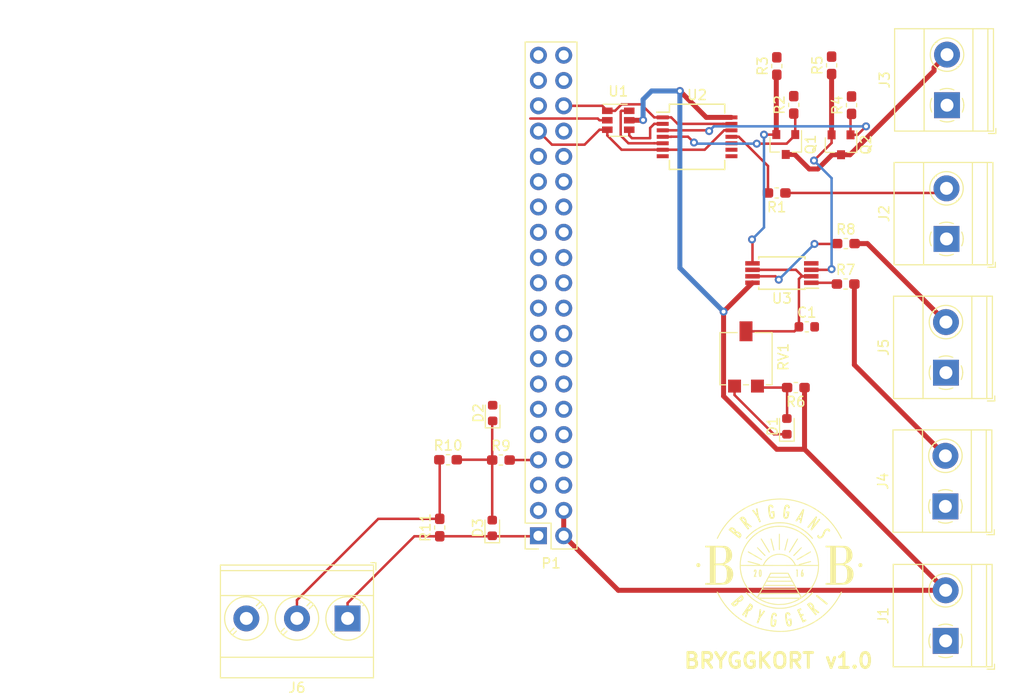
<source format=kicad_pcb>
(kicad_pcb (version 20171130) (host pcbnew 5.0.1)

  (general
    (thickness 1.6)
    (drawings 1)
    (tracks 174)
    (zones 0)
    (modules 29)
    (nets 60)
  )

  (page A4)
  (layers
    (0 F.Cu signal)
    (31 B.Cu signal)
    (32 B.Adhes user)
    (33 F.Adhes user)
    (34 B.Paste user)
    (35 F.Paste user)
    (36 B.SilkS user)
    (37 F.SilkS user)
    (38 B.Mask user)
    (39 F.Mask user)
    (40 Dwgs.User user)
    (41 Cmts.User user)
    (42 Eco1.User user)
    (43 Eco2.User user)
    (44 Edge.Cuts user)
    (45 Margin user)
    (46 B.CrtYd user)
    (47 F.CrtYd user)
    (48 B.Fab user)
    (49 F.Fab user)
  )

  (setup
    (last_trace_width 0.25)
    (trace_clearance 0.2)
    (zone_clearance 0.508)
    (zone_45_only no)
    (trace_min 0.2)
    (segment_width 0.4)
    (edge_width 0.1)
    (via_size 0.8)
    (via_drill 0.4)
    (via_min_size 0.4)
    (via_min_drill 0.3)
    (uvia_size 0.3)
    (uvia_drill 0.1)
    (uvias_allowed no)
    (uvia_min_size 0.2)
    (uvia_min_drill 0.1)
    (pcb_text_width 0.3)
    (pcb_text_size 1.5 1.5)
    (mod_edge_width 0.15)
    (mod_text_size 1 1)
    (mod_text_width 0.15)
    (pad_size 1.5 1.5)
    (pad_drill 0.6)
    (pad_to_mask_clearance 0)
    (solder_mask_min_width 0.25)
    (aux_axis_origin 0 0)
    (visible_elements FFFFFF7F)
    (pcbplotparams
      (layerselection 0x010fc_ffffffff)
      (usegerberextensions false)
      (usegerberattributes false)
      (usegerberadvancedattributes false)
      (creategerberjobfile false)
      (excludeedgelayer true)
      (linewidth 0.100000)
      (plotframeref false)
      (viasonmask false)
      (mode 1)
      (useauxorigin false)
      (hpglpennumber 1)
      (hpglpenspeed 20)
      (hpglpendiameter 15.000000)
      (psnegative false)
      (psa4output false)
      (plotreference true)
      (plotvalue true)
      (plotinvisibletext false)
      (padsonsilk false)
      (subtractmaskfromsilk false)
      (outputformat 1)
      (mirror false)
      (drillshape 1)
      (scaleselection 1)
      (outputdirectory ""))
  )

  (net 0 "")
  (net 1 GND)
  (net 2 "Net-(C1-Pad1)")
  (net 3 /Temp_interface/+3.3V)
  (net 4 "Net-(J4-Pad2)")
  (net 5 "Net-(J5-Pad2)")
  (net 6 "Net-(P1-Pad3)")
  (net 7 "Net-(P1-Pad5)")
  (net 8 "Net-(P1-Pad6)")
  (net 9 /Temp_interface/TEMP_GPIO)
  (net 10 "Net-(P1-Pad8)")
  (net 11 "Net-(P1-Pad9)")
  (net 12 "Net-(P1-Pad10)")
  (net 13 "Net-(P1-Pad11)")
  (net 14 "Net-(P1-Pad12)")
  (net 15 "Net-(P1-Pad13)")
  (net 16 "Net-(P1-Pad14)")
  (net 17 "Net-(P1-Pad15)")
  (net 18 "Net-(P1-Pad16)")
  (net 19 "Net-(P1-Pad18)")
  (net 20 "Net-(P1-Pad19)")
  (net 21 "Net-(P1-Pad21)")
  (net 22 "Net-(P1-Pad22)")
  (net 23 "Net-(P1-Pad23)")
  (net 24 "Net-(P1-Pad24)")
  (net 25 "Net-(P1-Pad25)")
  (net 26 "Net-(P1-Pad26)")
  (net 27 "Net-(P1-Pad27)")
  (net 28 "Net-(P1-Pad28)")
  (net 29 "Net-(P1-Pad29)")
  (net 30 "Net-(P1-Pad30)")
  (net 31 "Net-(P1-Pad31)")
  (net 32 "Net-(P1-Pad32)")
  (net 33 /SSR_interface/SSR1_GPIO)
  (net 34 "Net-(P1-Pad34)")
  (net 35 "Net-(P1-Pad35)")
  (net 36 /SSR_interface/SSR2_GPIO)
  (net 37 "Net-(P1-Pad37)")
  (net 38 "Net-(P1-Pad38)")
  (net 39 "Net-(P1-Pad39)")
  (net 40 "Net-(P1-Pad40)")
  (net 41 +5V)
  (net 42 /SSR_interface/SSR_driver_1/ssr_in)
  (net 43 "Net-(J6-Pad2)")
  (net 44 /SSR_interface/SSR_driver_1/sig_in)
  (net 45 /SSR_interface/SSR_driver_2/sig_in)
  (net 46 "Net-(R1-Pad2)")
  (net 47 "Net-(U1-Pad4)")
  (net 48 "Net-(U1-Pad6)")
  (net 49 "Net-(U2-Pad8)")
  (net 50 "Net-(U2-Pad9)")
  (net 51 "Net-(U2-Pad10)")
  (net 52 "Net-(D1-Pad2)")
  (net 53 /SSR_interface/SSR_driver_1/indicator)
  (net 54 /SSR_interface/SSR_driver_2/indicator)
  (net 55 "Net-(R8-Pad1)")
  (net 56 "Net-(D2-Pad1)")
  (net 57 "Net-(J2-Pad2)")
  (net 58 "Net-(R7-Pad1)")
  (net 59 "Net-(P1-Pad17)")

  (net_class Default "This is the default net class."
    (clearance 0.2)
    (trace_width 0.25)
    (via_dia 0.8)
    (via_drill 0.4)
    (uvia_dia 0.3)
    (uvia_drill 0.1)
    (add_net +5V)
    (add_net /SSR_interface/SSR1_GPIO)
    (add_net /SSR_interface/SSR2_GPIO)
    (add_net /SSR_interface/SSR_driver_1/indicator)
    (add_net /SSR_interface/SSR_driver_1/sig_in)
    (add_net /SSR_interface/SSR_driver_1/ssr_in)
    (add_net /SSR_interface/SSR_driver_2/indicator)
    (add_net /SSR_interface/SSR_driver_2/sig_in)
    (add_net /Temp_interface/+3.3V)
    (add_net /Temp_interface/TEMP_GPIO)
    (add_net GND)
    (add_net "Net-(C1-Pad1)")
    (add_net "Net-(D1-Pad2)")
    (add_net "Net-(D2-Pad1)")
    (add_net "Net-(J2-Pad2)")
    (add_net "Net-(J4-Pad2)")
    (add_net "Net-(J5-Pad2)")
    (add_net "Net-(J6-Pad2)")
    (add_net "Net-(P1-Pad10)")
    (add_net "Net-(P1-Pad11)")
    (add_net "Net-(P1-Pad12)")
    (add_net "Net-(P1-Pad13)")
    (add_net "Net-(P1-Pad14)")
    (add_net "Net-(P1-Pad15)")
    (add_net "Net-(P1-Pad16)")
    (add_net "Net-(P1-Pad17)")
    (add_net "Net-(P1-Pad18)")
    (add_net "Net-(P1-Pad19)")
    (add_net "Net-(P1-Pad21)")
    (add_net "Net-(P1-Pad22)")
    (add_net "Net-(P1-Pad23)")
    (add_net "Net-(P1-Pad24)")
    (add_net "Net-(P1-Pad25)")
    (add_net "Net-(P1-Pad26)")
    (add_net "Net-(P1-Pad27)")
    (add_net "Net-(P1-Pad28)")
    (add_net "Net-(P1-Pad29)")
    (add_net "Net-(P1-Pad3)")
    (add_net "Net-(P1-Pad30)")
    (add_net "Net-(P1-Pad31)")
    (add_net "Net-(P1-Pad32)")
    (add_net "Net-(P1-Pad34)")
    (add_net "Net-(P1-Pad35)")
    (add_net "Net-(P1-Pad37)")
    (add_net "Net-(P1-Pad38)")
    (add_net "Net-(P1-Pad39)")
    (add_net "Net-(P1-Pad40)")
    (add_net "Net-(P1-Pad5)")
    (add_net "Net-(P1-Pad6)")
    (add_net "Net-(P1-Pad8)")
    (add_net "Net-(P1-Pad9)")
    (add_net "Net-(R1-Pad2)")
    (add_net "Net-(R7-Pad1)")
    (add_net "Net-(R8-Pad1)")
    (add_net "Net-(U1-Pad4)")
    (add_net "Net-(U1-Pad6)")
    (add_net "Net-(U2-Pad10)")
    (add_net "Net-(U2-Pad8)")
    (add_net "Net-(U2-Pad9)")
  )

  (module TerminalBlock_Phoenix:TerminalBlock_Phoenix_MKDS-1,5-2-5.08_1x02_P5.08mm_Horizontal (layer F.Cu) (tedit 5B294EBC) (tstamp 5C1F1911)
    (at 116.185526 66.297386 90)
    (descr "Terminal Block Phoenix MKDS-1,5-2-5.08, 2 pins, pitch 5.08mm, size 10.2x9.8mm^2, drill diamater 1.3mm, pad diameter 2.6mm, see http://www.farnell.com/datasheets/100425.pdf, script-generated using https://github.com/pointhi/kicad-footprint-generator/scripts/TerminalBlock_Phoenix")
    (tags "THT Terminal Block Phoenix MKDS-1,5-2-5.08 pitch 5.08mm size 10.2x9.8mm^2 drill 1.3mm pad 2.6mm")
    (path /5BF6A1D6/5C12D07D/5C12D7EB)
    (fp_text reference J5 (at 2.54 -6.26 90) (layer F.SilkS)
      (effects (font (size 1 1) (thickness 0.15)))
    )
    (fp_text value Conn_01x02_Male (at 2.54 5.66 90) (layer F.Fab)
      (effects (font (size 1 1) (thickness 0.15)))
    )
    (fp_arc (start 0 0) (end 0 1.68) (angle -24) (layer F.SilkS) (width 0.12))
    (fp_arc (start 0 0) (end 1.535 0.684) (angle -48) (layer F.SilkS) (width 0.12))
    (fp_arc (start 0 0) (end 0.684 -1.535) (angle -48) (layer F.SilkS) (width 0.12))
    (fp_arc (start 0 0) (end -1.535 -0.684) (angle -48) (layer F.SilkS) (width 0.12))
    (fp_arc (start 0 0) (end -0.684 1.535) (angle -25) (layer F.SilkS) (width 0.12))
    (fp_circle (center 0 0) (end 1.5 0) (layer F.Fab) (width 0.1))
    (fp_circle (center 5.08 0) (end 6.58 0) (layer F.Fab) (width 0.1))
    (fp_circle (center 5.08 0) (end 6.76 0) (layer F.SilkS) (width 0.12))
    (fp_line (start -2.54 -5.2) (end 7.62 -5.2) (layer F.Fab) (width 0.1))
    (fp_line (start 7.62 -5.2) (end 7.62 4.6) (layer F.Fab) (width 0.1))
    (fp_line (start 7.62 4.6) (end -2.04 4.6) (layer F.Fab) (width 0.1))
    (fp_line (start -2.04 4.6) (end -2.54 4.1) (layer F.Fab) (width 0.1))
    (fp_line (start -2.54 4.1) (end -2.54 -5.2) (layer F.Fab) (width 0.1))
    (fp_line (start -2.54 4.1) (end 7.62 4.1) (layer F.Fab) (width 0.1))
    (fp_line (start -2.6 4.1) (end 7.68 4.1) (layer F.SilkS) (width 0.12))
    (fp_line (start -2.54 2.6) (end 7.62 2.6) (layer F.Fab) (width 0.1))
    (fp_line (start -2.6 2.6) (end 7.68 2.6) (layer F.SilkS) (width 0.12))
    (fp_line (start -2.54 -2.3) (end 7.62 -2.3) (layer F.Fab) (width 0.1))
    (fp_line (start -2.6 -2.301) (end 7.68 -2.301) (layer F.SilkS) (width 0.12))
    (fp_line (start -2.6 -5.261) (end 7.68 -5.261) (layer F.SilkS) (width 0.12))
    (fp_line (start -2.6 4.66) (end 7.68 4.66) (layer F.SilkS) (width 0.12))
    (fp_line (start -2.6 -5.261) (end -2.6 4.66) (layer F.SilkS) (width 0.12))
    (fp_line (start 7.68 -5.261) (end 7.68 4.66) (layer F.SilkS) (width 0.12))
    (fp_line (start 1.138 -0.955) (end -0.955 1.138) (layer F.Fab) (width 0.1))
    (fp_line (start 0.955 -1.138) (end -1.138 0.955) (layer F.Fab) (width 0.1))
    (fp_line (start 6.218 -0.955) (end 4.126 1.138) (layer F.Fab) (width 0.1))
    (fp_line (start 6.035 -1.138) (end 3.943 0.955) (layer F.Fab) (width 0.1))
    (fp_line (start 6.355 -1.069) (end 6.308 -1.023) (layer F.SilkS) (width 0.12))
    (fp_line (start 4.046 1.239) (end 4.011 1.274) (layer F.SilkS) (width 0.12))
    (fp_line (start 6.15 -1.275) (end 6.115 -1.239) (layer F.SilkS) (width 0.12))
    (fp_line (start 3.853 1.023) (end 3.806 1.069) (layer F.SilkS) (width 0.12))
    (fp_line (start -2.84 4.16) (end -2.84 4.9) (layer F.SilkS) (width 0.12))
    (fp_line (start -2.84 4.9) (end -2.34 4.9) (layer F.SilkS) (width 0.12))
    (fp_line (start -3.04 -5.71) (end -3.04 5.1) (layer F.CrtYd) (width 0.05))
    (fp_line (start -3.04 5.1) (end 8.13 5.1) (layer F.CrtYd) (width 0.05))
    (fp_line (start 8.13 5.1) (end 8.13 -5.71) (layer F.CrtYd) (width 0.05))
    (fp_line (start 8.13 -5.71) (end -3.04 -5.71) (layer F.CrtYd) (width 0.05))
    (fp_text user %R (at 2.8 1.95 90) (layer F.Fab)
      (effects (font (size 1 1) (thickness 0.15)))
    )
    (pad 1 thru_hole rect (at 0 0 90) (size 2.6 2.6) (drill 1.3) (layers *.Cu *.Mask)
      (net 1 GND))
    (pad 2 thru_hole circle (at 5.08 0 90) (size 2.6 2.6) (drill 1.3) (layers *.Cu *.Mask)
      (net 5 "Net-(J5-Pad2)"))
    (model ${KISYS3DMOD}/TerminalBlock_Phoenix.3dshapes/TerminalBlock_Phoenix_MKDS-1,5-2-5.08_1x02_P5.08mm_Horizontal.wrl
      (at (xyz 0 0 0))
      (scale (xyz 1 1 1))
      (rotate (xyz 0 0 0))
    )
  )

  (module Diode_SMD:D_0603_1608Metric (layer F.Cu) (tedit 5B301BBE) (tstamp 5C1F26BA)
    (at 100.2186 71.6946 90)
    (descr "Diode SMD 0603 (1608 Metric), square (rectangular) end terminal, IPC_7351 nominal, (Body size source: http://www.tortai-tech.com/upload/download/2011102023233369053.pdf), generated with kicad-footprint-generator")
    (tags diode)
    (path /5BF6A1D6/5C12D07D/5C12D7C9)
    (attr smd)
    (fp_text reference D1 (at 0 -1.43 90) (layer F.SilkS)
      (effects (font (size 1 1) (thickness 0.15)))
    )
    (fp_text value d (at 0 1.43 90) (layer F.Fab)
      (effects (font (size 1 1) (thickness 0.15)))
    )
    (fp_line (start 0.8 -0.4) (end -0.5 -0.4) (layer F.Fab) (width 0.1))
    (fp_line (start -0.5 -0.4) (end -0.8 -0.1) (layer F.Fab) (width 0.1))
    (fp_line (start -0.8 -0.1) (end -0.8 0.4) (layer F.Fab) (width 0.1))
    (fp_line (start -0.8 0.4) (end 0.8 0.4) (layer F.Fab) (width 0.1))
    (fp_line (start 0.8 0.4) (end 0.8 -0.4) (layer F.Fab) (width 0.1))
    (fp_line (start 0.8 -0.735) (end -1.485 -0.735) (layer F.SilkS) (width 0.12))
    (fp_line (start -1.485 -0.735) (end -1.485 0.735) (layer F.SilkS) (width 0.12))
    (fp_line (start -1.485 0.735) (end 0.8 0.735) (layer F.SilkS) (width 0.12))
    (fp_line (start -1.48 0.73) (end -1.48 -0.73) (layer F.CrtYd) (width 0.05))
    (fp_line (start -1.48 -0.73) (end 1.48 -0.73) (layer F.CrtYd) (width 0.05))
    (fp_line (start 1.48 -0.73) (end 1.48 0.73) (layer F.CrtYd) (width 0.05))
    (fp_line (start 1.48 0.73) (end -1.48 0.73) (layer F.CrtYd) (width 0.05))
    (fp_text user %R (at 0 0 90) (layer F.Fab)
      (effects (font (size 0.4 0.4) (thickness 0.06)))
    )
    (pad 1 smd roundrect (at -0.7875 0 90) (size 0.875 0.95) (layers F.Cu F.Paste F.Mask) (roundrect_rratio 0.25)
      (net 1 GND))
    (pad 2 smd roundrect (at 0.7875 0 90) (size 0.875 0.95) (layers F.Cu F.Paste F.Mask) (roundrect_rratio 0.25)
      (net 52 "Net-(D1-Pad2)"))
    (model ${KISYS3DMOD}/Diode_SMD.3dshapes/D_0603_1608Metric.wrl
      (at (xyz 0 0 0))
      (scale (xyz 1 1 1))
      (rotate (xyz 0 0 0))
    )
  )

  (module Resistor_SMD:R_0603_1608Metric_Pad1.05x0.95mm_HandSolder (layer F.Cu) (tedit 5B301BBD) (tstamp 5C1F1FE5)
    (at 106.1186 57.3946)
    (descr "Resistor SMD 0603 (1608 Metric), square (rectangular) end terminal, IPC_7351 nominal with elongated pad for handsoldering. (Body size source: http://www.tortai-tech.com/upload/download/2011102023233369053.pdf), generated with kicad-footprint-generator")
    (tags "resistor handsolder")
    (path /5BF6A1D6/5C12D07D/5C12F882)
    (attr smd)
    (fp_text reference R7 (at 0 -1.43) (layer F.SilkS)
      (effects (font (size 1 1) (thickness 0.15)))
    )
    (fp_text value 230 (at 0 1.43) (layer F.Fab)
      (effects (font (size 1 1) (thickness 0.15)))
    )
    (fp_text user %R (at 0 0) (layer F.Fab)
      (effects (font (size 0.4 0.4) (thickness 0.06)))
    )
    (fp_line (start 1.65 0.73) (end -1.65 0.73) (layer F.CrtYd) (width 0.05))
    (fp_line (start 1.65 -0.73) (end 1.65 0.73) (layer F.CrtYd) (width 0.05))
    (fp_line (start -1.65 -0.73) (end 1.65 -0.73) (layer F.CrtYd) (width 0.05))
    (fp_line (start -1.65 0.73) (end -1.65 -0.73) (layer F.CrtYd) (width 0.05))
    (fp_line (start -0.171267 0.51) (end 0.171267 0.51) (layer F.SilkS) (width 0.12))
    (fp_line (start -0.171267 -0.51) (end 0.171267 -0.51) (layer F.SilkS) (width 0.12))
    (fp_line (start 0.8 0.4) (end -0.8 0.4) (layer F.Fab) (width 0.1))
    (fp_line (start 0.8 -0.4) (end 0.8 0.4) (layer F.Fab) (width 0.1))
    (fp_line (start -0.8 -0.4) (end 0.8 -0.4) (layer F.Fab) (width 0.1))
    (fp_line (start -0.8 0.4) (end -0.8 -0.4) (layer F.Fab) (width 0.1))
    (pad 2 smd roundrect (at 0.875 0) (size 1.05 0.95) (layers F.Cu F.Paste F.Mask) (roundrect_rratio 0.25)
      (net 4 "Net-(J4-Pad2)"))
    (pad 1 smd roundrect (at -0.875 0) (size 1.05 0.95) (layers F.Cu F.Paste F.Mask) (roundrect_rratio 0.25)
      (net 58 "Net-(R7-Pad1)"))
    (model ${KISYS3DMOD}/Resistor_SMD.3dshapes/R_0603_1608Metric.wrl
      (at (xyz 0 0 0))
      (scale (xyz 1 1 1))
      (rotate (xyz 0 0 0))
    )
  )

  (module Potentiometer_SMD:Potentiometer_Vishay_TS53YL_Vertical (layer F.Cu) (tedit 5A3D7171) (tstamp 5C1DDFC0)
    (at 96.1186 64.8946 270)
    (descr "Potentiometer, vertical, Vishay TS53YL, https://www.vishay.com/docs/51008/ts53.pdf")
    (tags "Potentiometer vertical Vishay TS53YL")
    (path /5BF6A1D6/5C12D07D/5C12D7DD)
    (attr smd)
    (fp_text reference RV1 (at -0.175 -3.75 270) (layer F.SilkS)
      (effects (font (size 1 1) (thickness 0.15)))
    )
    (fp_text value 10k (at -0.175 3.75 270) (layer F.Fab)
      (effects (font (size 1 1) (thickness 0.15)))
    )
    (fp_circle (center 0 0) (end 1.15 0) (layer F.Fab) (width 0.1))
    (fp_line (start -2.5 -2.5) (end -2.5 2.5) (layer F.Fab) (width 0.1))
    (fp_line (start -2.5 2.5) (end 2.5 2.5) (layer F.Fab) (width 0.1))
    (fp_line (start 2.5 2.5) (end 2.5 -2.5) (layer F.Fab) (width 0.1))
    (fp_line (start 2.5 -2.5) (end -2.5 -2.5) (layer F.Fab) (width 0.1))
    (fp_line (start -0.92 -0.058) (end -0.058 -0.058) (layer F.Fab) (width 0.1))
    (fp_line (start -0.058 -0.058) (end -0.058 -0.92) (layer F.Fab) (width 0.1))
    (fp_line (start -0.058 -0.92) (end 0.058 -0.92) (layer F.Fab) (width 0.1))
    (fp_line (start 0.058 -0.92) (end 0.058 -0.058) (layer F.Fab) (width 0.1))
    (fp_line (start 0.058 -0.058) (end 0.92 -0.058) (layer F.Fab) (width 0.1))
    (fp_line (start 0.92 -0.058) (end 0.92 0.058) (layer F.Fab) (width 0.1))
    (fp_line (start 0.92 0.058) (end 0.058 0.058) (layer F.Fab) (width 0.1))
    (fp_line (start 0.058 0.058) (end 0.058 0.92) (layer F.Fab) (width 0.1))
    (fp_line (start 0.058 0.92) (end -0.058 0.92) (layer F.Fab) (width 0.1))
    (fp_line (start -0.058 0.92) (end -0.058 0.058) (layer F.Fab) (width 0.1))
    (fp_line (start -0.058 0.058) (end -0.92 0.058) (layer F.Fab) (width 0.1))
    (fp_line (start -0.92 0.058) (end -0.92 -0.058) (layer F.Fab) (width 0.1))
    (fp_line (start -2.62 -2.62) (end 2.62 -2.62) (layer F.SilkS) (width 0.12))
    (fp_line (start -2.62 2.62) (end 2.62 2.62) (layer F.SilkS) (width 0.12))
    (fp_line (start -2.62 -2.62) (end -2.62 -0.89) (layer F.SilkS) (width 0.12))
    (fp_line (start -2.62 0.89) (end -2.62 2.62) (layer F.SilkS) (width 0.12))
    (fp_line (start 2.62 -2.62) (end 2.62 -2.039) (layer F.SilkS) (width 0.12))
    (fp_line (start 2.62 -0.26) (end 2.62 0.26) (layer F.SilkS) (width 0.12))
    (fp_line (start 2.62 2.04) (end 2.62 2.62) (layer F.SilkS) (width 0.12))
    (fp_line (start -4 -2.75) (end -4 2.75) (layer F.CrtYd) (width 0.05))
    (fp_line (start -4 2.75) (end 3.65 2.75) (layer F.CrtYd) (width 0.05))
    (fp_line (start 3.65 2.75) (end 3.65 -2.75) (layer F.CrtYd) (width 0.05))
    (fp_line (start 3.65 -2.75) (end -4 -2.75) (layer F.CrtYd) (width 0.05))
    (fp_text user %R (at 0 -2 270) (layer F.Fab)
      (effects (font (size 0.68 0.68) (thickness 0.15)))
    )
    (pad 1 smd rect (at 2.75 -1.15 270) (size 1.3 1.3) (layers F.Cu F.Paste F.Mask)
      (net 52 "Net-(D1-Pad2)"))
    (pad 2 smd rect (at -2.75 0 270) (size 2 1.3) (layers F.Cu F.Paste F.Mask)
      (net 2 "Net-(C1-Pad1)"))
    (pad 3 smd rect (at 2.75 1.15 270) (size 1.3 1.3) (layers F.Cu F.Paste F.Mask)
      (net 1 GND))
    (model ${KISYS3DMOD}/Potentiometer_SMD.3dshapes/Potentiometer_Vishay_TS53YL_Vertical.wrl
      (at (xyz 0 0 0))
      (scale (xyz 1 1 1))
      (rotate (xyz 0 0 0))
    )
  )

  (module Resistor_SMD:R_0603_1608Metric_Pad1.05x0.95mm_HandSolder (layer F.Cu) (tedit 5B301BBD) (tstamp 5C1F1FF5)
    (at 106.14152 53.33492)
    (descr "Resistor SMD 0603 (1608 Metric), square (rectangular) end terminal, IPC_7351 nominal with elongated pad for handsoldering. (Body size source: http://www.tortai-tech.com/upload/download/2011102023233369053.pdf), generated with kicad-footprint-generator")
    (tags "resistor handsolder")
    (path /5BF6A1D6/5C12D07D/5C12D7A5)
    (attr smd)
    (fp_text reference R8 (at 0 -1.43) (layer F.SilkS)
      (effects (font (size 1 1) (thickness 0.15)))
    )
    (fp_text value 230 (at 0 1.43) (layer F.Fab)
      (effects (font (size 1 1) (thickness 0.15)))
    )
    (fp_text user %R (at 0 0) (layer F.Fab)
      (effects (font (size 0.4 0.4) (thickness 0.06)))
    )
    (fp_line (start 1.65 0.73) (end -1.65 0.73) (layer F.CrtYd) (width 0.05))
    (fp_line (start 1.65 -0.73) (end 1.65 0.73) (layer F.CrtYd) (width 0.05))
    (fp_line (start -1.65 -0.73) (end 1.65 -0.73) (layer F.CrtYd) (width 0.05))
    (fp_line (start -1.65 0.73) (end -1.65 -0.73) (layer F.CrtYd) (width 0.05))
    (fp_line (start -0.171267 0.51) (end 0.171267 0.51) (layer F.SilkS) (width 0.12))
    (fp_line (start -0.171267 -0.51) (end 0.171267 -0.51) (layer F.SilkS) (width 0.12))
    (fp_line (start 0.8 0.4) (end -0.8 0.4) (layer F.Fab) (width 0.1))
    (fp_line (start 0.8 -0.4) (end 0.8 0.4) (layer F.Fab) (width 0.1))
    (fp_line (start -0.8 -0.4) (end 0.8 -0.4) (layer F.Fab) (width 0.1))
    (fp_line (start -0.8 0.4) (end -0.8 -0.4) (layer F.Fab) (width 0.1))
    (pad 2 smd roundrect (at 0.875 0) (size 1.05 0.95) (layers F.Cu F.Paste F.Mask) (roundrect_rratio 0.25)
      (net 5 "Net-(J5-Pad2)"))
    (pad 1 smd roundrect (at -0.875 0) (size 1.05 0.95) (layers F.Cu F.Paste F.Mask) (roundrect_rratio 0.25)
      (net 55 "Net-(R8-Pad1)"))
    (model ${KISYS3DMOD}/Resistor_SMD.3dshapes/R_0603_1608Metric.wrl
      (at (xyz 0 0 0))
      (scale (xyz 1 1 1))
      (rotate (xyz 0 0 0))
    )
  )

  (module Capacitor_SMD:C_0603_1608Metric (layer F.Cu) (tedit 5B301BBE) (tstamp 5C1DDCF1)
    (at 102.2186 61.6946)
    (descr "Capacitor SMD 0603 (1608 Metric), square (rectangular) end terminal, IPC_7351 nominal, (Body size source: http://www.tortai-tech.com/upload/download/2011102023233369053.pdf), generated with kicad-footprint-generator")
    (tags capacitor)
    (path /5BF6A1D6/5C12D07D/5C12D7BC)
    (attr smd)
    (fp_text reference C1 (at 0 -1.43) (layer F.SilkS)
      (effects (font (size 1 1) (thickness 0.15)))
    )
    (fp_text value C (at 0 1.43) (layer F.Fab)
      (effects (font (size 1 1) (thickness 0.15)))
    )
    (fp_text user %R (at 0 0) (layer F.Fab)
      (effects (font (size 0.4 0.4) (thickness 0.06)))
    )
    (fp_line (start 1.48 0.73) (end -1.48 0.73) (layer F.CrtYd) (width 0.05))
    (fp_line (start 1.48 -0.73) (end 1.48 0.73) (layer F.CrtYd) (width 0.05))
    (fp_line (start -1.48 -0.73) (end 1.48 -0.73) (layer F.CrtYd) (width 0.05))
    (fp_line (start -1.48 0.73) (end -1.48 -0.73) (layer F.CrtYd) (width 0.05))
    (fp_line (start -0.162779 0.51) (end 0.162779 0.51) (layer F.SilkS) (width 0.12))
    (fp_line (start -0.162779 -0.51) (end 0.162779 -0.51) (layer F.SilkS) (width 0.12))
    (fp_line (start 0.8 0.4) (end -0.8 0.4) (layer F.Fab) (width 0.1))
    (fp_line (start 0.8 -0.4) (end 0.8 0.4) (layer F.Fab) (width 0.1))
    (fp_line (start -0.8 -0.4) (end 0.8 -0.4) (layer F.Fab) (width 0.1))
    (fp_line (start -0.8 0.4) (end -0.8 -0.4) (layer F.Fab) (width 0.1))
    (pad 2 smd roundrect (at 0.7875 0) (size 0.875 0.95) (layers F.Cu F.Paste F.Mask) (roundrect_rratio 0.25)
      (net 1 GND))
    (pad 1 smd roundrect (at -0.7875 0) (size 0.875 0.95) (layers F.Cu F.Paste F.Mask) (roundrect_rratio 0.25)
      (net 2 "Net-(C1-Pad1)"))
    (model ${KISYS3DMOD}/Capacitor_SMD.3dshapes/C_0603_1608Metric.wrl
      (at (xyz 0 0 0))
      (scale (xyz 1 1 1))
      (rotate (xyz 0 0 0))
    )
  )

  (module Package_SO:TSSOP-8_4.4x3mm_P0.65mm (layer F.Cu) (tedit 5A02F25C) (tstamp 5C1DF440)
    (at 99.7186 56.2946 180)
    (descr "8-Lead Plastic Thin Shrink Small Outline (ST)-4.4 mm Body [TSSOP] (see Microchip Packaging Specification 00000049BS.pdf)")
    (tags "SSOP 0.65")
    (path /5BF6A1D6/5C12D07D/5C12D7F9)
    (attr smd)
    (fp_text reference U3 (at 0 -2.55 180) (layer F.SilkS)
      (effects (font (size 1 1) (thickness 0.15)))
    )
    (fp_text value TLC272 (at 0 2.55 180) (layer F.Fab)
      (effects (font (size 1 1) (thickness 0.15)))
    )
    (fp_line (start -1.2 -1.5) (end 2.2 -1.5) (layer F.Fab) (width 0.15))
    (fp_line (start 2.2 -1.5) (end 2.2 1.5) (layer F.Fab) (width 0.15))
    (fp_line (start 2.2 1.5) (end -2.2 1.5) (layer F.Fab) (width 0.15))
    (fp_line (start -2.2 1.5) (end -2.2 -0.5) (layer F.Fab) (width 0.15))
    (fp_line (start -2.2 -0.5) (end -1.2 -1.5) (layer F.Fab) (width 0.15))
    (fp_line (start -3.95 -1.8) (end -3.95 1.8) (layer F.CrtYd) (width 0.05))
    (fp_line (start 3.95 -1.8) (end 3.95 1.8) (layer F.CrtYd) (width 0.05))
    (fp_line (start -3.95 -1.8) (end 3.95 -1.8) (layer F.CrtYd) (width 0.05))
    (fp_line (start -3.95 1.8) (end 3.95 1.8) (layer F.CrtYd) (width 0.05))
    (fp_line (start -2.325 -1.625) (end -2.325 -1.525) (layer F.SilkS) (width 0.15))
    (fp_line (start 2.325 -1.625) (end 2.325 -1.425) (layer F.SilkS) (width 0.15))
    (fp_line (start 2.325 1.625) (end 2.325 1.425) (layer F.SilkS) (width 0.15))
    (fp_line (start -2.325 1.625) (end -2.325 1.425) (layer F.SilkS) (width 0.15))
    (fp_line (start -2.325 -1.625) (end 2.325 -1.625) (layer F.SilkS) (width 0.15))
    (fp_line (start -2.325 1.625) (end 2.325 1.625) (layer F.SilkS) (width 0.15))
    (fp_line (start -2.325 -1.525) (end -3.675 -1.525) (layer F.SilkS) (width 0.15))
    (fp_text user %R (at 0 0 180) (layer F.Fab)
      (effects (font (size 0.7 0.7) (thickness 0.15)))
    )
    (pad 1 smd rect (at -2.95 -0.975 180) (size 1.45 0.45) (layers F.Cu F.Paste F.Mask)
      (net 58 "Net-(R7-Pad1)"))
    (pad 2 smd rect (at -2.95 -0.325 180) (size 1.45 0.45) (layers F.Cu F.Paste F.Mask)
      (net 2 "Net-(C1-Pad1)"))
    (pad 3 smd rect (at -2.95 0.325 180) (size 1.45 0.45) (layers F.Cu F.Paste F.Mask)
      (net 54 /SSR_interface/SSR_driver_2/indicator))
    (pad 4 smd rect (at -2.95 0.975 180) (size 1.45 0.45) (layers F.Cu F.Paste F.Mask)
      (net 1 GND))
    (pad 5 smd rect (at 2.95 0.975 180) (size 1.45 0.45) (layers F.Cu F.Paste F.Mask)
      (net 53 /SSR_interface/SSR_driver_1/indicator))
    (pad 6 smd rect (at 2.95 0.325 180) (size 1.45 0.45) (layers F.Cu F.Paste F.Mask)
      (net 2 "Net-(C1-Pad1)"))
    (pad 7 smd rect (at 2.95 -0.325 180) (size 1.45 0.45) (layers F.Cu F.Paste F.Mask)
      (net 55 "Net-(R8-Pad1)"))
    (pad 8 smd rect (at 2.95 -0.975 180) (size 1.45 0.45) (layers F.Cu F.Paste F.Mask)
      (net 41 +5V))
    (model ${KISYS3DMOD}/Package_SO.3dshapes/TSSOP-8_4.4x3mm_P0.65mm.wrl
      (at (xyz 0 0 0))
      (scale (xyz 1 1 1))
      (rotate (xyz 0 0 0))
    )
  )

  (module Resistor_SMD:R_0603_1608Metric_Pad1.05x0.95mm_HandSolder (layer F.Cu) (tedit 5B301BBD) (tstamp 5C1F1FD5)
    (at 101.1186 67.7946 180)
    (descr "Resistor SMD 0603 (1608 Metric), square (rectangular) end terminal, IPC_7351 nominal with elongated pad for handsoldering. (Body size source: http://www.tortai-tech.com/upload/download/2011102023233369053.pdf), generated with kicad-footprint-generator")
    (tags "resistor handsolder")
    (path /5BF6A1D6/5C12D07D/5C12D7AF)
    (attr smd)
    (fp_text reference R6 (at 0 -1.43 180) (layer F.SilkS)
      (effects (font (size 1 1) (thickness 0.15)))
    )
    (fp_text value 230 (at 0 1.43 180) (layer F.Fab)
      (effects (font (size 1 1) (thickness 0.15)))
    )
    (fp_line (start -0.8 0.4) (end -0.8 -0.4) (layer F.Fab) (width 0.1))
    (fp_line (start -0.8 -0.4) (end 0.8 -0.4) (layer F.Fab) (width 0.1))
    (fp_line (start 0.8 -0.4) (end 0.8 0.4) (layer F.Fab) (width 0.1))
    (fp_line (start 0.8 0.4) (end -0.8 0.4) (layer F.Fab) (width 0.1))
    (fp_line (start -0.171267 -0.51) (end 0.171267 -0.51) (layer F.SilkS) (width 0.12))
    (fp_line (start -0.171267 0.51) (end 0.171267 0.51) (layer F.SilkS) (width 0.12))
    (fp_line (start -1.65 0.73) (end -1.65 -0.73) (layer F.CrtYd) (width 0.05))
    (fp_line (start -1.65 -0.73) (end 1.65 -0.73) (layer F.CrtYd) (width 0.05))
    (fp_line (start 1.65 -0.73) (end 1.65 0.73) (layer F.CrtYd) (width 0.05))
    (fp_line (start 1.65 0.73) (end -1.65 0.73) (layer F.CrtYd) (width 0.05))
    (fp_text user %R (at 0 0 180) (layer F.Fab)
      (effects (font (size 0.4 0.4) (thickness 0.06)))
    )
    (pad 1 smd roundrect (at -0.875 0 180) (size 1.05 0.95) (layers F.Cu F.Paste F.Mask) (roundrect_rratio 0.25)
      (net 41 +5V))
    (pad 2 smd roundrect (at 0.875 0 180) (size 1.05 0.95) (layers F.Cu F.Paste F.Mask) (roundrect_rratio 0.25)
      (net 52 "Net-(D1-Pad2)"))
    (model ${KISYS3DMOD}/Resistor_SMD.3dshapes/R_0603_1608Metric.wrl
      (at (xyz 0 0 0))
      (scale (xyz 1 1 1))
      (rotate (xyz 0 0 0))
    )
  )

  (module Package_SO:SSOP-14_5.3x6.2mm_P0.65mm (layer F.Cu) (tedit 5A02F25C) (tstamp 5C1DE01D)
    (at 91.2086 42.6096)
    (descr "SSOP14: plastic shrink small outline package; 14 leads; body width 5.3 mm; (see NXP SSOP-TSSOP-VSO-REFLOW.pdf and sot337-1_po.pdf)")
    (tags "SSOP 0.65")
    (path /5BF6A1D6/5C119F67)
    (attr smd)
    (fp_text reference U2 (at 0 -4.2) (layer F.SilkS)
      (effects (font (size 1 1) (thickness 0.15)))
    )
    (fp_text value 4081 (at 0 4.2) (layer F.Fab)
      (effects (font (size 1 1) (thickness 0.15)))
    )
    (fp_line (start -1.65 -3.1) (end 2.65 -3.1) (layer F.Fab) (width 0.15))
    (fp_line (start 2.65 -3.1) (end 2.65 3.1) (layer F.Fab) (width 0.15))
    (fp_line (start 2.65 3.1) (end -2.65 3.1) (layer F.Fab) (width 0.15))
    (fp_line (start -2.65 3.1) (end -2.65 -2.1) (layer F.Fab) (width 0.15))
    (fp_line (start -2.65 -2.1) (end -1.65 -3.1) (layer F.Fab) (width 0.15))
    (fp_line (start -4.3 -3.45) (end -4.3 3.45) (layer F.CrtYd) (width 0.05))
    (fp_line (start 4.3 -3.45) (end 4.3 3.45) (layer F.CrtYd) (width 0.05))
    (fp_line (start -4.3 -3.45) (end 4.3 -3.45) (layer F.CrtYd) (width 0.05))
    (fp_line (start -4.3 3.45) (end 4.3 3.45) (layer F.CrtYd) (width 0.05))
    (fp_line (start -2.775 -3.275) (end -2.775 -2.475) (layer F.SilkS) (width 0.15))
    (fp_line (start 2.775 -3.275) (end 2.775 -2.375) (layer F.SilkS) (width 0.15))
    (fp_line (start 2.775 3.275) (end 2.775 2.375) (layer F.SilkS) (width 0.15))
    (fp_line (start -2.775 3.275) (end -2.775 2.375) (layer F.SilkS) (width 0.15))
    (fp_line (start -2.775 -3.275) (end 2.775 -3.275) (layer F.SilkS) (width 0.15))
    (fp_line (start -2.775 3.275) (end 2.775 3.275) (layer F.SilkS) (width 0.15))
    (fp_line (start -2.775 -2.475) (end -4.05 -2.475) (layer F.SilkS) (width 0.15))
    (fp_text user %R (at 0 0) (layer F.Fab)
      (effects (font (size 0.8 0.8) (thickness 0.15)))
    )
    (pad 1 smd rect (at -3.45 -1.95) (size 1.2 0.4) (layers F.Cu F.Paste F.Mask)
      (net 33 /SSR_interface/SSR1_GPIO))
    (pad 2 smd rect (at -3.45 -1.3) (size 1.2 0.4) (layers F.Cu F.Paste F.Mask)
      (net 47 "Net-(U1-Pad4)"))
    (pad 3 smd rect (at -3.45 -0.65) (size 1.2 0.4) (layers F.Cu F.Paste F.Mask)
      (net 45 /SSR_interface/SSR_driver_2/sig_in))
    (pad 4 smd rect (at -3.45 0) (size 1.2 0.4) (layers F.Cu F.Paste F.Mask)
      (net 44 /SSR_interface/SSR_driver_1/sig_in))
    (pad 5 smd rect (at -3.45 0.65) (size 1.2 0.4) (layers F.Cu F.Paste F.Mask)
      (net 48 "Net-(U1-Pad6)"))
    (pad 6 smd rect (at -3.45 1.3) (size 1.2 0.4) (layers F.Cu F.Paste F.Mask)
      (net 36 /SSR_interface/SSR2_GPIO))
    (pad 7 smd rect (at -3.45 1.95) (size 1.2 0.4) (layers F.Cu F.Paste F.Mask)
      (net 1 GND))
    (pad 8 smd rect (at 3.45 1.95) (size 1.2 0.4) (layers F.Cu F.Paste F.Mask)
      (net 49 "Net-(U2-Pad8)"))
    (pad 9 smd rect (at 3.45 1.3) (size 1.2 0.4) (layers F.Cu F.Paste F.Mask)
      (net 50 "Net-(U2-Pad9)"))
    (pad 10 smd rect (at 3.45 0.65) (size 1.2 0.4) (layers F.Cu F.Paste F.Mask)
      (net 51 "Net-(U2-Pad10)"))
    (pad 11 smd rect (at 3.45 0) (size 1.2 0.4) (layers F.Cu F.Paste F.Mask)
      (net 46 "Net-(R1-Pad2)"))
    (pad 12 smd rect (at 3.45 -0.65) (size 1.2 0.4) (layers F.Cu F.Paste F.Mask)
      (net 36 /SSR_interface/SSR2_GPIO))
    (pad 13 smd rect (at 3.45 -1.3) (size 1.2 0.4) (layers F.Cu F.Paste F.Mask)
      (net 33 /SSR_interface/SSR1_GPIO))
    (pad 14 smd rect (at 3.45 -1.95) (size 1.2 0.4) (layers F.Cu F.Paste F.Mask)
      (net 41 +5V))
    (model ${KISYS3DMOD}/Package_SO.3dshapes/SSOP-14_5.3x6.2mm_P0.65mm.wrl
      (at (xyz 0 0 0))
      (scale (xyz 1 1 1))
      (rotate (xyz 0 0 0))
    )
  )

  (module TerminalBlock_Phoenix:TerminalBlock_Phoenix_MKDS-1,5-2-5.08_1x02_P5.08mm_Horizontal (layer F.Cu) (tedit 5B294EBC) (tstamp 5C2D1172)
    (at 116.15674 93.23578 90)
    (descr "Terminal Block Phoenix MKDS-1,5-2-5.08, 2 pins, pitch 5.08mm, size 10.2x9.8mm^2, drill diamater 1.3mm, pad diameter 2.6mm, see http://www.farnell.com/datasheets/100425.pdf, script-generated using https://github.com/pointhi/kicad-footprint-generator/scripts/TerminalBlock_Phoenix")
    (tags "THT Terminal Block Phoenix MKDS-1,5-2-5.08 pitch 5.08mm size 10.2x9.8mm^2 drill 1.3mm pad 2.6mm")
    (path /5C09D68A)
    (fp_text reference J1 (at 2.54 -6.26 90) (layer F.SilkS)
      (effects (font (size 1 1) (thickness 0.15)))
    )
    (fp_text value Conn_01x02_Male (at 2.54 5.66 90) (layer F.Fab)
      (effects (font (size 1 1) (thickness 0.15)))
    )
    (fp_arc (start 0 0) (end 0 1.68) (angle -24) (layer F.SilkS) (width 0.12))
    (fp_arc (start 0 0) (end 1.535 0.684) (angle -48) (layer F.SilkS) (width 0.12))
    (fp_arc (start 0 0) (end 0.684 -1.535) (angle -48) (layer F.SilkS) (width 0.12))
    (fp_arc (start 0 0) (end -1.535 -0.684) (angle -48) (layer F.SilkS) (width 0.12))
    (fp_arc (start 0 0) (end -0.684 1.535) (angle -25) (layer F.SilkS) (width 0.12))
    (fp_circle (center 0 0) (end 1.5 0) (layer F.Fab) (width 0.1))
    (fp_circle (center 5.08 0) (end 6.58 0) (layer F.Fab) (width 0.1))
    (fp_circle (center 5.08 0) (end 6.76 0) (layer F.SilkS) (width 0.12))
    (fp_line (start -2.54 -5.2) (end 7.62 -5.2) (layer F.Fab) (width 0.1))
    (fp_line (start 7.62 -5.2) (end 7.62 4.6) (layer F.Fab) (width 0.1))
    (fp_line (start 7.62 4.6) (end -2.04 4.6) (layer F.Fab) (width 0.1))
    (fp_line (start -2.04 4.6) (end -2.54 4.1) (layer F.Fab) (width 0.1))
    (fp_line (start -2.54 4.1) (end -2.54 -5.2) (layer F.Fab) (width 0.1))
    (fp_line (start -2.54 4.1) (end 7.62 4.1) (layer F.Fab) (width 0.1))
    (fp_line (start -2.6 4.1) (end 7.68 4.1) (layer F.SilkS) (width 0.12))
    (fp_line (start -2.54 2.6) (end 7.62 2.6) (layer F.Fab) (width 0.1))
    (fp_line (start -2.6 2.6) (end 7.68 2.6) (layer F.SilkS) (width 0.12))
    (fp_line (start -2.54 -2.3) (end 7.62 -2.3) (layer F.Fab) (width 0.1))
    (fp_line (start -2.6 -2.301) (end 7.68 -2.301) (layer F.SilkS) (width 0.12))
    (fp_line (start -2.6 -5.261) (end 7.68 -5.261) (layer F.SilkS) (width 0.12))
    (fp_line (start -2.6 4.66) (end 7.68 4.66) (layer F.SilkS) (width 0.12))
    (fp_line (start -2.6 -5.261) (end -2.6 4.66) (layer F.SilkS) (width 0.12))
    (fp_line (start 7.68 -5.261) (end 7.68 4.66) (layer F.SilkS) (width 0.12))
    (fp_line (start 1.138 -0.955) (end -0.955 1.138) (layer F.Fab) (width 0.1))
    (fp_line (start 0.955 -1.138) (end -1.138 0.955) (layer F.Fab) (width 0.1))
    (fp_line (start 6.218 -0.955) (end 4.126 1.138) (layer F.Fab) (width 0.1))
    (fp_line (start 6.035 -1.138) (end 3.943 0.955) (layer F.Fab) (width 0.1))
    (fp_line (start 6.355 -1.069) (end 6.308 -1.023) (layer F.SilkS) (width 0.12))
    (fp_line (start 4.046 1.239) (end 4.011 1.274) (layer F.SilkS) (width 0.12))
    (fp_line (start 6.15 -1.275) (end 6.115 -1.239) (layer F.SilkS) (width 0.12))
    (fp_line (start 3.853 1.023) (end 3.806 1.069) (layer F.SilkS) (width 0.12))
    (fp_line (start -2.84 4.16) (end -2.84 4.9) (layer F.SilkS) (width 0.12))
    (fp_line (start -2.84 4.9) (end -2.34 4.9) (layer F.SilkS) (width 0.12))
    (fp_line (start -3.04 -5.71) (end -3.04 5.1) (layer F.CrtYd) (width 0.05))
    (fp_line (start -3.04 5.1) (end 8.13 5.1) (layer F.CrtYd) (width 0.05))
    (fp_line (start 8.13 5.1) (end 8.13 -5.71) (layer F.CrtYd) (width 0.05))
    (fp_line (start 8.13 -5.71) (end -3.04 -5.71) (layer F.CrtYd) (width 0.05))
    (fp_text user %R (at 2.54 3.2 90) (layer F.Fab)
      (effects (font (size 1 1) (thickness 0.15)))
    )
    (pad 1 thru_hole rect (at 0 0 90) (size 2.6 2.6) (drill 1.3) (layers *.Cu *.Mask)
      (net 1 GND))
    (pad 2 thru_hole circle (at 5.08 0 90) (size 2.6 2.6) (drill 1.3) (layers *.Cu *.Mask)
      (net 41 +5V))
    (model ${KISYS3DMOD}/TerminalBlock_Phoenix.3dshapes/TerminalBlock_Phoenix_MKDS-1,5-2-5.08_1x02_P5.08mm_Horizontal.wrl
      (at (xyz 0 0 0))
      (scale (xyz 1 1 1))
      (rotate (xyz 0 0 0))
    )
  )

  (module TerminalBlock_Phoenix:TerminalBlock_Phoenix_MKDS-1,5-2-5.08_1x02_P5.08mm_Horizontal (layer F.Cu) (tedit 5B294EBC) (tstamp 5C1DDDDB)
    (at 116.293898 39.43604 90)
    (descr "Terminal Block Phoenix MKDS-1,5-2-5.08, 2 pins, pitch 5.08mm, size 10.2x9.8mm^2, drill diamater 1.3mm, pad diameter 2.6mm, see http://www.farnell.com/datasheets/100425.pdf, script-generated using https://github.com/pointhi/kicad-footprint-generator/scripts/TerminalBlock_Phoenix")
    (tags "THT Terminal Block Phoenix MKDS-1,5-2-5.08 pitch 5.08mm size 10.2x9.8mm^2 drill 1.3mm pad 2.6mm")
    (path /5BF6A1D6/5C12BED8)
    (fp_text reference J3 (at 2.54 -6.26 90) (layer F.SilkS)
      (effects (font (size 1 1) (thickness 0.15)))
    )
    (fp_text value Conn_01x02_Male (at 2.54 5.66 90) (layer F.Fab)
      (effects (font (size 1 1) (thickness 0.15)))
    )
    (fp_text user %R (at 2.54 3.2 90) (layer F.Fab)
      (effects (font (size 1 1) (thickness 0.15)))
    )
    (fp_line (start 8.13 -5.71) (end -3.04 -5.71) (layer F.CrtYd) (width 0.05))
    (fp_line (start 8.13 5.1) (end 8.13 -5.71) (layer F.CrtYd) (width 0.05))
    (fp_line (start -3.04 5.1) (end 8.13 5.1) (layer F.CrtYd) (width 0.05))
    (fp_line (start -3.04 -5.71) (end -3.04 5.1) (layer F.CrtYd) (width 0.05))
    (fp_line (start -2.84 4.9) (end -2.34 4.9) (layer F.SilkS) (width 0.12))
    (fp_line (start -2.84 4.16) (end -2.84 4.9) (layer F.SilkS) (width 0.12))
    (fp_line (start 3.853 1.023) (end 3.806 1.069) (layer F.SilkS) (width 0.12))
    (fp_line (start 6.15 -1.275) (end 6.115 -1.239) (layer F.SilkS) (width 0.12))
    (fp_line (start 4.046 1.239) (end 4.011 1.274) (layer F.SilkS) (width 0.12))
    (fp_line (start 6.355 -1.069) (end 6.308 -1.023) (layer F.SilkS) (width 0.12))
    (fp_line (start 6.035 -1.138) (end 3.943 0.955) (layer F.Fab) (width 0.1))
    (fp_line (start 6.218 -0.955) (end 4.126 1.138) (layer F.Fab) (width 0.1))
    (fp_line (start 0.955 -1.138) (end -1.138 0.955) (layer F.Fab) (width 0.1))
    (fp_line (start 1.138 -0.955) (end -0.955 1.138) (layer F.Fab) (width 0.1))
    (fp_line (start 7.68 -5.261) (end 7.68 4.66) (layer F.SilkS) (width 0.12))
    (fp_line (start -2.6 -5.261) (end -2.6 4.66) (layer F.SilkS) (width 0.12))
    (fp_line (start -2.6 4.66) (end 7.68 4.66) (layer F.SilkS) (width 0.12))
    (fp_line (start -2.6 -5.261) (end 7.68 -5.261) (layer F.SilkS) (width 0.12))
    (fp_line (start -2.6 -2.301) (end 7.68 -2.301) (layer F.SilkS) (width 0.12))
    (fp_line (start -2.54 -2.3) (end 7.62 -2.3) (layer F.Fab) (width 0.1))
    (fp_line (start -2.6 2.6) (end 7.68 2.6) (layer F.SilkS) (width 0.12))
    (fp_line (start -2.54 2.6) (end 7.62 2.6) (layer F.Fab) (width 0.1))
    (fp_line (start -2.6 4.1) (end 7.68 4.1) (layer F.SilkS) (width 0.12))
    (fp_line (start -2.54 4.1) (end 7.62 4.1) (layer F.Fab) (width 0.1))
    (fp_line (start -2.54 4.1) (end -2.54 -5.2) (layer F.Fab) (width 0.1))
    (fp_line (start -2.04 4.6) (end -2.54 4.1) (layer F.Fab) (width 0.1))
    (fp_line (start 7.62 4.6) (end -2.04 4.6) (layer F.Fab) (width 0.1))
    (fp_line (start 7.62 -5.2) (end 7.62 4.6) (layer F.Fab) (width 0.1))
    (fp_line (start -2.54 -5.2) (end 7.62 -5.2) (layer F.Fab) (width 0.1))
    (fp_circle (center 5.08 0) (end 6.76 0) (layer F.SilkS) (width 0.12))
    (fp_circle (center 5.08 0) (end 6.58 0) (layer F.Fab) (width 0.1))
    (fp_circle (center 0 0) (end 1.5 0) (layer F.Fab) (width 0.1))
    (fp_arc (start 0 0) (end -0.684 1.535) (angle -25) (layer F.SilkS) (width 0.12))
    (fp_arc (start 0 0) (end -1.535 -0.684) (angle -48) (layer F.SilkS) (width 0.12))
    (fp_arc (start 0 0) (end 0.684 -1.535) (angle -48) (layer F.SilkS) (width 0.12))
    (fp_arc (start 0 0) (end 1.535 0.684) (angle -48) (layer F.SilkS) (width 0.12))
    (fp_arc (start 0 0) (end 0 1.68) (angle -24) (layer F.SilkS) (width 0.12))
    (pad 2 thru_hole circle (at 5.08 0 90) (size 2.6 2.6) (drill 1.3) (layers *.Cu *.Mask)
      (net 42 /SSR_interface/SSR_driver_1/ssr_in))
    (pad 1 thru_hole rect (at 0 0 90) (size 2.6 2.6) (drill 1.3) (layers *.Cu *.Mask)
      (net 1 GND))
    (model ${KISYS3DMOD}/TerminalBlock_Phoenix.3dshapes/TerminalBlock_Phoenix_MKDS-1,5-2-5.08_1x02_P5.08mm_Horizontal.wrl
      (at (xyz 0 0 0))
      (scale (xyz 1 1 1))
      (rotate (xyz 0 0 0))
    )
  )

  (module TerminalBlock_Phoenix:TerminalBlock_Phoenix_MKDS-1,5-2-5.08_1x02_P5.08mm_Horizontal (layer F.Cu) (tedit 5B294EBC) (tstamp 5C1DDE07)
    (at 116.13134 79.72806 90)
    (descr "Terminal Block Phoenix MKDS-1,5-2-5.08, 2 pins, pitch 5.08mm, size 10.2x9.8mm^2, drill diamater 1.3mm, pad diameter 2.6mm, see http://www.farnell.com/datasheets/100425.pdf, script-generated using https://github.com/pointhi/kicad-footprint-generator/scripts/TerminalBlock_Phoenix")
    (tags "THT Terminal Block Phoenix MKDS-1,5-2-5.08 pitch 5.08mm size 10.2x9.8mm^2 drill 1.3mm pad 2.6mm")
    (path /5BF6A1D6/5C12D07D/5C12F88A)
    (fp_text reference J4 (at 2.54 -6.26 90) (layer F.SilkS)
      (effects (font (size 1 1) (thickness 0.15)))
    )
    (fp_text value Conn_01x02_Male (at 2.54 5.66 90) (layer F.Fab)
      (effects (font (size 1 1) (thickness 0.15)))
    )
    (fp_arc (start 0 0) (end 0 1.68) (angle -24) (layer F.SilkS) (width 0.12))
    (fp_arc (start 0 0) (end 1.535 0.684) (angle -48) (layer F.SilkS) (width 0.12))
    (fp_arc (start 0 0) (end 0.684 -1.535) (angle -48) (layer F.SilkS) (width 0.12))
    (fp_arc (start 0 0) (end -1.535 -0.684) (angle -48) (layer F.SilkS) (width 0.12))
    (fp_arc (start 0 0) (end -0.684 1.535) (angle -25) (layer F.SilkS) (width 0.12))
    (fp_circle (center 0 0) (end 1.5 0) (layer F.Fab) (width 0.1))
    (fp_circle (center 5.08 0) (end 6.58 0) (layer F.Fab) (width 0.1))
    (fp_circle (center 5.08 0) (end 6.76 0) (layer F.SilkS) (width 0.12))
    (fp_line (start -2.54 -5.2) (end 7.62 -5.2) (layer F.Fab) (width 0.1))
    (fp_line (start 7.62 -5.2) (end 7.62 4.6) (layer F.Fab) (width 0.1))
    (fp_line (start 7.62 4.6) (end -2.04 4.6) (layer F.Fab) (width 0.1))
    (fp_line (start -2.04 4.6) (end -2.54 4.1) (layer F.Fab) (width 0.1))
    (fp_line (start -2.54 4.1) (end -2.54 -5.2) (layer F.Fab) (width 0.1))
    (fp_line (start -2.54 4.1) (end 7.62 4.1) (layer F.Fab) (width 0.1))
    (fp_line (start -2.6 4.1) (end 7.68 4.1) (layer F.SilkS) (width 0.12))
    (fp_line (start -2.54 2.6) (end 7.62 2.6) (layer F.Fab) (width 0.1))
    (fp_line (start -2.6 2.6) (end 7.68 2.6) (layer F.SilkS) (width 0.12))
    (fp_line (start -2.54 -2.3) (end 7.62 -2.3) (layer F.Fab) (width 0.1))
    (fp_line (start -2.6 -2.301) (end 7.68 -2.301) (layer F.SilkS) (width 0.12))
    (fp_line (start -2.6 -5.261) (end 7.68 -5.261) (layer F.SilkS) (width 0.12))
    (fp_line (start -2.6 4.66) (end 7.68 4.66) (layer F.SilkS) (width 0.12))
    (fp_line (start -2.6 -5.261) (end -2.6 4.66) (layer F.SilkS) (width 0.12))
    (fp_line (start 7.68 -5.261) (end 7.68 4.66) (layer F.SilkS) (width 0.12))
    (fp_line (start 1.138 -0.955) (end -0.955 1.138) (layer F.Fab) (width 0.1))
    (fp_line (start 0.955 -1.138) (end -1.138 0.955) (layer F.Fab) (width 0.1))
    (fp_line (start 6.218 -0.955) (end 4.126 1.138) (layer F.Fab) (width 0.1))
    (fp_line (start 6.035 -1.138) (end 3.943 0.955) (layer F.Fab) (width 0.1))
    (fp_line (start 6.355 -1.069) (end 6.308 -1.023) (layer F.SilkS) (width 0.12))
    (fp_line (start 4.046 1.239) (end 4.011 1.274) (layer F.SilkS) (width 0.12))
    (fp_line (start 6.15 -1.275) (end 6.115 -1.239) (layer F.SilkS) (width 0.12))
    (fp_line (start 3.853 1.023) (end 3.806 1.069) (layer F.SilkS) (width 0.12))
    (fp_line (start -2.84 4.16) (end -2.84 4.9) (layer F.SilkS) (width 0.12))
    (fp_line (start -2.84 4.9) (end -2.34 4.9) (layer F.SilkS) (width 0.12))
    (fp_line (start -3.04 -5.71) (end -3.04 5.1) (layer F.CrtYd) (width 0.05))
    (fp_line (start -3.04 5.1) (end 8.13 5.1) (layer F.CrtYd) (width 0.05))
    (fp_line (start 8.13 5.1) (end 8.13 -5.71) (layer F.CrtYd) (width 0.05))
    (fp_line (start 8.13 -5.71) (end -3.04 -5.71) (layer F.CrtYd) (width 0.05))
    (fp_text user %R (at 2.54 3.2 90) (layer F.Fab)
      (effects (font (size 1 1) (thickness 0.15)))
    )
    (pad 1 thru_hole rect (at 0 0 90) (size 2.6 2.6) (drill 1.3) (layers *.Cu *.Mask)
      (net 1 GND))
    (pad 2 thru_hole circle (at 5.08 0 90) (size 2.6 2.6) (drill 1.3) (layers *.Cu *.Mask)
      (net 4 "Net-(J4-Pad2)"))
    (model ${KISYS3DMOD}/TerminalBlock_Phoenix.3dshapes/TerminalBlock_Phoenix_MKDS-1,5-2-5.08_1x02_P5.08mm_Horizontal.wrl
      (at (xyz 0 0 0))
      (scale (xyz 1 1 1))
      (rotate (xyz 0 0 0))
    )
  )

  (module Connector_PinSocket_2.54mm:PinSocket_2x20_P2.54mm_Vertical (layer F.Cu) (tedit 5A19A433) (tstamp 5C1DDEA6)
    (at 75.2856 82.677 180)
    (descr "Through hole straight socket strip, 2x20, 2.54mm pitch, double cols (from Kicad 4.0.7), script generated")
    (tags "Through hole socket strip THT 2x20 2.54mm double row")
    (path /54E92361)
    (fp_text reference P1 (at -1.27 -2.77 180) (layer F.SilkS)
      (effects (font (size 1 1) (thickness 0.15)))
    )
    (fp_text value Raspberry_Pi_+_Conn (at -1.27 51.03 180) (layer F.Fab)
      (effects (font (size 1 1) (thickness 0.15)))
    )
    (fp_line (start -3.81 -1.27) (end 0.27 -1.27) (layer F.Fab) (width 0.1))
    (fp_line (start 0.27 -1.27) (end 1.27 -0.27) (layer F.Fab) (width 0.1))
    (fp_line (start 1.27 -0.27) (end 1.27 49.53) (layer F.Fab) (width 0.1))
    (fp_line (start 1.27 49.53) (end -3.81 49.53) (layer F.Fab) (width 0.1))
    (fp_line (start -3.81 49.53) (end -3.81 -1.27) (layer F.Fab) (width 0.1))
    (fp_line (start -3.87 -1.33) (end -1.27 -1.33) (layer F.SilkS) (width 0.12))
    (fp_line (start -3.87 -1.33) (end -3.87 49.59) (layer F.SilkS) (width 0.12))
    (fp_line (start -3.87 49.59) (end 1.33 49.59) (layer F.SilkS) (width 0.12))
    (fp_line (start 1.33 1.27) (end 1.33 49.59) (layer F.SilkS) (width 0.12))
    (fp_line (start -1.27 1.27) (end 1.33 1.27) (layer F.SilkS) (width 0.12))
    (fp_line (start -1.27 -1.33) (end -1.27 1.27) (layer F.SilkS) (width 0.12))
    (fp_line (start 1.33 -1.33) (end 1.33 0) (layer F.SilkS) (width 0.12))
    (fp_line (start 0 -1.33) (end 1.33 -1.33) (layer F.SilkS) (width 0.12))
    (fp_line (start -4.34 -1.8) (end 1.76 -1.8) (layer F.CrtYd) (width 0.05))
    (fp_line (start 1.76 -1.8) (end 1.76 50) (layer F.CrtYd) (width 0.05))
    (fp_line (start 1.76 50) (end -4.34 50) (layer F.CrtYd) (width 0.05))
    (fp_line (start -4.34 50) (end -4.34 -1.8) (layer F.CrtYd) (width 0.05))
    (fp_text user %R (at -1.27 24.13 270) (layer F.Fab)
      (effects (font (size 1 1) (thickness 0.15)))
    )
    (pad 1 thru_hole rect (at 0 0 180) (size 1.7 1.7) (drill 1) (layers *.Cu *.Mask)
      (net 3 /Temp_interface/+3.3V))
    (pad 2 thru_hole oval (at -2.54 0 180) (size 1.7 1.7) (drill 1) (layers *.Cu *.Mask)
      (net 41 +5V))
    (pad 3 thru_hole oval (at 0 2.54 180) (size 1.7 1.7) (drill 1) (layers *.Cu *.Mask)
      (net 6 "Net-(P1-Pad3)"))
    (pad 4 thru_hole oval (at -2.54 2.54 180) (size 1.7 1.7) (drill 1) (layers *.Cu *.Mask)
      (net 41 +5V))
    (pad 5 thru_hole oval (at 0 5.08 180) (size 1.7 1.7) (drill 1) (layers *.Cu *.Mask)
      (net 7 "Net-(P1-Pad5)"))
    (pad 6 thru_hole oval (at -2.54 5.08 180) (size 1.7 1.7) (drill 1) (layers *.Cu *.Mask)
      (net 8 "Net-(P1-Pad6)"))
    (pad 7 thru_hole oval (at 0 7.62 180) (size 1.7 1.7) (drill 1) (layers *.Cu *.Mask)
      (net 9 /Temp_interface/TEMP_GPIO))
    (pad 8 thru_hole oval (at -2.54 7.62 180) (size 1.7 1.7) (drill 1) (layers *.Cu *.Mask)
      (net 10 "Net-(P1-Pad8)"))
    (pad 9 thru_hole oval (at 0 10.16 180) (size 1.7 1.7) (drill 1) (layers *.Cu *.Mask)
      (net 11 "Net-(P1-Pad9)"))
    (pad 10 thru_hole oval (at -2.54 10.16 180) (size 1.7 1.7) (drill 1) (layers *.Cu *.Mask)
      (net 12 "Net-(P1-Pad10)"))
    (pad 11 thru_hole oval (at 0 12.7 180) (size 1.7 1.7) (drill 1) (layers *.Cu *.Mask)
      (net 13 "Net-(P1-Pad11)"))
    (pad 12 thru_hole oval (at -2.54 12.7 180) (size 1.7 1.7) (drill 1) (layers *.Cu *.Mask)
      (net 14 "Net-(P1-Pad12)"))
    (pad 13 thru_hole oval (at 0 15.24 180) (size 1.7 1.7) (drill 1) (layers *.Cu *.Mask)
      (net 15 "Net-(P1-Pad13)"))
    (pad 14 thru_hole oval (at -2.54 15.24 180) (size 1.7 1.7) (drill 1) (layers *.Cu *.Mask)
      (net 16 "Net-(P1-Pad14)"))
    (pad 15 thru_hole oval (at 0 17.78 180) (size 1.7 1.7) (drill 1) (layers *.Cu *.Mask)
      (net 17 "Net-(P1-Pad15)"))
    (pad 16 thru_hole oval (at -2.54 17.78 180) (size 1.7 1.7) (drill 1) (layers *.Cu *.Mask)
      (net 18 "Net-(P1-Pad16)"))
    (pad 17 thru_hole oval (at 0 20.32 180) (size 1.7 1.7) (drill 1) (layers *.Cu *.Mask)
      (net 59 "Net-(P1-Pad17)"))
    (pad 18 thru_hole oval (at -2.54 20.32 180) (size 1.7 1.7) (drill 1) (layers *.Cu *.Mask)
      (net 19 "Net-(P1-Pad18)"))
    (pad 19 thru_hole oval (at 0 22.86 180) (size 1.7 1.7) (drill 1) (layers *.Cu *.Mask)
      (net 20 "Net-(P1-Pad19)"))
    (pad 20 thru_hole oval (at -2.54 22.86 180) (size 1.7 1.7) (drill 1) (layers *.Cu *.Mask)
      (net 1 GND))
    (pad 21 thru_hole oval (at 0 25.4 180) (size 1.7 1.7) (drill 1) (layers *.Cu *.Mask)
      (net 21 "Net-(P1-Pad21)"))
    (pad 22 thru_hole oval (at -2.54 25.4 180) (size 1.7 1.7) (drill 1) (layers *.Cu *.Mask)
      (net 22 "Net-(P1-Pad22)"))
    (pad 23 thru_hole oval (at 0 27.94 180) (size 1.7 1.7) (drill 1) (layers *.Cu *.Mask)
      (net 23 "Net-(P1-Pad23)"))
    (pad 24 thru_hole oval (at -2.54 27.94 180) (size 1.7 1.7) (drill 1) (layers *.Cu *.Mask)
      (net 24 "Net-(P1-Pad24)"))
    (pad 25 thru_hole oval (at 0 30.48 180) (size 1.7 1.7) (drill 1) (layers *.Cu *.Mask)
      (net 25 "Net-(P1-Pad25)"))
    (pad 26 thru_hole oval (at -2.54 30.48 180) (size 1.7 1.7) (drill 1) (layers *.Cu *.Mask)
      (net 26 "Net-(P1-Pad26)"))
    (pad 27 thru_hole oval (at 0 33.02 180) (size 1.7 1.7) (drill 1) (layers *.Cu *.Mask)
      (net 27 "Net-(P1-Pad27)"))
    (pad 28 thru_hole oval (at -2.54 33.02 180) (size 1.7 1.7) (drill 1) (layers *.Cu *.Mask)
      (net 28 "Net-(P1-Pad28)"))
    (pad 29 thru_hole oval (at 0 35.56 180) (size 1.7 1.7) (drill 1) (layers *.Cu *.Mask)
      (net 29 "Net-(P1-Pad29)"))
    (pad 30 thru_hole oval (at -2.54 35.56 180) (size 1.7 1.7) (drill 1) (layers *.Cu *.Mask)
      (net 30 "Net-(P1-Pad30)"))
    (pad 31 thru_hole oval (at 0 38.1 180) (size 1.7 1.7) (drill 1) (layers *.Cu *.Mask)
      (net 31 "Net-(P1-Pad31)"))
    (pad 32 thru_hole oval (at -2.54 38.1 180) (size 1.7 1.7) (drill 1) (layers *.Cu *.Mask)
      (net 32 "Net-(P1-Pad32)"))
    (pad 33 thru_hole oval (at 0 40.64 180) (size 1.7 1.7) (drill 1) (layers *.Cu *.Mask)
      (net 36 /SSR_interface/SSR2_GPIO))
    (pad 34 thru_hole oval (at -2.54 40.64 180) (size 1.7 1.7) (drill 1) (layers *.Cu *.Mask)
      (net 34 "Net-(P1-Pad34)"))
    (pad 35 thru_hole oval (at 0 43.18 180) (size 1.7 1.7) (drill 1) (layers *.Cu *.Mask)
      (net 35 "Net-(P1-Pad35)"))
    (pad 36 thru_hole oval (at -2.54 43.18 180) (size 1.7 1.7) (drill 1) (layers *.Cu *.Mask)
      (net 33 /SSR_interface/SSR1_GPIO))
    (pad 37 thru_hole oval (at 0 45.72 180) (size 1.7 1.7) (drill 1) (layers *.Cu *.Mask)
      (net 37 "Net-(P1-Pad37)"))
    (pad 38 thru_hole oval (at -2.54 45.72 180) (size 1.7 1.7) (drill 1) (layers *.Cu *.Mask)
      (net 38 "Net-(P1-Pad38)"))
    (pad 39 thru_hole oval (at 0 48.26 180) (size 1.7 1.7) (drill 1) (layers *.Cu *.Mask)
      (net 39 "Net-(P1-Pad39)"))
    (pad 40 thru_hole oval (at -2.54 48.26 180) (size 1.7 1.7) (drill 1) (layers *.Cu *.Mask)
      (net 40 "Net-(P1-Pad40)"))
    (model ${KISYS3DMOD}/Connector_PinSocket_2.54mm.3dshapes/PinSocket_2x20_P2.54mm_Vertical.wrl
      (at (xyz 0 0 0))
      (scale (xyz 1 1 1))
      (rotate (xyz 0 0 0))
    )
  )

  (module Package_TO_SOT_SMD:SOT-23 (layer F.Cu) (tedit 5A02FF57) (tstamp 5C2D447B)
    (at 100.108847 43.383966 270)
    (descr "SOT-23, Standard")
    (tags SOT-23)
    (path /5BF6A1D6/5C0971B5/5C09F6F4)
    (attr smd)
    (fp_text reference Q1 (at 0 -2.5 270) (layer F.SilkS)
      (effects (font (size 1 1) (thickness 0.15)))
    )
    (fp_text value Q_NMOS_GSD (at 0 2.5 270) (layer F.Fab)
      (effects (font (size 1 1) (thickness 0.15)))
    )
    (fp_text user %R (at 0 0) (layer F.Fab)
      (effects (font (size 0.5 0.5) (thickness 0.075)))
    )
    (fp_line (start -0.7 -0.95) (end -0.7 1.5) (layer F.Fab) (width 0.1))
    (fp_line (start -0.15 -1.52) (end 0.7 -1.52) (layer F.Fab) (width 0.1))
    (fp_line (start -0.7 -0.95) (end -0.15 -1.52) (layer F.Fab) (width 0.1))
    (fp_line (start 0.7 -1.52) (end 0.7 1.52) (layer F.Fab) (width 0.1))
    (fp_line (start -0.7 1.52) (end 0.7 1.52) (layer F.Fab) (width 0.1))
    (fp_line (start 0.76 1.58) (end 0.76 0.65) (layer F.SilkS) (width 0.12))
    (fp_line (start 0.76 -1.58) (end 0.76 -0.65) (layer F.SilkS) (width 0.12))
    (fp_line (start -1.7 -1.75) (end 1.7 -1.75) (layer F.CrtYd) (width 0.05))
    (fp_line (start 1.7 -1.75) (end 1.7 1.75) (layer F.CrtYd) (width 0.05))
    (fp_line (start 1.7 1.75) (end -1.7 1.75) (layer F.CrtYd) (width 0.05))
    (fp_line (start -1.7 1.75) (end -1.7 -1.75) (layer F.CrtYd) (width 0.05))
    (fp_line (start 0.76 -1.58) (end -1.4 -1.58) (layer F.SilkS) (width 0.12))
    (fp_line (start 0.76 1.58) (end -0.7 1.58) (layer F.SilkS) (width 0.12))
    (pad 1 smd rect (at -1 -0.95 270) (size 0.9 0.8) (layers F.Cu F.Paste F.Mask)
      (net 44 /SSR_interface/SSR_driver_1/sig_in))
    (pad 2 smd rect (at -1 0.95 270) (size 0.9 0.8) (layers F.Cu F.Paste F.Mask)
      (net 53 /SSR_interface/SSR_driver_1/indicator))
    (pad 3 smd rect (at 1 0 270) (size 0.9 0.8) (layers F.Cu F.Paste F.Mask)
      (net 42 /SSR_interface/SSR_driver_1/ssr_in))
    (model ${KISYS3DMOD}/Package_TO_SOT_SMD.3dshapes/SOT-23.wrl
      (at (xyz 0 0 0))
      (scale (xyz 1 1 1))
      (rotate (xyz 0 0 0))
    )
  )

  (module Package_TO_SOT_SMD:SOT-23 (layer F.Cu) (tedit 5A02FF57) (tstamp 5C2D13DB)
    (at 105.658747 43.411906 270)
    (descr "SOT-23, Standard")
    (tags SOT-23)
    (path /5BF6A1D6/5C098030/5C09F6F4)
    (attr smd)
    (fp_text reference Q2 (at 0 -2.5 270) (layer F.SilkS)
      (effects (font (size 1 1) (thickness 0.15)))
    )
    (fp_text value Q_NMOS_GSD (at 0 2.5 270) (layer F.Fab)
      (effects (font (size 1 1) (thickness 0.15)))
    )
    (fp_text user %R (at 0 0) (layer F.Fab)
      (effects (font (size 0.5 0.5) (thickness 0.075)))
    )
    (fp_line (start -0.7 -0.95) (end -0.7 1.5) (layer F.Fab) (width 0.1))
    (fp_line (start -0.15 -1.52) (end 0.7 -1.52) (layer F.Fab) (width 0.1))
    (fp_line (start -0.7 -0.95) (end -0.15 -1.52) (layer F.Fab) (width 0.1))
    (fp_line (start 0.7 -1.52) (end 0.7 1.52) (layer F.Fab) (width 0.1))
    (fp_line (start -0.7 1.52) (end 0.7 1.52) (layer F.Fab) (width 0.1))
    (fp_line (start 0.76 1.58) (end 0.76 0.65) (layer F.SilkS) (width 0.12))
    (fp_line (start 0.76 -1.58) (end 0.76 -0.65) (layer F.SilkS) (width 0.12))
    (fp_line (start -1.7 -1.75) (end 1.7 -1.75) (layer F.CrtYd) (width 0.05))
    (fp_line (start 1.7 -1.75) (end 1.7 1.75) (layer F.CrtYd) (width 0.05))
    (fp_line (start 1.7 1.75) (end -1.7 1.75) (layer F.CrtYd) (width 0.05))
    (fp_line (start -1.7 1.75) (end -1.7 -1.75) (layer F.CrtYd) (width 0.05))
    (fp_line (start 0.76 -1.58) (end -1.4 -1.58) (layer F.SilkS) (width 0.12))
    (fp_line (start 0.76 1.58) (end -0.7 1.58) (layer F.SilkS) (width 0.12))
    (pad 1 smd rect (at -1 -0.95 270) (size 0.9 0.8) (layers F.Cu F.Paste F.Mask)
      (net 45 /SSR_interface/SSR_driver_2/sig_in))
    (pad 2 smd rect (at -1 0.95 270) (size 0.9 0.8) (layers F.Cu F.Paste F.Mask)
      (net 54 /SSR_interface/SSR_driver_2/indicator))
    (pad 3 smd rect (at 1 0 270) (size 0.9 0.8) (layers F.Cu F.Paste F.Mask)
      (net 42 /SSR_interface/SSR_driver_1/ssr_in))
    (model ${KISYS3DMOD}/Package_TO_SOT_SMD.3dshapes/SOT-23.wrl
      (at (xyz 0 0 0))
      (scale (xyz 1 1 1))
      (rotate (xyz 0 0 0))
    )
  )

  (module Package_TO_SOT_SMD:SOT-23-6 (layer F.Cu) (tedit 5A02FF57) (tstamp 5C2CF2F2)
    (at 83.2986 40.9496)
    (descr "6-pin SOT-23 package")
    (tags SOT-23-6)
    (path /5BF6A1D6/5C0AC439)
    (attr smd)
    (fp_text reference U1 (at 0 -2.9) (layer F.SilkS)
      (effects (font (size 1 1) (thickness 0.15)))
    )
    (fp_text value 74AUC2G04 (at 0 2.9) (layer F.Fab)
      (effects (font (size 1 1) (thickness 0.15)))
    )
    (fp_text user %R (at 0 0 90) (layer F.Fab)
      (effects (font (size 0.5 0.5) (thickness 0.075)))
    )
    (fp_line (start -0.9 1.61) (end 0.9 1.61) (layer F.SilkS) (width 0.12))
    (fp_line (start 0.9 -1.61) (end -1.55 -1.61) (layer F.SilkS) (width 0.12))
    (fp_line (start 1.9 -1.8) (end -1.9 -1.8) (layer F.CrtYd) (width 0.05))
    (fp_line (start 1.9 1.8) (end 1.9 -1.8) (layer F.CrtYd) (width 0.05))
    (fp_line (start -1.9 1.8) (end 1.9 1.8) (layer F.CrtYd) (width 0.05))
    (fp_line (start -1.9 -1.8) (end -1.9 1.8) (layer F.CrtYd) (width 0.05))
    (fp_line (start -0.9 -0.9) (end -0.25 -1.55) (layer F.Fab) (width 0.1))
    (fp_line (start 0.9 -1.55) (end -0.25 -1.55) (layer F.Fab) (width 0.1))
    (fp_line (start -0.9 -0.9) (end -0.9 1.55) (layer F.Fab) (width 0.1))
    (fp_line (start 0.9 1.55) (end -0.9 1.55) (layer F.Fab) (width 0.1))
    (fp_line (start 0.9 -1.55) (end 0.9 1.55) (layer F.Fab) (width 0.1))
    (pad 1 smd rect (at -1.1 -0.95) (size 1.06 0.65) (layers F.Cu F.Paste F.Mask)
      (net 33 /SSR_interface/SSR1_GPIO))
    (pad 2 smd rect (at -1.1 0) (size 1.06 0.65) (layers F.Cu F.Paste F.Mask)
      (net 1 GND))
    (pad 3 smd rect (at -1.1 0.95) (size 1.06 0.65) (layers F.Cu F.Paste F.Mask)
      (net 36 /SSR_interface/SSR2_GPIO))
    (pad 4 smd rect (at 1.1 0.95) (size 1.06 0.65) (layers F.Cu F.Paste F.Mask)
      (net 47 "Net-(U1-Pad4)"))
    (pad 6 smd rect (at 1.1 -0.95) (size 1.06 0.65) (layers F.Cu F.Paste F.Mask)
      (net 48 "Net-(U1-Pad6)"))
    (pad 5 smd rect (at 1.1 0) (size 1.06 0.65) (layers F.Cu F.Paste F.Mask)
      (net 41 +5V))
    (model ${KISYS3DMOD}/Package_TO_SOT_SMD.3dshapes/SOT-23-6.wrl
      (at (xyz 0 0 0))
      (scale (xyz 1 1 1))
      (rotate (xyz 0 0 0))
    )
  )

  (module TerminalBlock_Phoenix:TerminalBlock_Phoenix_MKDS-1,5-2-5.08_1x02_P5.08mm_Horizontal (layer F.Cu) (tedit 5B294EBC) (tstamp 5C1DFBA9)
    (at 116.239712 52.866713 90)
    (descr "Terminal Block Phoenix MKDS-1,5-2-5.08, 2 pins, pitch 5.08mm, size 10.2x9.8mm^2, drill diamater 1.3mm, pad diameter 2.6mm, see http://www.farnell.com/datasheets/100425.pdf, script-generated using https://github.com/pointhi/kicad-footprint-generator/scripts/TerminalBlock_Phoenix")
    (tags "THT Terminal Block Phoenix MKDS-1,5-2-5.08 pitch 5.08mm size 10.2x9.8mm^2 drill 1.3mm pad 2.6mm")
    (path /5BF6A1D6/5C126476)
    (fp_text reference J2 (at 2.54 -6.26 90) (layer F.SilkS)
      (effects (font (size 1 1) (thickness 0.15)))
    )
    (fp_text value Conn_01x02_Male (at 2.54 5.66 90) (layer F.Fab)
      (effects (font (size 1 1) (thickness 0.15)))
    )
    (fp_arc (start 0 0) (end 0 1.68) (angle -24) (layer F.SilkS) (width 0.12))
    (fp_arc (start 0 0) (end 1.535 0.684) (angle -48) (layer F.SilkS) (width 0.12))
    (fp_arc (start 0 0) (end 0.684 -1.535) (angle -48) (layer F.SilkS) (width 0.12))
    (fp_arc (start 0 0) (end -1.535 -0.684) (angle -48) (layer F.SilkS) (width 0.12))
    (fp_arc (start 0 0) (end -0.684 1.535) (angle -25) (layer F.SilkS) (width 0.12))
    (fp_circle (center 0 0) (end 1.5 0) (layer F.Fab) (width 0.1))
    (fp_circle (center 5.08 0) (end 6.58 0) (layer F.Fab) (width 0.1))
    (fp_circle (center 5.08 0) (end 6.76 0) (layer F.SilkS) (width 0.12))
    (fp_line (start -2.54 -5.2) (end 7.62 -5.2) (layer F.Fab) (width 0.1))
    (fp_line (start 7.62 -5.2) (end 7.62 4.6) (layer F.Fab) (width 0.1))
    (fp_line (start 7.62 4.6) (end -2.04 4.6) (layer F.Fab) (width 0.1))
    (fp_line (start -2.04 4.6) (end -2.54 4.1) (layer F.Fab) (width 0.1))
    (fp_line (start -2.54 4.1) (end -2.54 -5.2) (layer F.Fab) (width 0.1))
    (fp_line (start -2.54 4.1) (end 7.62 4.1) (layer F.Fab) (width 0.1))
    (fp_line (start -2.6 4.1) (end 7.68 4.1) (layer F.SilkS) (width 0.12))
    (fp_line (start -2.54 2.6) (end 7.62 2.6) (layer F.Fab) (width 0.1))
    (fp_line (start -2.6 2.6) (end 7.68 2.6) (layer F.SilkS) (width 0.12))
    (fp_line (start -2.54 -2.3) (end 7.62 -2.3) (layer F.Fab) (width 0.1))
    (fp_line (start -2.6 -2.301) (end 7.68 -2.301) (layer F.SilkS) (width 0.12))
    (fp_line (start -2.6 -5.261) (end 7.68 -5.261) (layer F.SilkS) (width 0.12))
    (fp_line (start -2.6 4.66) (end 7.68 4.66) (layer F.SilkS) (width 0.12))
    (fp_line (start -2.6 -5.261) (end -2.6 4.66) (layer F.SilkS) (width 0.12))
    (fp_line (start 7.68 -5.261) (end 7.68 4.66) (layer F.SilkS) (width 0.12))
    (fp_line (start 1.138 -0.955) (end -0.955 1.138) (layer F.Fab) (width 0.1))
    (fp_line (start 0.955 -1.138) (end -1.138 0.955) (layer F.Fab) (width 0.1))
    (fp_line (start 6.218 -0.955) (end 4.126 1.138) (layer F.Fab) (width 0.1))
    (fp_line (start 6.035 -1.138) (end 3.943 0.955) (layer F.Fab) (width 0.1))
    (fp_line (start 6.355 -1.069) (end 6.308 -1.023) (layer F.SilkS) (width 0.12))
    (fp_line (start 4.046 1.239) (end 4.011 1.274) (layer F.SilkS) (width 0.12))
    (fp_line (start 6.15 -1.275) (end 6.115 -1.239) (layer F.SilkS) (width 0.12))
    (fp_line (start 3.853 1.023) (end 3.806 1.069) (layer F.SilkS) (width 0.12))
    (fp_line (start -2.84 4.16) (end -2.84 4.9) (layer F.SilkS) (width 0.12))
    (fp_line (start -2.84 4.9) (end -2.34 4.9) (layer F.SilkS) (width 0.12))
    (fp_line (start -3.04 -5.71) (end -3.04 5.1) (layer F.CrtYd) (width 0.05))
    (fp_line (start -3.04 5.1) (end 8.13 5.1) (layer F.CrtYd) (width 0.05))
    (fp_line (start 8.13 5.1) (end 8.13 -5.71) (layer F.CrtYd) (width 0.05))
    (fp_line (start 8.13 -5.71) (end -3.04 -5.71) (layer F.CrtYd) (width 0.05))
    (fp_text user %R (at 2.54 3.2 90) (layer F.Fab)
      (effects (font (size 1 1) (thickness 0.15)))
    )
    (pad 1 thru_hole rect (at 0 0 90) (size 2.6 2.6) (drill 1.3) (layers *.Cu *.Mask)
      (net 1 GND))
    (pad 2 thru_hole circle (at 5.08 0 90) (size 2.6 2.6) (drill 1.3) (layers *.Cu *.Mask)
      (net 57 "Net-(J2-Pad2)"))
    (model ${KISYS3DMOD}/TerminalBlock_Phoenix.3dshapes/TerminalBlock_Phoenix_MKDS-1,5-2-5.08_1x02_P5.08mm_Horizontal.wrl
      (at (xyz 0 0 0))
      (scale (xyz 1 1 1))
      (rotate (xyz 0 0 0))
    )
  )

  (module Diode_SMD:D_0603_1608Metric (layer F.Cu) (tedit 5B301BBE) (tstamp 5C2A9EA3)
    (at 70.69328 70.35546 90)
    (descr "Diode SMD 0603 (1608 Metric), square (rectangular) end terminal, IPC_7351 nominal, (Body size source: http://www.tortai-tech.com/upload/download/2011102023233369053.pdf), generated with kicad-footprint-generator")
    (tags diode)
    (path /5BF6D5FF/5C09A55A)
    (attr smd)
    (fp_text reference D2 (at 0 -1.43 90) (layer F.SilkS)
      (effects (font (size 1 1) (thickness 0.15)))
    )
    (fp_text value D (at 0 1.43 90) (layer F.Fab)
      (effects (font (size 1 1) (thickness 0.15)))
    )
    (fp_line (start 0.8 -0.4) (end -0.5 -0.4) (layer F.Fab) (width 0.1))
    (fp_line (start -0.5 -0.4) (end -0.8 -0.1) (layer F.Fab) (width 0.1))
    (fp_line (start -0.8 -0.1) (end -0.8 0.4) (layer F.Fab) (width 0.1))
    (fp_line (start -0.8 0.4) (end 0.8 0.4) (layer F.Fab) (width 0.1))
    (fp_line (start 0.8 0.4) (end 0.8 -0.4) (layer F.Fab) (width 0.1))
    (fp_line (start 0.8 -0.735) (end -1.485 -0.735) (layer F.SilkS) (width 0.12))
    (fp_line (start -1.485 -0.735) (end -1.485 0.735) (layer F.SilkS) (width 0.12))
    (fp_line (start -1.485 0.735) (end 0.8 0.735) (layer F.SilkS) (width 0.12))
    (fp_line (start -1.48 0.73) (end -1.48 -0.73) (layer F.CrtYd) (width 0.05))
    (fp_line (start -1.48 -0.73) (end 1.48 -0.73) (layer F.CrtYd) (width 0.05))
    (fp_line (start 1.48 -0.73) (end 1.48 0.73) (layer F.CrtYd) (width 0.05))
    (fp_line (start 1.48 0.73) (end -1.48 0.73) (layer F.CrtYd) (width 0.05))
    (fp_text user %R (at 0 0 180) (layer F.Fab)
      (effects (font (size 0.4 0.4) (thickness 0.06)))
    )
    (pad 1 smd roundrect (at -0.7875 0 90) (size 0.875 0.95) (layers F.Cu F.Paste F.Mask) (roundrect_rratio 0.25)
      (net 56 "Net-(D2-Pad1)"))
    (pad 2 smd roundrect (at 0.7875 0 90) (size 0.875 0.95) (layers F.Cu F.Paste F.Mask) (roundrect_rratio 0.25)
      (net 1 GND))
    (model ${KISYS3DMOD}/Diode_SMD.3dshapes/D_0603_1608Metric.wrl
      (at (xyz 0 0 0))
      (scale (xyz 1 1 1))
      (rotate (xyz 0 0 0))
    )
  )

  (module Diode_SMD:D_0603_1608Metric (layer F.Cu) (tedit 5B301BBE) (tstamp 5C2D189F)
    (at 70.65264 81.89468 90)
    (descr "Diode SMD 0603 (1608 Metric), square (rectangular) end terminal, IPC_7351 nominal, (Body size source: http://www.tortai-tech.com/upload/download/2011102023233369053.pdf), generated with kicad-footprint-generator")
    (tags diode)
    (path /5BF6D5FF/5C099F6B)
    (attr smd)
    (fp_text reference D3 (at 0 -1.43 90) (layer F.SilkS)
      (effects (font (size 1 1) (thickness 0.15)))
    )
    (fp_text value D (at 0 1.43 90) (layer F.Fab)
      (effects (font (size 1 1) (thickness 0.15)))
    )
    (fp_text user %R (at 0 0 90) (layer F.Fab)
      (effects (font (size 0.4 0.4) (thickness 0.06)))
    )
    (fp_line (start 1.48 0.73) (end -1.48 0.73) (layer F.CrtYd) (width 0.05))
    (fp_line (start 1.48 -0.73) (end 1.48 0.73) (layer F.CrtYd) (width 0.05))
    (fp_line (start -1.48 -0.73) (end 1.48 -0.73) (layer F.CrtYd) (width 0.05))
    (fp_line (start -1.48 0.73) (end -1.48 -0.73) (layer F.CrtYd) (width 0.05))
    (fp_line (start -1.485 0.735) (end 0.8 0.735) (layer F.SilkS) (width 0.12))
    (fp_line (start -1.485 -0.735) (end -1.485 0.735) (layer F.SilkS) (width 0.12))
    (fp_line (start 0.8 -0.735) (end -1.485 -0.735) (layer F.SilkS) (width 0.12))
    (fp_line (start 0.8 0.4) (end 0.8 -0.4) (layer F.Fab) (width 0.1))
    (fp_line (start -0.8 0.4) (end 0.8 0.4) (layer F.Fab) (width 0.1))
    (fp_line (start -0.8 -0.1) (end -0.8 0.4) (layer F.Fab) (width 0.1))
    (fp_line (start -0.5 -0.4) (end -0.8 -0.1) (layer F.Fab) (width 0.1))
    (fp_line (start 0.8 -0.4) (end -0.5 -0.4) (layer F.Fab) (width 0.1))
    (pad 2 smd roundrect (at 0.7875 0 90) (size 0.875 0.95) (layers F.Cu F.Paste F.Mask) (roundrect_rratio 0.25)
      (net 56 "Net-(D2-Pad1)"))
    (pad 1 smd roundrect (at -0.7875 0 90) (size 0.875 0.95) (layers F.Cu F.Paste F.Mask) (roundrect_rratio 0.25)
      (net 3 /Temp_interface/+3.3V))
    (model ${KISYS3DMOD}/Diode_SMD.3dshapes/D_0603_1608Metric.wrl
      (at (xyz 0 0 0))
      (scale (xyz 1 1 1))
      (rotate (xyz 0 0 0))
    )
  )

  (module TerminalBlock_Phoenix:TerminalBlock_Phoenix_MKDS-3-3-5.08_1x03_P5.08mm_Horizontal (layer F.Cu) (tedit 5B294F11) (tstamp 5C2A9F31)
    (at 56.1328 90.9806 180)
    (descr "Terminal Block Phoenix MKDS-3-3-5.08, 3 pins, pitch 5.08mm, size 15.2x11.2mm^2, drill diamater 1.3mm, pad diameter 2.6mm, see http://www.farnell.com/datasheets/2138224.pdf, script-generated using https://github.com/pointhi/kicad-footprint-generator/scripts/TerminalBlock_Phoenix")
    (tags "THT Terminal Block Phoenix MKDS-3-3-5.08 pitch 5.08mm size 15.2x11.2mm^2 drill 1.3mm pad 2.6mm")
    (path /5BF6D5FF/5BF6D999)
    (fp_text reference J6 (at 5.08 -6.96 180) (layer F.SilkS)
      (effects (font (size 1 1) (thickness 0.15)))
    )
    (fp_text value XLR3 (at 5.08 6.36 180) (layer F.Fab)
      (effects (font (size 1 1) (thickness 0.15)))
    )
    (fp_circle (center 0 0) (end 2 0) (layer F.Fab) (width 0.1))
    (fp_circle (center 0 0) (end 2.18 0) (layer F.SilkS) (width 0.12))
    (fp_circle (center 5.08 0) (end 7.08 0) (layer F.Fab) (width 0.1))
    (fp_circle (center 5.08 0) (end 7.26 0) (layer F.SilkS) (width 0.12))
    (fp_circle (center 10.16 0) (end 12.16 0) (layer F.Fab) (width 0.1))
    (fp_circle (center 10.16 0) (end 12.34 0) (layer F.SilkS) (width 0.12))
    (fp_line (start -2.54 -5.9) (end 12.7 -5.9) (layer F.Fab) (width 0.1))
    (fp_line (start 12.7 -5.9) (end 12.7 5.3) (layer F.Fab) (width 0.1))
    (fp_line (start 12.7 5.3) (end -2.04 5.3) (layer F.Fab) (width 0.1))
    (fp_line (start -2.04 5.3) (end -2.54 4.8) (layer F.Fab) (width 0.1))
    (fp_line (start -2.54 4.8) (end -2.54 -5.9) (layer F.Fab) (width 0.1))
    (fp_line (start -2.54 4.8) (end 12.7 4.8) (layer F.Fab) (width 0.1))
    (fp_line (start -2.6 4.8) (end 12.76 4.8) (layer F.SilkS) (width 0.12))
    (fp_line (start -2.54 2.3) (end 12.7 2.3) (layer F.Fab) (width 0.1))
    (fp_line (start -2.6 2.3) (end 12.76 2.3) (layer F.SilkS) (width 0.12))
    (fp_line (start -2.54 -3.9) (end 12.7 -3.9) (layer F.Fab) (width 0.1))
    (fp_line (start -2.6 -3.9) (end 12.76 -3.9) (layer F.SilkS) (width 0.12))
    (fp_line (start -2.6 -5.96) (end 12.76 -5.96) (layer F.SilkS) (width 0.12))
    (fp_line (start -2.6 5.36) (end 12.76 5.36) (layer F.SilkS) (width 0.12))
    (fp_line (start -2.6 -5.96) (end -2.6 5.36) (layer F.SilkS) (width 0.12))
    (fp_line (start 12.76 -5.96) (end 12.76 5.36) (layer F.SilkS) (width 0.12))
    (fp_line (start 1.517 -1.273) (end -1.273 1.517) (layer F.Fab) (width 0.1))
    (fp_line (start 1.273 -1.517) (end -1.517 1.273) (layer F.Fab) (width 0.1))
    (fp_line (start 1.654 -1.388) (end 1.547 -1.281) (layer F.SilkS) (width 0.12))
    (fp_line (start -1.282 1.547) (end -1.388 1.654) (layer F.SilkS) (width 0.12))
    (fp_line (start 1.388 -1.654) (end 1.281 -1.547) (layer F.SilkS) (width 0.12))
    (fp_line (start -1.548 1.281) (end -1.654 1.388) (layer F.SilkS) (width 0.12))
    (fp_line (start 6.597 -1.273) (end 3.808 1.517) (layer F.Fab) (width 0.1))
    (fp_line (start 6.353 -1.517) (end 3.564 1.273) (layer F.Fab) (width 0.1))
    (fp_line (start 6.734 -1.388) (end 6.339 -0.992) (layer F.SilkS) (width 0.12))
    (fp_line (start 4.073 1.274) (end 3.693 1.654) (layer F.SilkS) (width 0.12))
    (fp_line (start 6.468 -1.654) (end 6.088 -1.274) (layer F.SilkS) (width 0.12))
    (fp_line (start 3.822 0.992) (end 3.427 1.388) (layer F.SilkS) (width 0.12))
    (fp_line (start 11.677 -1.273) (end 8.888 1.517) (layer F.Fab) (width 0.1))
    (fp_line (start 11.433 -1.517) (end 8.644 1.273) (layer F.Fab) (width 0.1))
    (fp_line (start 11.814 -1.388) (end 11.419 -0.992) (layer F.SilkS) (width 0.12))
    (fp_line (start 9.153 1.274) (end 8.773 1.654) (layer F.SilkS) (width 0.12))
    (fp_line (start 11.548 -1.654) (end 11.168 -1.274) (layer F.SilkS) (width 0.12))
    (fp_line (start 8.902 0.992) (end 8.507 1.388) (layer F.SilkS) (width 0.12))
    (fp_line (start -2.84 4.86) (end -2.84 5.6) (layer F.SilkS) (width 0.12))
    (fp_line (start -2.84 5.6) (end -2.34 5.6) (layer F.SilkS) (width 0.12))
    (fp_line (start -3.04 -6.4) (end -3.04 5.8) (layer F.CrtYd) (width 0.05))
    (fp_line (start -3.04 5.8) (end 13.21 5.8) (layer F.CrtYd) (width 0.05))
    (fp_line (start 13.21 5.8) (end 13.21 -6.4) (layer F.CrtYd) (width 0.05))
    (fp_line (start 13.21 -6.4) (end -3.04 -6.4) (layer F.CrtYd) (width 0.05))
    (fp_text user %R (at 5.08 3.1 180) (layer F.Fab)
      (effects (font (size 1 1) (thickness 0.15)))
    )
    (pad 1 thru_hole rect (at 0 0 180) (size 2.6 2.6) (drill 1.3) (layers *.Cu *.Mask)
      (net 3 /Temp_interface/+3.3V))
    (pad 2 thru_hole circle (at 5.08 0 180) (size 2.6 2.6) (drill 1.3) (layers *.Cu *.Mask)
      (net 43 "Net-(J6-Pad2)"))
    (pad 3 thru_hole circle (at 10.16 0 180) (size 2.6 2.6) (drill 1.3) (layers *.Cu *.Mask)
      (net 1 GND))
    (model ${KISYS3DMOD}/TerminalBlock_Phoenix.3dshapes/TerminalBlock_Phoenix_MKDS-3-3-5.08_1x03_P5.08mm_Horizontal.wrl
      (at (xyz 0 0 0))
      (scale (xyz 1 1 1))
      (rotate (xyz 0 0 0))
    )
  )

  (module Resistor_SMD:R_0603_1608Metric_Pad1.05x0.95mm_HandSolder (layer F.Cu) (tedit 5B301BBD) (tstamp 5C35E761)
    (at 99.1986 48.2496 180)
    (descr "Resistor SMD 0603 (1608 Metric), square (rectangular) end terminal, IPC_7351 nominal with elongated pad for handsoldering. (Body size source: http://www.tortai-tech.com/upload/download/2011102023233369053.pdf), generated with kicad-footprint-generator")
    (tags "resistor handsolder")
    (path /5BF6A1D6/5C0AFD6B)
    (attr smd)
    (fp_text reference R1 (at 0 -1.43 180) (layer F.SilkS)
      (effects (font (size 1 1) (thickness 0.15)))
    )
    (fp_text value R (at 0 1.43 180) (layer F.Fab)
      (effects (font (size 1 1) (thickness 0.15)))
    )
    (fp_line (start -0.8 0.4) (end -0.8 -0.4) (layer F.Fab) (width 0.1))
    (fp_line (start -0.8 -0.4) (end 0.8 -0.4) (layer F.Fab) (width 0.1))
    (fp_line (start 0.8 -0.4) (end 0.8 0.4) (layer F.Fab) (width 0.1))
    (fp_line (start 0.8 0.4) (end -0.8 0.4) (layer F.Fab) (width 0.1))
    (fp_line (start -0.171267 -0.51) (end 0.171267 -0.51) (layer F.SilkS) (width 0.12))
    (fp_line (start -0.171267 0.51) (end 0.171267 0.51) (layer F.SilkS) (width 0.12))
    (fp_line (start -1.65 0.73) (end -1.65 -0.73) (layer F.CrtYd) (width 0.05))
    (fp_line (start -1.65 -0.73) (end 1.65 -0.73) (layer F.CrtYd) (width 0.05))
    (fp_line (start 1.65 -0.73) (end 1.65 0.73) (layer F.CrtYd) (width 0.05))
    (fp_line (start 1.65 0.73) (end -1.65 0.73) (layer F.CrtYd) (width 0.05))
    (fp_text user %R (at 0 0 180) (layer F.Fab)
      (effects (font (size 0.4 0.4) (thickness 0.06)))
    )
    (pad 1 smd roundrect (at -0.875 0 180) (size 1.05 0.95) (layers F.Cu F.Paste F.Mask) (roundrect_rratio 0.25)
      (net 57 "Net-(J2-Pad2)"))
    (pad 2 smd roundrect (at 0.875 0 180) (size 1.05 0.95) (layers F.Cu F.Paste F.Mask) (roundrect_rratio 0.25)
      (net 46 "Net-(R1-Pad2)"))
    (model ${KISYS3DMOD}/Resistor_SMD.3dshapes/R_0603_1608Metric.wrl
      (at (xyz 0 0 0))
      (scale (xyz 1 1 1))
      (rotate (xyz 0 0 0))
    )
  )

  (module Resistor_SMD:R_0603_1608Metric_Pad1.05x0.95mm_HandSolder (layer F.Cu) (tedit 5B301BBD) (tstamp 5C2D44F5)
    (at 100.908847 39.403966 90)
    (descr "Resistor SMD 0603 (1608 Metric), square (rectangular) end terminal, IPC_7351 nominal with elongated pad for handsoldering. (Body size source: http://www.tortai-tech.com/upload/download/2011102023233369053.pdf), generated with kicad-footprint-generator")
    (tags "resistor handsolder")
    (path /5BF6A1D6/5C0971B5/5C09780E)
    (attr smd)
    (fp_text reference R2 (at 0 -1.43 90) (layer F.SilkS)
      (effects (font (size 1 1) (thickness 0.15)))
    )
    (fp_text value 100k (at 0 1.43 90) (layer F.Fab)
      (effects (font (size 1 1) (thickness 0.15)))
    )
    (fp_text user %R (at 0 0 90) (layer F.Fab)
      (effects (font (size 0.4 0.4) (thickness 0.06)))
    )
    (fp_line (start 1.65 0.73) (end -1.65 0.73) (layer F.CrtYd) (width 0.05))
    (fp_line (start 1.65 -0.73) (end 1.65 0.73) (layer F.CrtYd) (width 0.05))
    (fp_line (start -1.65 -0.73) (end 1.65 -0.73) (layer F.CrtYd) (width 0.05))
    (fp_line (start -1.65 0.73) (end -1.65 -0.73) (layer F.CrtYd) (width 0.05))
    (fp_line (start -0.171267 0.51) (end 0.171267 0.51) (layer F.SilkS) (width 0.12))
    (fp_line (start -0.171267 -0.51) (end 0.171267 -0.51) (layer F.SilkS) (width 0.12))
    (fp_line (start 0.8 0.4) (end -0.8 0.4) (layer F.Fab) (width 0.1))
    (fp_line (start 0.8 -0.4) (end 0.8 0.4) (layer F.Fab) (width 0.1))
    (fp_line (start -0.8 -0.4) (end 0.8 -0.4) (layer F.Fab) (width 0.1))
    (fp_line (start -0.8 0.4) (end -0.8 -0.4) (layer F.Fab) (width 0.1))
    (pad 2 smd roundrect (at 0.875 0 90) (size 1.05 0.95) (layers F.Cu F.Paste F.Mask) (roundrect_rratio 0.25)
      (net 1 GND))
    (pad 1 smd roundrect (at -0.875 0 90) (size 1.05 0.95) (layers F.Cu F.Paste F.Mask) (roundrect_rratio 0.25)
      (net 44 /SSR_interface/SSR_driver_1/sig_in))
    (model ${KISYS3DMOD}/Resistor_SMD.3dshapes/R_0603_1608Metric.wrl
      (at (xyz 0 0 0))
      (scale (xyz 1 1 1))
      (rotate (xyz 0 0 0))
    )
  )

  (module Resistor_SMD:R_0603_1608Metric_Pad1.05x0.95mm_HandSolder (layer F.Cu) (tedit 5B301BBD) (tstamp 5C2D44C5)
    (at 99.208847 35.503966 90)
    (descr "Resistor SMD 0603 (1608 Metric), square (rectangular) end terminal, IPC_7351 nominal with elongated pad for handsoldering. (Body size source: http://www.tortai-tech.com/upload/download/2011102023233369053.pdf), generated with kicad-footprint-generator")
    (tags "resistor handsolder")
    (path /5BF6A1D6/5C0971B5/5C097818)
    (attr smd)
    (fp_text reference R3 (at 0 -1.43 90) (layer F.SilkS)
      (effects (font (size 1 1) (thickness 0.15)))
    )
    (fp_text value 30 (at 0 1.43 90) (layer F.Fab)
      (effects (font (size 1 1) (thickness 0.15)))
    )
    (fp_line (start -0.8 0.4) (end -0.8 -0.4) (layer F.Fab) (width 0.1))
    (fp_line (start -0.8 -0.4) (end 0.8 -0.4) (layer F.Fab) (width 0.1))
    (fp_line (start 0.8 -0.4) (end 0.8 0.4) (layer F.Fab) (width 0.1))
    (fp_line (start 0.8 0.4) (end -0.8 0.4) (layer F.Fab) (width 0.1))
    (fp_line (start -0.171267 -0.51) (end 0.171267 -0.51) (layer F.SilkS) (width 0.12))
    (fp_line (start -0.171267 0.51) (end 0.171267 0.51) (layer F.SilkS) (width 0.12))
    (fp_line (start -1.65 0.73) (end -1.65 -0.73) (layer F.CrtYd) (width 0.05))
    (fp_line (start -1.65 -0.73) (end 1.65 -0.73) (layer F.CrtYd) (width 0.05))
    (fp_line (start 1.65 -0.73) (end 1.65 0.73) (layer F.CrtYd) (width 0.05))
    (fp_line (start 1.65 0.73) (end -1.65 0.73) (layer F.CrtYd) (width 0.05))
    (fp_text user %R (at 0 0 90) (layer F.Fab)
      (effects (font (size 0.4 0.4) (thickness 0.06)))
    )
    (pad 1 smd roundrect (at -0.875 0 90) (size 1.05 0.95) (layers F.Cu F.Paste F.Mask) (roundrect_rratio 0.25)
      (net 53 /SSR_interface/SSR_driver_1/indicator))
    (pad 2 smd roundrect (at 0.875 0 90) (size 1.05 0.95) (layers F.Cu F.Paste F.Mask) (roundrect_rratio 0.25)
      (net 1 GND))
    (model ${KISYS3DMOD}/Resistor_SMD.3dshapes/R_0603_1608Metric.wrl
      (at (xyz 0 0 0))
      (scale (xyz 1 1 1))
      (rotate (xyz 0 0 0))
    )
  )

  (module Resistor_SMD:R_0603_1608Metric_Pad1.05x0.95mm_HandSolder (layer F.Cu) (tedit 5B301BBD) (tstamp 5C1F1FB5)
    (at 106.708747 39.431906 90)
    (descr "Resistor SMD 0603 (1608 Metric), square (rectangular) end terminal, IPC_7351 nominal with elongated pad for handsoldering. (Body size source: http://www.tortai-tech.com/upload/download/2011102023233369053.pdf), generated with kicad-footprint-generator")
    (tags "resistor handsolder")
    (path /5BF6A1D6/5C098030/5C09780E)
    (attr smd)
    (fp_text reference R4 (at 0 -1.43 90) (layer F.SilkS)
      (effects (font (size 1 1) (thickness 0.15)))
    )
    (fp_text value 100k (at 0 1.43 90) (layer F.Fab)
      (effects (font (size 1 1) (thickness 0.15)))
    )
    (fp_text user %R (at 0 0 90) (layer F.Fab)
      (effects (font (size 0.4 0.4) (thickness 0.06)))
    )
    (fp_line (start 1.65 0.73) (end -1.65 0.73) (layer F.CrtYd) (width 0.05))
    (fp_line (start 1.65 -0.73) (end 1.65 0.73) (layer F.CrtYd) (width 0.05))
    (fp_line (start -1.65 -0.73) (end 1.65 -0.73) (layer F.CrtYd) (width 0.05))
    (fp_line (start -1.65 0.73) (end -1.65 -0.73) (layer F.CrtYd) (width 0.05))
    (fp_line (start -0.171267 0.51) (end 0.171267 0.51) (layer F.SilkS) (width 0.12))
    (fp_line (start -0.171267 -0.51) (end 0.171267 -0.51) (layer F.SilkS) (width 0.12))
    (fp_line (start 0.8 0.4) (end -0.8 0.4) (layer F.Fab) (width 0.1))
    (fp_line (start 0.8 -0.4) (end 0.8 0.4) (layer F.Fab) (width 0.1))
    (fp_line (start -0.8 -0.4) (end 0.8 -0.4) (layer F.Fab) (width 0.1))
    (fp_line (start -0.8 0.4) (end -0.8 -0.4) (layer F.Fab) (width 0.1))
    (pad 2 smd roundrect (at 0.875 0 90) (size 1.05 0.95) (layers F.Cu F.Paste F.Mask) (roundrect_rratio 0.25)
      (net 1 GND))
    (pad 1 smd roundrect (at -0.875 0 90) (size 1.05 0.95) (layers F.Cu F.Paste F.Mask) (roundrect_rratio 0.25)
      (net 45 /SSR_interface/SSR_driver_2/sig_in))
    (model ${KISYS3DMOD}/Resistor_SMD.3dshapes/R_0603_1608Metric.wrl
      (at (xyz 0 0 0))
      (scale (xyz 1 1 1))
      (rotate (xyz 0 0 0))
    )
  )

  (module Resistor_SMD:R_0603_1608Metric_Pad1.05x0.95mm_HandSolder (layer F.Cu) (tedit 5B301BBD) (tstamp 5C1F1FC5)
    (at 104.708747 35.431906 90)
    (descr "Resistor SMD 0603 (1608 Metric), square (rectangular) end terminal, IPC_7351 nominal with elongated pad for handsoldering. (Body size source: http://www.tortai-tech.com/upload/download/2011102023233369053.pdf), generated with kicad-footprint-generator")
    (tags "resistor handsolder")
    (path /5BF6A1D6/5C098030/5C097818)
    (attr smd)
    (fp_text reference R5 (at 0 -1.43 90) (layer F.SilkS)
      (effects (font (size 1 1) (thickness 0.15)))
    )
    (fp_text value 30 (at 0 1.43 90) (layer F.Fab)
      (effects (font (size 1 1) (thickness 0.15)))
    )
    (fp_line (start -0.8 0.4) (end -0.8 -0.4) (layer F.Fab) (width 0.1))
    (fp_line (start -0.8 -0.4) (end 0.8 -0.4) (layer F.Fab) (width 0.1))
    (fp_line (start 0.8 -0.4) (end 0.8 0.4) (layer F.Fab) (width 0.1))
    (fp_line (start 0.8 0.4) (end -0.8 0.4) (layer F.Fab) (width 0.1))
    (fp_line (start -0.171267 -0.51) (end 0.171267 -0.51) (layer F.SilkS) (width 0.12))
    (fp_line (start -0.171267 0.51) (end 0.171267 0.51) (layer F.SilkS) (width 0.12))
    (fp_line (start -1.65 0.73) (end -1.65 -0.73) (layer F.CrtYd) (width 0.05))
    (fp_line (start -1.65 -0.73) (end 1.65 -0.73) (layer F.CrtYd) (width 0.05))
    (fp_line (start 1.65 -0.73) (end 1.65 0.73) (layer F.CrtYd) (width 0.05))
    (fp_line (start 1.65 0.73) (end -1.65 0.73) (layer F.CrtYd) (width 0.05))
    (fp_text user %R (at 0 0 90) (layer F.Fab)
      (effects (font (size 0.4 0.4) (thickness 0.06)))
    )
    (pad 1 smd roundrect (at -0.875 0 90) (size 1.05 0.95) (layers F.Cu F.Paste F.Mask) (roundrect_rratio 0.25)
      (net 54 /SSR_interface/SSR_driver_2/indicator))
    (pad 2 smd roundrect (at 0.875 0 90) (size 1.05 0.95) (layers F.Cu F.Paste F.Mask) (roundrect_rratio 0.25)
      (net 1 GND))
    (model ${KISYS3DMOD}/Resistor_SMD.3dshapes/R_0603_1608Metric.wrl
      (at (xyz 0 0 0))
      (scale (xyz 1 1 1))
      (rotate (xyz 0 0 0))
    )
  )

  (module Resistor_SMD:R_0603_1608Metric_Pad1.05x0.95mm_HandSolder (layer F.Cu) (tedit 5B301BBD) (tstamp 5C2A9E11)
    (at 71.521898 75.072092)
    (descr "Resistor SMD 0603 (1608 Metric), square (rectangular) end terminal, IPC_7351 nominal with elongated pad for handsoldering. (Body size source: http://www.tortai-tech.com/upload/download/2011102023233369053.pdf), generated with kicad-footprint-generator")
    (tags "resistor handsolder")
    (path /5BF6D5FF/5C09B3EC)
    (attr smd)
    (fp_text reference R9 (at 0 -1.43) (layer F.SilkS)
      (effects (font (size 1 1) (thickness 0.15)))
    )
    (fp_text value 100 (at 0 1.43) (layer F.Fab)
      (effects (font (size 1 1) (thickness 0.15)))
    )
    (fp_text user %R (at 0 0) (layer F.Fab)
      (effects (font (size 0.4 0.4) (thickness 0.06)))
    )
    (fp_line (start 1.65 0.73) (end -1.65 0.73) (layer F.CrtYd) (width 0.05))
    (fp_line (start 1.65 -0.73) (end 1.65 0.73) (layer F.CrtYd) (width 0.05))
    (fp_line (start -1.65 -0.73) (end 1.65 -0.73) (layer F.CrtYd) (width 0.05))
    (fp_line (start -1.65 0.73) (end -1.65 -0.73) (layer F.CrtYd) (width 0.05))
    (fp_line (start -0.171267 0.51) (end 0.171267 0.51) (layer F.SilkS) (width 0.12))
    (fp_line (start -0.171267 -0.51) (end 0.171267 -0.51) (layer F.SilkS) (width 0.12))
    (fp_line (start 0.8 0.4) (end -0.8 0.4) (layer F.Fab) (width 0.1))
    (fp_line (start 0.8 -0.4) (end 0.8 0.4) (layer F.Fab) (width 0.1))
    (fp_line (start -0.8 -0.4) (end 0.8 -0.4) (layer F.Fab) (width 0.1))
    (fp_line (start -0.8 0.4) (end -0.8 -0.4) (layer F.Fab) (width 0.1))
    (pad 2 smd roundrect (at 0.875 0) (size 1.05 0.95) (layers F.Cu F.Paste F.Mask) (roundrect_rratio 0.25)
      (net 9 /Temp_interface/TEMP_GPIO))
    (pad 1 smd roundrect (at -0.875 0) (size 1.05 0.95) (layers F.Cu F.Paste F.Mask) (roundrect_rratio 0.25)
      (net 56 "Net-(D2-Pad1)"))
    (model ${KISYS3DMOD}/Resistor_SMD.3dshapes/R_0603_1608Metric.wrl
      (at (xyz 0 0 0))
      (scale (xyz 1 1 1))
      (rotate (xyz 0 0 0))
    )
  )

  (module Resistor_SMD:R_0603_1608Metric_Pad1.05x0.95mm_HandSolder (layer F.Cu) (tedit 5B301BBD) (tstamp 5C2A9E71)
    (at 66.216378 75.042092)
    (descr "Resistor SMD 0603 (1608 Metric), square (rectangular) end terminal, IPC_7351 nominal with elongated pad for handsoldering. (Body size source: http://www.tortai-tech.com/upload/download/2011102023233369053.pdf), generated with kicad-footprint-generator")
    (tags "resistor handsolder")
    (path /5BF6D5FF/5C09B4B7)
    (attr smd)
    (fp_text reference R10 (at 0 -1.43) (layer F.SilkS)
      (effects (font (size 1 1) (thickness 0.15)))
    )
    (fp_text value 100 (at 0 1.43) (layer F.Fab)
      (effects (font (size 1 1) (thickness 0.15)))
    )
    (fp_line (start -0.8 0.4) (end -0.8 -0.4) (layer F.Fab) (width 0.1))
    (fp_line (start -0.8 -0.4) (end 0.8 -0.4) (layer F.Fab) (width 0.1))
    (fp_line (start 0.8 -0.4) (end 0.8 0.4) (layer F.Fab) (width 0.1))
    (fp_line (start 0.8 0.4) (end -0.8 0.4) (layer F.Fab) (width 0.1))
    (fp_line (start -0.171267 -0.51) (end 0.171267 -0.51) (layer F.SilkS) (width 0.12))
    (fp_line (start -0.171267 0.51) (end 0.171267 0.51) (layer F.SilkS) (width 0.12))
    (fp_line (start -1.65 0.73) (end -1.65 -0.73) (layer F.CrtYd) (width 0.05))
    (fp_line (start -1.65 -0.73) (end 1.65 -0.73) (layer F.CrtYd) (width 0.05))
    (fp_line (start 1.65 -0.73) (end 1.65 0.73) (layer F.CrtYd) (width 0.05))
    (fp_line (start 1.65 0.73) (end -1.65 0.73) (layer F.CrtYd) (width 0.05))
    (fp_text user %R (at 0 0) (layer F.Fab)
      (effects (font (size 0.4 0.4) (thickness 0.06)))
    )
    (pad 1 smd roundrect (at -0.875 0) (size 1.05 0.95) (layers F.Cu F.Paste F.Mask) (roundrect_rratio 0.25)
      (net 43 "Net-(J6-Pad2)"))
    (pad 2 smd roundrect (at 0.875 0) (size 1.05 0.95) (layers F.Cu F.Paste F.Mask) (roundrect_rratio 0.25)
      (net 56 "Net-(D2-Pad1)"))
    (model ${KISYS3DMOD}/Resistor_SMD.3dshapes/R_0603_1608Metric.wrl
      (at (xyz 0 0 0))
      (scale (xyz 1 1 1))
      (rotate (xyz 0 0 0))
    )
  )

  (module Resistor_SMD:R_0603_1608Metric_Pad1.05x0.95mm_HandSolder (layer F.Cu) (tedit 5B301BBD) (tstamp 5C2D173F)
    (at 65.3796 81.85404 90)
    (descr "Resistor SMD 0603 (1608 Metric), square (rectangular) end terminal, IPC_7351 nominal with elongated pad for handsoldering. (Body size source: http://www.tortai-tech.com/upload/download/2011102023233369053.pdf), generated with kicad-footprint-generator")
    (tags "resistor handsolder")
    (path /5BF6D5FF/5BF6D983)
    (attr smd)
    (fp_text reference R11 (at 0 -1.43 90) (layer F.SilkS)
      (effects (font (size 1 1) (thickness 0.15)))
    )
    (fp_text value 4.7k (at 0 1.43 90) (layer F.Fab)
      (effects (font (size 1 1) (thickness 0.15)))
    )
    (fp_line (start -0.8 0.4) (end -0.8 -0.4) (layer F.Fab) (width 0.1))
    (fp_line (start -0.8 -0.4) (end 0.8 -0.4) (layer F.Fab) (width 0.1))
    (fp_line (start 0.8 -0.4) (end 0.8 0.4) (layer F.Fab) (width 0.1))
    (fp_line (start 0.8 0.4) (end -0.8 0.4) (layer F.Fab) (width 0.1))
    (fp_line (start -0.171267 -0.51) (end 0.171267 -0.51) (layer F.SilkS) (width 0.12))
    (fp_line (start -0.171267 0.51) (end 0.171267 0.51) (layer F.SilkS) (width 0.12))
    (fp_line (start -1.65 0.73) (end -1.65 -0.73) (layer F.CrtYd) (width 0.05))
    (fp_line (start -1.65 -0.73) (end 1.65 -0.73) (layer F.CrtYd) (width 0.05))
    (fp_line (start 1.65 -0.73) (end 1.65 0.73) (layer F.CrtYd) (width 0.05))
    (fp_line (start 1.65 0.73) (end -1.65 0.73) (layer F.CrtYd) (width 0.05))
    (fp_text user %R (at 0 0 90) (layer F.Fab)
      (effects (font (size 0.4 0.4) (thickness 0.06)))
    )
    (pad 1 smd roundrect (at -0.875 0 90) (size 1.05 0.95) (layers F.Cu F.Paste F.Mask) (roundrect_rratio 0.25)
      (net 3 /Temp_interface/+3.3V))
    (pad 2 smd roundrect (at 0.875 0 90) (size 1.05 0.95) (layers F.Cu F.Paste F.Mask) (roundrect_rratio 0.25)
      (net 43 "Net-(J6-Pad2)"))
    (model ${KISYS3DMOD}/Resistor_SMD.3dshapes/R_0603_1608Metric.wrl
      (at (xyz 0 0 0))
      (scale (xyz 1 1 1))
      (rotate (xyz 0 0 0))
    )
  )

  (module silkscreen:logo_2 (layer F.Cu) (tedit 0) (tstamp 5C2CE746)
    (at 99.46894 85.63356)
    (fp_text reference G*** (at 0 0) (layer F.SilkS) hide
      (effects (font (size 1.524 1.524) (thickness 0.3)))
    )
    (fp_text value LOGO (at 0.75 0) (layer F.SilkS) hide
      (effects (font (size 1.524 1.524) (thickness 0.3)))
    )
    (fp_poly (pts (xy 0.042333 -1.538111) (xy -0.042333 -1.538111) (xy -0.042333 -3.146778) (xy 0.042333 -3.146778)
      (xy 0.042333 -1.538111)) (layer F.SilkS) (width 0.01))
    (fp_poly (pts (xy 0.841536 -2.666225) (xy 0.85418 -2.66335) (xy 0.863094 -2.655732) (xy 0.86794 -2.641004)
      (xy 0.868379 -2.616803) (xy 0.864073 -2.580763) (xy 0.854683 -2.530517) (xy 0.839871 -2.463702)
      (xy 0.819298 -2.377952) (xy 0.792626 -2.270901) (xy 0.759517 -2.140184) (xy 0.738144 -2.056181)
      (xy 0.706417 -1.932314) (xy 0.676597 -1.817397) (xy 0.649433 -1.714211) (xy 0.625675 -1.625537)
      (xy 0.606075 -1.554158) (xy 0.591383 -1.502856) (xy 0.582348 -1.474412) (xy 0.579912 -1.469477)
      (xy 0.560745 -1.473408) (xy 0.53975 -1.477514) (xy 0.514698 -1.488606) (xy 0.507424 -1.500287)
      (xy 0.510657 -1.517133) (xy 0.520132 -1.558397) (xy 0.535131 -1.621144) (xy 0.554937 -1.702441)
      (xy 0.578832 -1.799353) (xy 0.606101 -1.908948) (xy 0.636024 -2.028291) (xy 0.652063 -2.09191)
      (xy 0.687874 -2.23329) (xy 0.717653 -2.349656) (xy 0.74212 -2.443397) (xy 0.761997 -2.516902)
      (xy 0.778004 -2.572558) (xy 0.790862 -2.612755) (xy 0.801291 -2.639881) (xy 0.810013 -2.656325)
      (xy 0.817747 -2.664475) (xy 0.825215 -2.666721) (xy 0.8255 -2.666722) (xy 0.841536 -2.666225)) (layer F.SilkS) (width 0.01))
    (fp_poly (pts (xy -0.797278 -2.666909) (xy -0.649188 -2.082442) (xy -0.618038 -1.95874) (xy -0.589436 -1.843674)
      (xy -0.56406 -1.740085) (xy -0.542588 -1.650809) (xy -0.525698 -1.578684) (xy -0.514069 -1.526549)
      (xy -0.508377 -1.49724) (xy -0.508077 -1.491806) (xy -0.525696 -1.484225) (xy -0.551756 -1.476856)
      (xy -0.588456 -1.468075) (xy -0.738061 -2.055853) (xy -0.769465 -2.180139) (xy -0.7983 -2.296009)
      (xy -0.823885 -2.4006) (xy -0.84554 -2.491047) (xy -0.862586 -2.564489) (xy -0.874342 -2.618062)
      (xy -0.880128 -2.648903) (xy -0.880445 -2.655315) (xy -0.862419 -2.66399) (xy -0.83525 -2.666954)
      (xy -0.797278 -2.666909)) (layer F.SilkS) (width 0.01))
    (fp_poly (pts (xy 1.84039 -2.664819) (xy 1.869931 -2.648564) (xy 1.874865 -2.644659) (xy 1.868756 -2.632196)
      (xy 1.849432 -2.598299) (xy 1.818474 -2.545563) (xy 1.777463 -2.476587) (xy 1.72798 -2.393967)
      (xy 1.671605 -2.300302) (xy 1.60992 -2.198188) (xy 1.544506 -2.090224) (xy 1.476943 -1.979005)
      (xy 1.408813 -1.867131) (xy 1.341695 -1.757198) (xy 1.277172 -1.651804) (xy 1.216824 -1.553546)
      (xy 1.162232 -1.465021) (xy 1.114977 -1.388827) (xy 1.076639 -1.327562) (xy 1.048801 -1.283822)
      (xy 1.033041 -1.260206) (xy 1.030111 -1.256735) (xy 1.015109 -1.26428) (xy 0.989004 -1.282693)
      (xy 0.954953 -1.308871) (xy 1.367641 -1.984407) (xy 1.4444 -2.109937) (xy 1.516924 -2.228311)
      (xy 1.583851 -2.337325) (xy 1.643822 -2.434772) (xy 1.695475 -2.518447) (xy 1.737451 -2.586146)
      (xy 1.768388 -2.635662) (xy 1.786926 -2.664791) (xy 1.791761 -2.671835) (xy 1.810267 -2.673906)
      (xy 1.84039 -2.664819)) (layer F.SilkS) (width 0.01))
    (fp_poly (pts (xy -1.791761 -2.671835) (xy -1.782471 -2.657894) (xy -1.759853 -2.622059) (xy -1.725267 -2.566537)
      (xy -1.680075 -2.493532) (xy -1.625636 -2.405249) (xy -1.563312 -2.303895) (xy -1.494462 -2.191674)
      (xy -1.420448 -2.070791) (xy -1.367641 -1.984407) (xy -0.954953 -1.308871) (xy -0.989004 -1.282693)
      (xy -1.015142 -1.26426) (xy -1.030111 -1.256735) (xy -1.038537 -1.268483) (xy -1.060287 -1.302222)
      (xy -1.09404 -1.355818) (xy -1.138474 -1.427139) (xy -1.192268 -1.51405) (xy -1.254102 -1.614417)
      (xy -1.322652 -1.726109) (xy -1.396599 -1.846989) (xy -1.458587 -1.948602) (xy -1.535657 -2.075309)
      (xy -1.608001 -2.194668) (xy -1.674337 -2.304536) (xy -1.733383 -2.402767) (xy -1.783857 -2.487218)
      (xy -1.824475 -2.555746) (xy -1.853957 -2.606206) (xy -1.87102 -2.636453) (xy -1.874865 -2.644659)
      (xy -1.846973 -2.661902) (xy -1.815968 -2.672805) (xy -1.794048 -2.673378) (xy -1.791761 -2.671835)) (layer F.SilkS) (width 0.01))
    (fp_poly (pts (xy 2.224638 -1.797654) (xy 2.247756 -1.776164) (xy 2.254699 -1.761887) (xy 2.245896 -1.749027)
      (xy 2.219894 -1.718597) (xy 2.179201 -1.673232) (xy 2.126323 -1.615566) (xy 2.063768 -1.548233)
      (xy 1.994043 -1.473869) (xy 1.919654 -1.395107) (xy 1.843109 -1.314581) (xy 1.766914 -1.234926)
      (xy 1.693577 -1.158776) (xy 1.625605 -1.088765) (xy 1.565504 -1.027528) (xy 1.515783 -0.977699)
      (xy 1.478946 -0.941913) (xy 1.457503 -0.922803) (xy 1.453953 -0.920479) (xy 1.438974 -0.926958)
      (xy 1.415502 -0.947857) (xy 1.414706 -0.948701) (xy 1.384649 -0.980722) (xy 1.791602 -1.397)
      (xy 1.893052 -1.500579) (xy 1.976765 -1.585504) (xy 2.044567 -1.653464) (xy 2.098282 -1.706146)
      (xy 2.139735 -1.745241) (xy 2.170751 -1.772436) (xy 2.193156 -1.789419) (xy 2.208774 -1.79788)
      (xy 2.21943 -1.799507) (xy 2.224638 -1.797654)) (layer F.SilkS) (width 0.01))
    (fp_poly (pts (xy -2.204144 -1.795867) (xy -2.186453 -1.784733) (xy -2.161365 -1.764512) (xy -2.127055 -1.733515)
      (xy -2.081698 -1.690054) (xy -2.023467 -1.632439) (xy -1.950538 -1.558982) (xy -1.861086 -1.467994)
      (xy -1.791602 -1.397) (xy -1.384649 -0.980722) (xy -1.414451 -0.948972) (xy -1.437727 -0.926904)
      (xy -1.452271 -0.917984) (xy -1.452376 -0.917991) (xy -1.463644 -0.927958) (xy -1.492389 -0.956079)
      (xy -1.536488 -1.000204) (xy -1.593817 -1.058183) (xy -1.662253 -1.127864) (xy -1.739673 -1.207098)
      (xy -1.823953 -1.293733) (xy -1.855611 -1.326369) (xy -1.941828 -1.415892) (xy -2.021555 -1.499794)
      (xy -2.0927 -1.57579) (xy -2.153167 -1.641589) (xy -2.200862 -1.694906) (xy -2.233692 -1.733452)
      (xy -2.249562 -1.754939) (xy -2.250722 -1.757978) (xy -2.239677 -1.784186) (xy -2.224638 -1.797629)
      (xy -2.216264 -1.799602) (xy -2.204144 -1.795867)) (layer F.SilkS) (width 0.01))
    (fp_poly (pts (xy 3.152952 -1.356371) (xy 3.164935 -1.326266) (xy 3.165339 -1.308517) (xy 3.164365 -1.307636)
      (xy 3.144512 -1.295997) (xy 3.103499 -1.272137) (xy 3.04407 -1.237643) (xy 2.968968 -1.194102)
      (xy 2.880938 -1.143101) (xy 2.782722 -1.086228) (xy 2.677066 -1.025069) (xy 2.566713 -0.961211)
      (xy 2.454406 -0.896243) (xy 2.34289 -0.83175) (xy 2.234909 -0.769321) (xy 2.133205 -0.710542)
      (xy 2.040524 -0.657) (xy 1.959609 -0.610283) (xy 1.893203 -0.571977) (xy 1.844051 -0.543671)
      (xy 1.814896 -0.52695) (xy 1.808094 -0.523113) (xy 1.786132 -0.51585) (xy 1.77019 -0.527189)
      (xy 1.757699 -0.548659) (xy 1.736428 -0.589793) (xy 2.381631 -0.963568) (xy 2.506652 -1.036004)
      (xy 2.625656 -1.104975) (xy 2.736147 -1.169032) (xy 2.835627 -1.226724) (xy 2.921597 -1.276605)
      (xy 2.991561 -1.317224) (xy 3.04302 -1.347132) (xy 3.073478 -1.364882) (xy 3.07892 -1.368075)
      (xy 3.131007 -1.398808) (xy 3.152952 -1.356371)) (layer F.SilkS) (width 0.01))
    (fp_poly (pts (xy -3.07892 -1.368075) (xy -3.056857 -1.355186) (xy -3.012868 -1.329603) (xy -2.949453 -1.292773)
      (xy -2.869107 -1.246147) (xy -2.77433 -1.191173) (xy -2.667618 -1.1293) (xy -2.551469 -1.061977)
      (xy -2.42838 -0.990652) (xy -2.381631 -0.963568) (xy -1.736428 -0.589793) (xy -1.757576 -0.548896)
      (xy -1.772852 -0.521062) (xy -1.781607 -0.508283) (xy -1.78189 -0.508191) (xy -1.794414 -0.515033)
      (xy -1.828334 -0.534304) (xy -1.880637 -0.564273) (xy -1.948305 -0.603206) (xy -2.028326 -0.64937)
      (xy -2.117683 -0.701033) (xy -2.151944 -0.720869) (xy -2.267057 -0.787558) (xy -2.394765 -0.861582)
      (xy -2.527194 -0.938372) (xy -2.656466 -1.013361) (xy -2.774708 -1.081981) (xy -2.846772 -1.123825)
      (xy -3.174711 -1.314294) (xy -3.131007 -1.398808) (xy -3.07892 -1.368075)) (layer F.SilkS) (width 0.01))
    (fp_poly (pts (xy 1.834445 1.157111) (xy 1.749778 1.157111) (xy 1.749778 0.846667) (xy 1.749684 0.745505)
      (xy 1.749192 0.669096) (xy 1.747986 0.613973) (xy 1.745752 0.576666) (xy 1.742174 0.553706)
      (xy 1.736936 0.541626) (xy 1.729724 0.536956) (xy 1.721556 0.536222) (xy 1.702104 0.530698)
      (xy 1.694256 0.50913) (xy 1.693333 0.486834) (xy 1.693333 0.437445) (xy 1.834445 0.437445)
      (xy 1.834445 1.157111)) (layer F.SilkS) (width 0.01))
    (fp_poly (pts (xy 2.381536 0.444927) (xy 2.378317 0.461175) (xy 2.368745 0.486051) (xy 2.352473 0.529146)
      (xy 2.33261 0.582216) (xy 2.327403 0.596195) (xy 2.307833 0.649697) (xy 2.297718 0.682102)
      (xy 2.296482 0.698691) (xy 2.303552 0.704746) (xy 2.315505 0.705556) (xy 2.361581 0.715899)
      (xy 2.39487 0.747827) (xy 2.416059 0.802692) (xy 2.425833 0.881843) (xy 2.426696 0.924278)
      (xy 2.421041 1.018271) (xy 2.40504 1.08997) (xy 2.379181 1.137466) (xy 2.3698 1.146528)
      (xy 2.330563 1.164282) (xy 2.280171 1.170052) (xy 2.233743 1.162156) (xy 2.232786 1.161778)
      (xy 2.207711 1.138177) (xy 2.18604 1.092198) (xy 2.170029 1.029659) (xy 2.163815 0.983852)
      (xy 2.163883 0.928028) (xy 2.257778 0.928028) (xy 2.261213 0.986929) (xy 2.270317 1.033452)
      (xy 2.283283 1.064043) (xy 2.298306 1.075145) (xy 2.313581 1.063204) (xy 2.319768 1.050124)
      (xy 2.326373 1.017254) (xy 2.328948 0.970218) (xy 2.327889 0.917958) (xy 2.323588 0.869421)
      (xy 2.316439 0.833552) (xy 2.309653 0.820508) (xy 2.286693 0.812608) (xy 2.27005 0.831187)
      (xy 2.260277 0.875095) (xy 2.257778 0.928028) (xy 2.163883 0.928028) (xy 2.163961 0.864518)
      (xy 2.184324 0.733263) (xy 2.223787 0.596644) (xy 2.234847 0.566714) (xy 2.257219 0.509505)
      (xy 2.273619 0.473476) (xy 2.288154 0.453442) (xy 2.304928 0.444219) (xy 2.328044 0.440625)
      (xy 2.335181 0.440009) (xy 2.369239 0.438761) (xy 2.381536 0.444927)) (layer F.SilkS) (width 0.01))
    (fp_poly (pts (xy -1.875745 0.446887) (xy -1.850276 0.463947) (xy -1.829494 0.491087) (xy -1.814005 0.52782)
      (xy -1.803172 0.578039) (xy -1.796358 0.645636) (xy -1.792927 0.734504) (xy -1.79219 0.818982)
      (xy -1.792496 0.90418) (xy -1.793894 0.966647) (xy -1.797002 1.01187) (xy -1.802434 1.045339)
      (xy -1.810806 1.07254) (xy -1.822735 1.09896) (xy -1.823861 1.101205) (xy -1.845337 1.139401)
      (xy -1.865823 1.158796) (xy -1.895091 1.166677) (xy -1.913982 1.168428) (xy -1.955587 1.168019)
      (xy -1.982663 1.155835) (xy -2.001461 1.135685) (xy -2.015564 1.114342) (xy -2.026356 1.087841)
      (xy -2.034881 1.051042) (xy -2.042182 0.99881) (xy -2.049302 0.926008) (xy -2.052986 0.881945)
      (xy -2.055825 0.806339) (xy -2.055469 0.794331) (xy -1.961083 0.794331) (xy -1.960438 0.869209)
      (xy -1.958208 0.938236) (xy -1.954399 0.994608) (xy -1.949018 1.031518) (xy -1.947246 1.037395)
      (xy -1.929642 1.06448) (xy -1.910571 1.065018) (xy -1.894199 1.040118) (xy -1.889031 1.021892)
      (xy -1.883922 0.982487) (xy -1.880566 0.924395) (xy -1.878913 0.854632) (xy -1.878909 0.780215)
      (xy -1.880504 0.70816) (xy -1.883646 0.645483) (xy -1.888283 0.599201) (xy -1.892269 0.580661)
      (xy -1.909225 0.545761) (xy -1.925997 0.539065) (xy -1.942699 0.560556) (xy -1.947683 0.572419)
      (xy -1.953443 0.602646) (xy -1.957592 0.654245) (xy -1.960137 0.720408) (xy -1.961083 0.794331)
      (xy -2.055469 0.794331) (xy -2.053422 0.725328) (xy -2.046551 0.645596) (xy -2.035987 0.57383)
      (xy -2.022504 0.516713) (xy -2.006876 0.48093) (xy -2.006455 0.480354) (xy -1.969128 0.450291)
      (xy -1.92206 0.438768) (xy -1.875745 0.446887)) (layer F.SilkS) (width 0.01))
    (fp_poly (pts (xy -2.366191 0.449877) (xy -2.334747 0.472081) (xy -2.314981 0.496247) (xy -2.304488 0.524548)
      (xy -2.300592 0.566585) (xy -2.300279 0.595553) (xy -2.302979 0.655497) (xy -2.311897 0.715868)
      (xy -2.328605 0.783257) (xy -2.354678 0.864259) (xy -2.383182 0.942879) (xy -2.402735 0.995766)
      (xy -2.417811 1.037763) (xy -2.426154 1.062531) (xy -2.427111 1.066352) (xy -2.414578 1.070169)
      (xy -2.383272 1.07229) (xy -2.370667 1.072445) (xy -2.334527 1.07394) (xy -2.318467 1.083172)
      (xy -2.314348 1.10726) (xy -2.314222 1.121834) (xy -2.314222 1.171222) (xy -2.441222 1.171222)
      (xy -2.49715 1.170207) (xy -2.540512 1.167486) (xy -2.565011 1.16355) (xy -2.568222 1.161345)
      (xy -2.563303 1.145312) (xy -2.549799 1.10809) (xy -2.52959 1.0547) (xy -2.504557 0.990163)
      (xy -2.495574 0.967317) (xy -2.453021 0.856993) (xy -2.421629 0.76909) (xy -2.400704 0.70042)
      (xy -2.389549 0.647795) (xy -2.387469 0.608024) (xy -2.393767 0.57792) (xy -2.405944 0.556558)
      (xy -2.422917 0.537557) (xy -2.435526 0.541058) (xy -2.448278 0.556558) (xy -2.462453 0.58882)
      (xy -2.469323 0.631794) (xy -2.469444 0.637697) (xy -2.471342 0.672759) (xy -2.481376 0.687909)
      (xy -2.506054 0.691413) (xy -2.511778 0.691445) (xy -2.537115 0.689821) (xy -2.54957 0.680026)
      (xy -2.553711 0.65467) (xy -2.554111 0.622995) (xy -2.55096 0.57187) (xy -2.543048 0.525046)
      (xy -2.539298 0.512051) (xy -2.511411 0.470236) (xy -2.467763 0.44486) (xy -2.416606 0.437536)
      (xy -2.366191 0.449877)) (layer F.SilkS) (width 0.01))
    (fp_poly (pts (xy 0.846915 -6.073113) (xy 0.91167 -6.04473) (xy 0.950232 -6.013963) (xy 0.995582 -5.961133)
      (xy 1.023465 -5.901247) (xy 1.038451 -5.82539) (xy 1.047323 -5.749905) (xy 0.9858 -5.733408)
      (xy 0.942279 -5.721109) (xy 0.907287 -5.71015) (xy 0.899583 -5.70739) (xy 0.884875 -5.70526)
      (xy 0.877479 -5.717523) (xy 0.875021 -5.750006) (xy 0.874889 -5.768032) (xy 0.866278 -5.832973)
      (xy 0.842112 -5.880816) (xy 0.804894 -5.907857) (xy 0.777274 -5.912555) (xy 0.74202 -5.905196)
      (xy 0.711055 -5.88188) (xy 0.683727 -5.84075) (xy 0.659384 -5.779946) (xy 0.637371 -5.697611)
      (xy 0.617036 -5.591886) (xy 0.597726 -5.460915) (xy 0.586341 -5.369278) (xy 0.571011 -5.221602)
      (xy 0.562426 -5.097324) (xy 0.560594 -4.99737) (xy 0.565521 -4.922665) (xy 0.577217 -4.874135)
      (xy 0.582409 -4.864255) (xy 0.617407 -4.832499) (xy 0.660366 -4.823968) (xy 0.70341 -4.838524)
      (xy 0.732733 -4.866866) (xy 0.757075 -4.914065) (xy 0.779145 -4.980291) (xy 0.796465 -5.056349)
      (xy 0.806559 -5.133044) (xy 0.807265 -5.1435) (xy 0.811389 -5.214055) (xy 0.749695 -5.218479)
      (xy 0.688002 -5.222902) (xy 0.697869 -5.310115) (xy 0.703567 -5.356164) (xy 0.708573 -5.389153)
      (xy 0.711463 -5.401056) (xy 0.726856 -5.401883) (xy 0.762446 -5.399161) (xy 0.811109 -5.393841)
      (xy 0.865721 -5.386875) (xy 0.919158 -5.379216) (xy 0.964294 -5.371814) (xy 0.994005 -5.365622)
      (xy 1.001889 -5.362259) (xy 0.999527 -5.331308) (xy 0.993183 -5.279752) (xy 0.983973 -5.214746)
      (xy 0.973013 -5.143444) (xy 0.961418 -5.072999) (xy 0.950304 -5.010566) (xy 0.940785 -4.963298)
      (xy 0.937614 -4.950009) (xy 0.900025 -4.839739) (xy 0.851105 -4.755308) (xy 0.790859 -4.69672)
      (xy 0.719295 -4.663981) (xy 0.636418 -4.657093) (xy 0.555295 -4.672082) (xy 0.506407 -4.698544)
      (xy 0.460193 -4.744747) (xy 0.42365 -4.802546) (xy 0.408128 -4.843453) (xy 0.399418 -4.89844)
      (xy 0.395865 -4.976192) (xy 0.397015 -5.071812) (xy 0.402417 -5.180407) (xy 0.41162 -5.29708)
      (xy 0.424172 -5.416937) (xy 0.439622 -5.535083) (xy 0.457518 -5.646622) (xy 0.477409 -5.746659)
      (xy 0.498842 -5.830298) (xy 0.49931 -5.83186) (xy 0.539298 -5.931861) (xy 0.5914 -6.006543)
      (xy 0.655508 -6.055806) (xy 0.731514 -6.07955) (xy 0.767575 -6.081889) (xy 0.846915 -6.073113)) (layer F.SilkS) (width 0.01))
    (fp_poly (pts (xy -0.803112 -6.071942) (xy -0.729676 -6.040885) (xy -0.668504 -5.985447) (xy -0.646301 -5.953793)
      (xy -0.613967 -5.896977) (xy -0.59908 -5.856488) (xy -0.602059 -5.826148) (xy -0.623325 -5.799776)
      (xy -0.658496 -5.774296) (xy -0.726235 -5.730232) (xy -0.764164 -5.813788) (xy -0.790484 -5.864917)
      (xy -0.814339 -5.894123) (xy -0.83846 -5.906472) (xy -0.881941 -5.91015) (xy -0.915406 -5.892927)
      (xy -0.941094 -5.860898) (xy -0.95568 -5.819732) (xy -0.962944 -5.754292) (xy -0.963127 -5.667492)
      (xy -0.956473 -5.562247) (xy -0.943224 -5.441474) (xy -0.923622 -5.308086) (xy -0.897909 -5.164999)
      (xy -0.873411 -5.046906) (xy -0.852215 -4.960628) (xy -0.831159 -4.898491) (xy -0.808368 -4.856485)
      (xy -0.78197 -4.8306) (xy -0.768955 -4.823386) (xy -0.728848 -4.819131) (xy -0.688749 -4.837736)
      (xy -0.656183 -4.874859) (xy -0.647011 -4.893766) (xy -0.642034 -4.922131) (xy -0.639641 -4.969682)
      (xy -0.639572 -5.028638) (xy -0.641568 -5.091219) (xy -0.64537 -5.149645) (xy -0.650718 -5.196136)
      (xy -0.657354 -5.22291) (xy -0.658013 -5.224098) (xy -0.67654 -5.230965) (xy -0.713231 -5.230578)
      (xy -0.727121 -5.228844) (xy -0.756424 -5.224493) (xy -0.775441 -5.225341) (xy -0.787586 -5.23623)
      (xy -0.796277 -5.262002) (xy -0.804928 -5.307501) (xy -0.812022 -5.349215) (xy -0.820676 -5.399707)
      (xy -0.677773 -5.417919) (xy -0.617586 -5.424973) (xy -0.568677 -5.429545) (xy -0.53723 -5.431124)
      (xy -0.528923 -5.430182) (xy -0.524479 -5.414593) (xy -0.51719 -5.377218) (xy -0.50819 -5.324214)
      (xy -0.501376 -5.280432) (xy -0.489481 -5.182296) (xy -0.482492 -5.083049) (xy -0.480516 -4.989529)
      (xy -0.483659 -4.908576) (xy -0.492027 -4.847028) (xy -0.49451 -4.837021) (xy -0.523867 -4.772556)
      (xy -0.570224 -4.716374) (xy -0.625518 -4.678039) (xy -0.63036 -4.675914) (xy -0.672475 -4.665139)
      (xy -0.728646 -4.659063) (xy -0.786584 -4.658215) (xy -0.834 -4.663124) (xy -0.846667 -4.666597)
      (xy -0.878737 -4.686345) (xy -0.916543 -4.720401) (xy -0.950505 -4.759367) (xy -0.966771 -4.784366)
      (xy -0.995047 -4.851701) (xy -1.022756 -4.942147) (xy -1.049023 -5.050592) (xy -1.072972 -5.171928)
      (xy -1.093728 -5.301042) (xy -1.110415 -5.432826) (xy -1.122157 -5.562168) (xy -1.12808 -5.683959)
      (xy -1.128623 -5.729111) (xy -1.121155 -5.840945) (xy -1.098223 -5.929828) (xy -1.059006 -5.996938)
      (xy -1.002682 -6.043449) (xy -0.928431 -6.070538) (xy -0.885727 -6.077031) (xy -0.803112 -6.071942)) (layer F.SilkS) (width 0.01))
    (fp_poly (pts (xy -2.203245 -5.710067) (xy -2.1965 -5.67069) (xy -2.186995 -5.610489) (xy -2.175277 -5.533028)
      (xy -2.161894 -5.441874) (xy -2.147392 -5.340593) (xy -2.144257 -5.318375) (xy -2.087855 -4.917722)
      (xy -1.975261 -4.651871) (xy -1.941251 -4.570934) (xy -1.911363 -4.498593) (xy -1.88725 -4.438949)
      (xy -1.870564 -4.3961) (xy -1.862958 -4.37415) (xy -1.862667 -4.372487) (xy -1.874297 -4.36003)
      (xy -1.902954 -4.342277) (xy -1.939284 -4.323965) (xy -1.973937 -4.30983) (xy -1.996722 -4.304586)
      (xy -2.006187 -4.317031) (xy -2.02447 -4.351729) (xy -2.049737 -4.404799) (xy -2.080155 -4.472357)
      (xy -2.11389 -4.550523) (xy -2.122215 -4.570284) (xy -2.233597 -4.835903) (xy -2.485576 -5.162992)
      (xy -2.54959 -5.246423) (xy -2.607611 -5.32269) (xy -2.657495 -5.388923) (xy -2.697097 -5.442249)
      (xy -2.724273 -5.479797) (xy -2.736876 -5.498697) (xy -2.737503 -5.500235) (xy -2.725526 -5.511449)
      (xy -2.696091 -5.526726) (xy -2.658811 -5.542164) (xy -2.623304 -5.553861) (xy -2.599186 -5.557918)
      (xy -2.59649 -5.557441) (xy -2.584263 -5.54493) (xy -2.558507 -5.512781) (xy -2.521858 -5.464487)
      (xy -2.476955 -5.403542) (xy -2.426437 -5.33344) (xy -2.411718 -5.312749) (xy -2.354455 -5.232619)
      (xy -2.31142 -5.17397) (xy -2.281013 -5.134916) (xy -2.261637 -5.11357) (xy -2.251693 -5.108047)
      (xy -2.249584 -5.116461) (xy -2.250398 -5.122333) (xy -2.255818 -5.152178) (xy -2.265369 -5.204159)
      (xy -2.278016 -5.272667) (xy -2.292724 -5.352093) (xy -2.305595 -5.421436) (xy -2.352001 -5.671151)
      (xy -2.282352 -5.701112) (xy -2.24264 -5.716735) (xy -2.214724 -5.724986) (xy -2.206681 -5.725051)
      (xy -2.203245 -5.710067)) (layer F.SilkS) (width 0.01))
    (fp_poly (pts (xy 2.430689 -5.617657) (xy 2.468035 -5.599059) (xy 2.484312 -5.581495) (xy 2.485621 -5.558369)
      (xy 2.485608 -5.558285) (xy 2.480945 -5.534507) (xy 2.470719 -5.48733) (xy 2.455707 -5.420081)
      (xy 2.436681 -5.336088) (xy 2.414418 -5.238677) (xy 2.389691 -5.131175) (xy 2.363276 -5.016911)
      (xy 2.335947 -4.899211) (xy 2.308478 -4.781403) (xy 2.281645 -4.666813) (xy 2.256222 -4.55877)
      (xy 2.232983 -4.4606) (xy 2.212704 -4.375631) (xy 2.196159 -4.30719) (xy 2.184123 -4.258604)
      (xy 2.177371 -4.233201) (xy 2.176488 -4.230592) (xy 2.16815 -4.21754) (xy 2.154062 -4.215221)
      (xy 2.126734 -4.224149) (xy 2.099028 -4.235919) (xy 2.061053 -4.255338) (xy 2.03676 -4.273249)
      (xy 2.032 -4.281277) (xy 2.035573 -4.301997) (xy 2.044999 -4.341743) (xy 2.05834 -4.392416)
      (xy 2.060222 -4.399244) (xy 2.073958 -4.45121) (xy 2.083999 -4.493767) (xy 2.08839 -4.518559)
      (xy 2.088445 -4.519928) (xy 2.076696 -4.53168) (xy 2.046673 -4.550239) (xy 2.006209 -4.571692)
      (xy 1.963137 -4.592128) (xy 1.925289 -4.607634) (xy 1.900499 -4.614299) (xy 1.899415 -4.614333)
      (xy 1.890403 -4.603113) (xy 1.870356 -4.572989) (xy 1.842742 -4.529268) (xy 1.825642 -4.501444)
      (xy 1.794857 -4.452438) (xy 1.769024 -4.414169) (xy 1.75184 -4.391976) (xy 1.747452 -4.388555)
      (xy 1.730055 -4.393696) (xy 1.695998 -4.406829) (xy 1.671813 -4.416929) (xy 1.63341 -4.434292)
      (xy 1.616643 -4.446992) (xy 1.617068 -4.461146) (xy 1.627233 -4.478289) (xy 1.639364 -4.497129)
      (xy 1.664913 -4.537048) (xy 1.70214 -4.595322) (xy 1.749304 -4.669222) (xy 1.804666 -4.756022)
      (xy 1.815534 -4.773071) (xy 1.993753 -4.773071) (xy 2.001518 -4.758923) (xy 2.027206 -4.739692)
      (xy 2.062298 -4.720159) (xy 2.098273 -4.705105) (xy 2.12521 -4.69931) (xy 2.133349 -4.712231)
      (xy 2.146777 -4.748405) (xy 2.164182 -4.803644) (xy 2.184251 -4.873761) (xy 2.205672 -4.954569)
      (xy 2.207618 -4.962208) (xy 2.228863 -5.045569) (xy 2.248111 -5.120453) (xy 2.264148 -5.182194)
      (xy 2.275762 -5.226124) (xy 2.281741 -5.247579) (xy 2.281864 -5.247958) (xy 2.277171 -5.24285)
      (xy 2.2606 -5.217637) (xy 2.234676 -5.176484) (xy 2.201926 -5.123554) (xy 2.164877 -5.063012)
      (xy 2.126054 -4.999023) (xy 2.087985 -4.93575) (xy 2.053195 -4.877357) (xy 2.024211 -4.828009)
      (xy 2.003559 -4.79187) (xy 1.993766 -4.773105) (xy 1.993753 -4.773071) (xy 1.815534 -4.773071)
      (xy 1.866487 -4.852997) (xy 1.933025 -4.957419) (xy 1.958061 -4.99672) (xy 2.027365 -5.105506)
      (xy 2.093842 -5.209821) (xy 2.155529 -5.306589) (xy 2.210463 -5.392731) (xy 2.256682 -5.465169)
      (xy 2.292221 -5.520826) (xy 2.315119 -5.556623) (xy 2.319021 -5.562706) (xy 2.370767 -5.643245)
      (xy 2.430689 -5.617657)) (layer F.SilkS) (width 0.01))
    (fp_poly (pts (xy -3.659299 -4.875906) (xy -3.584032 -4.848453) (xy -3.508232 -4.79486) (xy -3.433323 -4.716065)
      (xy -3.38094 -4.644555) (xy -3.32769 -4.553224) (xy -3.297802 -4.473506) (xy -3.290425 -4.402518)
      (xy -3.297059 -4.360579) (xy -3.31207 -4.304338) (xy -3.036241 -4.097359) (xy -2.760413 -3.890381)
      (xy -2.816012 -3.843345) (xy -2.851417 -3.816308) (xy -2.880439 -3.799198) (xy -2.890753 -3.796099)
      (xy -2.908759 -3.804786) (xy -2.947064 -3.830261) (xy -3.004158 -3.871397) (xy -3.078529 -3.927072)
      (xy -3.168668 -3.99616) (xy -3.273063 -4.077537) (xy -3.344333 -4.133707) (xy -3.375191 -4.156809)
      (xy -3.392155 -4.166817) (xy -3.392253 -4.162778) (xy -3.3791 -4.145296) (xy -3.351772 -4.109249)
      (xy -3.313211 -4.058507) (xy -3.266361 -3.996945) (xy -3.214164 -3.928433) (xy -3.211151 -3.924479)
      (xy -3.159395 -3.85618) (xy -3.113592 -3.794961) (xy -3.076501 -3.744574) (xy -3.050883 -3.708774)
      (xy -3.039498 -3.691312) (xy -3.039294 -3.690844) (xy -3.046796 -3.676561) (xy -3.06981 -3.65253)
      (xy -3.100755 -3.62522) (xy -3.132048 -3.601103) (xy -3.156107 -3.586651) (xy -3.163196 -3.585095)
      (xy -3.172411 -3.596155) (xy -3.197035 -3.627548) (xy -3.235415 -3.677124) (xy -3.2859 -3.742731)
      (xy -3.34684 -3.822221) (xy -3.416584 -3.913442) (xy -3.493481 -4.014243) (xy -3.57588 -4.122476)
      (xy -3.588413 -4.138956) (xy -3.993929 -4.672279) (xy -3.763059 -4.672279) (xy -3.762043 -4.658328)
      (xy -3.751297 -4.636051) (xy -3.728797 -4.60199) (xy -3.692519 -4.55269) (xy -3.643676 -4.488882)
      (xy -3.508665 -4.314042) (xy -3.482943 -4.345806) (xy -3.463813 -4.383787) (xy -3.457222 -4.420633)
      (xy -3.467383 -4.465169) (xy -3.494879 -4.520418) (xy -3.535231 -4.579188) (xy -3.583958 -4.634285)
      (xy -3.599367 -4.648866) (xy -3.654 -4.6866) (xy -3.705078 -4.699238) (xy -3.749659 -4.686173)
      (xy -3.756368 -4.681361) (xy -3.763059 -4.672279) (xy -3.993929 -4.672279) (xy -4.008882 -4.691944)
      (xy -3.955353 -4.738779) (xy -3.886107 -4.794308) (xy -3.819494 -4.838466) (xy -3.7616 -4.867497)
      (xy -3.732607 -4.876279) (xy -3.659299 -4.875906)) (layer F.SilkS) (width 0.01))
    (fp_poly (pts (xy 3.695096 -4.900676) (xy 3.724706 -4.881223) (xy 3.73602 -4.871988) (xy 3.781222 -4.833055)
      (xy 3.61268 -4.41744) (xy 3.57172 -4.315986) (xy 3.534616 -4.223225) (xy 3.502601 -4.1423)
      (xy 3.476902 -4.076353) (xy 3.45875 -4.028528) (xy 3.449373 -4.001966) (xy 3.448399 -3.997564)
      (xy 3.457843 -4.007131) (xy 3.482551 -4.036259) (xy 3.520373 -4.082297) (xy 3.569157 -4.142596)
      (xy 3.626752 -4.214509) (xy 3.691009 -4.295386) (xy 3.719525 -4.331465) (xy 3.786114 -4.415564)
      (xy 3.84709 -4.492038) (xy 3.900273 -4.558193) (xy 3.94348 -4.611336) (xy 3.974529 -4.648773)
      (xy 3.99124 -4.667811) (xy 3.993445 -4.669672) (xy 4.007306 -4.661304) (xy 4.034867 -4.639901)
      (xy 4.05393 -4.623958) (xy 4.107359 -4.578198) (xy 3.676793 -4.035461) (xy 3.591418 -3.928051)
      (xy 3.511231 -3.827571) (xy 3.43796 -3.736156) (xy 3.373329 -3.655941) (xy 3.319066 -3.589058)
      (xy 3.276896 -3.537644) (xy 3.248545 -3.503832) (xy 3.235739 -3.489757) (xy 3.235308 -3.489489)
      (xy 3.218681 -3.495706) (xy 3.189995 -3.515168) (xy 3.178068 -3.524667) (xy 3.131746 -3.56308)
      (xy 3.277766 -3.922901) (xy 3.328317 -4.0475) (xy 3.369214 -4.148441) (xy 3.40143 -4.228209)
      (xy 3.425937 -4.289292) (xy 3.443705 -4.334176) (xy 3.455707 -4.365349) (xy 3.462915 -4.385297)
      (xy 3.466301 -4.396506) (xy 3.466835 -4.401464) (xy 3.46549 -4.402658) (xy 3.465238 -4.402666)
      (xy 3.455338 -4.392042) (xy 3.430151 -4.361975) (xy 3.391874 -4.315175) (xy 3.342704 -4.254354)
      (xy 3.28484 -4.18222) (xy 3.220479 -4.101485) (xy 3.196316 -4.071055) (xy 3.129712 -3.98779)
      (xy 3.068204 -3.912221) (xy 3.01409 -3.847067) (xy 2.969667 -3.795047) (xy 2.937233 -3.75888)
      (xy 2.919085 -3.741286) (xy 2.916547 -3.740018) (xy 2.896298 -3.748938) (xy 2.865211 -3.770677)
      (xy 2.852265 -3.781276) (xy 2.804697 -3.821961) (xy 3.233265 -4.361675) (xy 3.282746 -4.423833)
      (xy 3.471333 -4.423833) (xy 3.478389 -4.416778) (xy 3.485445 -4.423833) (xy 3.478389 -4.430889)
      (xy 3.471333 -4.423833) (xy 3.282746 -4.423833) (xy 3.31858 -4.468847) (xy 3.398826 -4.569134)
      (xy 3.472254 -4.660388) (xy 3.537116 -4.740459) (xy 3.591663 -4.807198) (xy 3.634146 -4.858457)
      (xy 3.662818 -4.892086) (xy 3.675928 -4.905937) (xy 3.676325 -4.906155) (xy 3.695096 -4.900676)) (layer F.SilkS) (width 0.01))
    (fp_poly (pts (xy 4.869771 -3.680164) (xy 4.944073 -3.667476) (xy 4.999424 -3.638913) (xy 5.042669 -3.590053)
      (xy 5.062361 -3.555712) (xy 5.087388 -3.497077) (xy 5.092403 -3.452956) (xy 5.076507 -3.417096)
      (xy 5.038801 -3.383245) (xy 5.037427 -3.382268) (xy 4.994612 -3.356839) (xy 4.967733 -3.353499)
      (xy 4.954839 -3.372508) (xy 4.953 -3.393472) (xy 4.944126 -3.425755) (xy 4.922208 -3.463015)
      (xy 4.916468 -3.47025) (xy 4.871921 -3.5043) (xy 4.819404 -3.51453) (xy 4.763258 -3.502517)
      (xy 4.707826 -3.469836) (xy 4.657448 -3.418063) (xy 4.623739 -3.364026) (xy 4.609773 -3.332986)
      (xy 4.589118 -3.282932) (xy 4.564802 -3.221348) (xy 4.544836 -3.169038) (xy 4.503976 -3.065202)
      (xy 4.467161 -2.983742) (xy 4.431544 -2.919666) (xy 4.394278 -2.867982) (xy 4.352519 -2.823698)
      (xy 4.342951 -2.814905) (xy 4.253812 -2.748151) (xy 4.162513 -2.704903) (xy 4.07236 -2.686135)
      (xy 3.986661 -2.692823) (xy 3.958167 -2.701418) (xy 3.911653 -2.726004) (xy 3.870332 -2.759691)
      (xy 3.865001 -2.765604) (xy 3.835963 -2.810145) (xy 3.811932 -2.864572) (xy 3.798014 -2.916139)
      (xy 3.796439 -2.936748) (xy 3.806946 -2.952958) (xy 3.832699 -2.978703) (xy 3.865825 -3.007331)
      (xy 3.898451 -3.03219) (xy 3.922704 -3.046629) (xy 3.928111 -3.048) (xy 3.934134 -3.035548)
      (xy 3.941689 -3.004242) (xy 3.944528 -2.988757) (xy 3.968222 -2.924298) (xy 3.995839 -2.888212)
      (xy 4.027539 -2.861307) (xy 4.057604 -2.852124) (xy 4.093432 -2.854461) (xy 4.15616 -2.874824)
      (xy 4.21749 -2.915171) (xy 4.267505 -2.968581) (xy 4.276512 -2.982226) (xy 4.291425 -3.012009)
      (xy 4.312949 -3.06177) (xy 4.338334 -3.124863) (xy 4.364828 -3.194643) (xy 4.367838 -3.202842)
      (xy 4.404513 -3.299828) (xy 4.436267 -3.374952) (xy 4.46604 -3.43346) (xy 4.496772 -3.480595)
      (xy 4.531402 -3.521602) (xy 4.565004 -3.554548) (xy 4.656708 -3.624308) (xy 4.750335 -3.666565)
      (xy 4.845115 -3.681001) (xy 4.869771 -3.680164)) (layer F.SilkS) (width 0.01))
    (fp_poly (pts (xy -4.707876 -3.783265) (xy -4.624818 -3.749957) (xy -4.54407 -3.700052) (xy -4.470985 -3.637945)
      (xy -4.410912 -3.568034) (xy -4.369203 -3.494715) (xy -4.352882 -3.438143) (xy -4.344134 -3.379611)
      (xy -4.259765 -3.38443) (xy -4.181439 -3.379691) (xy -4.10486 -3.354915) (xy -4.025504 -3.308091)
      (xy -3.948836 -3.246209) (xy -3.882057 -3.1752) (xy -3.835918 -3.101358) (xy -3.811833 -3.028469)
      (xy -3.811211 -2.960322) (xy -3.825969 -2.916544) (xy -3.839181 -2.895584) (xy -3.863428 -2.860734)
      (xy -3.894384 -2.817829) (xy -3.927724 -2.7727) (xy -3.959124 -2.731181) (xy -3.984257 -2.699106)
      (xy -3.998799 -2.682308) (xy -4.000529 -2.681111) (xy -4.011915 -2.689548) (xy -4.043358 -2.713749)
      (xy -4.092722 -2.752045) (xy -4.157867 -2.802771) (xy -4.236655 -2.864257) (xy -4.326949 -2.934839)
      (xy -4.42661 -3.012847) (xy -4.533499 -3.096615) (xy -4.547981 -3.107972) (xy -4.655718 -3.192701)
      (xy -4.659727 -3.195872) (xy -4.390341 -3.195872) (xy -4.209532 -3.053055) (xy -4.141547 -2.99983)
      (xy -4.092002 -2.962526) (xy -4.057561 -2.939114) (xy -4.034885 -2.927565) (xy -4.020637 -2.92585)
      (xy -4.011479 -2.93194) (xy -4.011083 -2.932427) (xy -3.998388 -2.962091) (xy -3.993444 -2.999143)
      (xy -4.006808 -3.045435) (xy -4.046083 -3.098064) (xy -4.11005 -3.155603) (xy -4.156986 -3.18998)
      (xy -4.225315 -3.227467) (xy -4.286814 -3.242373) (xy -4.338168 -3.234167) (xy -4.357916 -3.222128)
      (xy -4.390341 -3.195872) (xy -4.659727 -3.195872) (xy -4.756409 -3.272341) (xy -4.847918 -3.345172)
      (xy -4.92811 -3.409471) (xy -4.994849 -3.463519) (xy -5.045999 -3.505593) (xy -5.079426 -3.533972)
      (xy -5.092993 -3.546936) (xy -5.093186 -3.547384) (xy -5.084779 -3.566801) (xy -5.078469 -3.575829)
      (xy -4.871583 -3.575829) (xy -4.697914 -3.438642) (xy -4.637577 -3.391992) (xy -4.584403 -3.352783)
      (xy -4.542509 -3.323902) (xy -4.516014 -3.308239) (xy -4.509317 -3.306352) (xy -4.498883 -3.322225)
      (xy -4.491447 -3.355623) (xy -4.490365 -3.366597) (xy -4.498486 -3.421783) (xy -4.531647 -3.477168)
      (xy -4.590927 -3.534186) (xy -4.646903 -3.574751) (xy -4.707011 -3.611847) (xy -4.751646 -3.631268)
      (xy -4.78645 -3.634065) (xy -4.817069 -3.621287) (xy -4.832694 -3.609279) (xy -4.871583 -3.575829)
      (xy -5.078469 -3.575829) (xy -5.061369 -3.60029) (xy -5.02798 -3.642039) (xy -4.989636 -3.686238)
      (xy -4.951362 -3.727073) (xy -4.918182 -3.758734) (xy -4.896714 -3.77464) (xy -4.856926 -3.787664)
      (xy -4.806141 -3.794979) (xy -4.787895 -3.795579) (xy -4.707876 -3.783265)) (layer F.SilkS) (width 0.01))
    (fp_poly (pts (xy 0.416956 -4.296039) (xy 0.741506 -4.25278) (xy 1.065895 -4.182643) (xy 1.392196 -4.085491)
      (xy 1.519902 -4.04044) (xy 1.714222 -3.961258) (xy 1.918811 -3.863847) (xy 2.12659 -3.752236)
      (xy 2.330476 -3.630453) (xy 2.523389 -3.502529) (xy 2.698248 -3.372491) (xy 2.709333 -3.363651)
      (xy 2.771673 -3.311557) (xy 2.841943 -3.249231) (xy 2.917357 -3.179503) (xy 2.995127 -3.105205)
      (xy 3.072467 -3.029168) (xy 3.146591 -2.954223) (xy 3.214711 -2.8832) (xy 3.274043 -2.818931)
      (xy 3.321798 -2.764246) (xy 3.35519 -2.721977) (xy 3.371434 -2.694954) (xy 3.372556 -2.68986)
      (xy 3.361773 -2.670915) (xy 3.341893 -2.65464) (xy 3.326142 -2.647015) (xy 3.311013 -2.648385)
      (xy 3.291687 -2.662011) (xy 3.263343 -2.691154) (xy 3.226975 -2.732384) (xy 2.991288 -2.982743)
      (xy 2.737271 -3.213526) (xy 2.466872 -3.423543) (xy 2.182037 -3.611607) (xy 1.884711 -3.776528)
      (xy 1.576843 -3.917118) (xy 1.260379 -4.032188) (xy 0.963879 -4.114357) (xy 0.842093 -4.142331)
      (xy 0.735984 -4.164467) (xy 0.639454 -4.181418) (xy 0.54641 -4.193831) (xy 0.450755 -4.202356)
      (xy 0.346394 -4.207644) (xy 0.227231 -4.210345) (xy 0.087173 -4.211107) (xy 0.056445 -4.211085)
      (xy -0.070177 -4.210604) (xy -0.173706 -4.209393) (xy -0.259271 -4.20718) (xy -0.331996 -4.203694)
      (xy -0.397009 -4.198664) (xy -0.459436 -4.191817) (xy -0.524405 -4.182883) (xy -0.550333 -4.178961)
      (xy -0.909434 -4.110546) (xy -1.253734 -4.018186) (xy -1.583657 -3.9017) (xy -1.899629 -3.760905)
      (xy -2.202073 -3.595619) (xy -2.491414 -3.40566) (xy -2.671202 -3.270029) (xy -2.753108 -3.201966)
      (xy -2.843932 -3.121484) (xy -2.938228 -3.033835) (xy -3.030547 -2.944269) (xy -3.11544 -2.858041)
      (xy -3.187458 -2.7804) (xy -3.22725 -2.734028) (xy -3.263183 -2.691342) (xy -3.292602 -2.65866)
      (xy -3.310923 -2.640978) (xy -3.314184 -2.639226) (xy -3.331242 -2.647201) (xy -3.350234 -2.660156)
      (xy -3.363483 -2.673574) (xy -3.367641 -2.689845) (xy -3.360893 -2.712015) (xy -3.341423 -2.743129)
      (xy -3.307414 -2.786231) (xy -3.257052 -2.844367) (xy -3.207305 -2.899833) (xy -2.986573 -3.123964)
      (xy -2.743709 -3.333456) (xy -2.481649 -3.526633) (xy -2.203328 -3.701819) (xy -1.911683 -3.857338)
      (xy -1.609651 -3.991514) (xy -1.300168 -4.10267) (xy -0.98617 -4.18913) (xy -0.924278 -4.203053)
      (xy -0.57837 -4.265927) (xy -0.24091 -4.302474) (xy 0.090175 -4.312558) (xy 0.416956 -4.296039)) (layer F.SilkS) (width 0.01))
    (fp_poly (pts (xy 0.522201 -6.675279) (xy 0.924609 -6.634542) (xy 1.082577 -6.611039) (xy 1.525952 -6.525129)
      (xy 1.957412 -6.413911) (xy 2.376337 -6.277782) (xy 2.782108 -6.117141) (xy 3.174105 -5.932387)
      (xy 3.551707 -5.723918) (xy 3.914297 -5.492132) (xy 4.261252 -5.237428) (xy 4.591955 -4.960204)
      (xy 4.905784 -4.660859) (xy 5.202121 -4.339791) (xy 5.480345 -3.997398) (xy 5.739837 -3.63408)
      (xy 5.759774 -3.604115) (xy 5.809087 -3.527774) (xy 5.86344 -3.440479) (xy 5.920991 -3.345489)
      (xy 5.979898 -3.246066) (xy 6.03832 -3.145467) (xy 6.094413 -3.046953) (xy 6.146337 -2.953782)
      (xy 6.19225 -2.869216) (xy 6.23031 -2.796512) (xy 6.258675 -2.738932) (xy 6.275502 -2.699734)
      (xy 6.279444 -2.684445) (xy 6.267567 -2.669608) (xy 6.240944 -2.656518) (xy 6.227349 -2.65273)
      (xy 6.215378 -2.653536) (xy 6.202765 -2.662032) (xy 6.187246 -2.681314) (xy 6.166556 -2.714477)
      (xy 6.13843 -2.764616) (xy 6.100603 -2.834827) (xy 6.074028 -2.884648) (xy 5.88249 -3.226695)
      (xy 5.684678 -3.544833) (xy 5.477635 -3.843181) (xy 5.258407 -4.125856) (xy 5.024035 -4.396977)
      (xy 4.872734 -4.55807) (xy 4.562445 -4.858616) (xy 4.235235 -5.136827) (xy 3.891905 -5.39233)
      (xy 3.533258 -5.624752) (xy 3.160095 -5.83372) (xy 2.773219 -6.018863) (xy 2.373432 -6.179806)
      (xy 1.961537 -6.316178) (xy 1.538336 -6.427605) (xy 1.10463 -6.513715) (xy 0.661222 -6.574136)
      (xy 0.500945 -6.589394) (xy 0.255638 -6.602517) (xy -0.009706 -6.602685) (xy -0.290299 -6.590363)
      (xy -0.581351 -6.566016) (xy -0.878071 -6.530108) (xy -1.175672 -6.483104) (xy -1.469362 -6.425469)
      (xy -1.672167 -6.378527) (xy -2.100053 -6.2587) (xy -2.514502 -6.114168) (xy -2.914937 -5.945349)
      (xy -3.300783 -5.752657) (xy -3.671465 -5.536509) (xy -4.026408 -5.297322) (xy -4.365036 -5.03551)
      (xy -4.686775 -4.751491) (xy -4.99105 -4.44568) (xy -5.277284 -4.118494) (xy -5.544903 -3.770348)
      (xy -5.793332 -3.401658) (xy -5.798325 -3.393722) (xy -5.84104 -3.322881) (xy -5.89188 -3.234032)
      (xy -5.946751 -3.134607) (xy -6.001557 -3.032037) (xy -6.052205 -2.933754) (xy -6.056843 -2.924528)
      (xy -6.098656 -2.842473) (xy -6.137055 -2.769626) (xy -6.170051 -2.709562) (xy -6.195654 -2.665855)
      (xy -6.211873 -2.642078) (xy -6.215923 -2.638778) (xy -6.238971 -2.646483) (xy -6.258637 -2.658462)
      (xy -6.267129 -2.666218) (xy -6.271133 -2.676709) (xy -6.269386 -2.693396) (xy -6.260622 -2.719742)
      (xy -6.243579 -2.759207) (xy -6.216991 -2.815254) (xy -6.179595 -2.891343) (xy -6.156861 -2.937156)
      (xy -5.957743 -3.306539) (xy -5.733788 -3.664069) (xy -5.486482 -4.008076) (xy -5.217309 -4.33689)
      (xy -4.927755 -4.648839) (xy -4.619304 -4.942254) (xy -4.293441 -5.215464) (xy -3.951651 -5.466799)
      (xy -3.843653 -5.539379) (xy -3.493758 -5.753418) (xy -3.127523 -5.946812) (xy -2.747262 -6.119056)
      (xy -2.355288 -6.269649) (xy -1.953914 -6.398087) (xy -1.545452 -6.503866) (xy -1.132217 -6.586485)
      (xy -0.716521 -6.645438) (xy -0.300677 -6.680224) (xy 0.113001 -6.690337) (xy 0.522201 -6.675279)) (layer F.SilkS) (width 0.01))
    (fp_poly (pts (xy 8.189375 -0.195449) (xy 8.244178 -0.17445) (xy 8.288456 -0.136534) (xy 8.316251 -0.078533)
      (xy 8.325556 -0.007055) (xy 8.315682 0.068015) (xy 8.285239 0.124647) (xy 8.23299 0.16496)
      (xy 8.222314 0.170132) (xy 8.171044 0.189393) (xy 8.125663 0.194215) (xy 8.074495 0.18752)
      (xy 8.035087 0.168817) (xy 7.994164 0.132382) (xy 7.959716 0.087056) (xy 7.939738 0.04168)
      (xy 7.938844 0.037477) (xy 7.936699 -0.03794) (xy 7.957536 -0.102482) (xy 7.997289 -0.153326)
      (xy 8.051891 -0.187651) (xy 8.117275 -0.202632) (xy 8.189375 -0.195449)) (layer F.SilkS) (width 0.01))
    (fp_poly (pts (xy -8.084872 -0.19898) (xy -8.082532 -0.198283) (xy -8.015701 -0.165239) (xy -7.967572 -0.114981)
      (xy -7.94016 -0.052945) (xy -7.93548 0.015428) (xy -7.955545 0.084701) (xy -7.968935 0.108381)
      (xy -8.015872 0.156657) (xy -8.07732 0.184642) (xy -8.146605 0.190692) (xy -8.217053 0.173162)
      (xy -8.222314 0.170797) (xy -8.277892 0.132755) (xy -8.311658 0.079208) (xy -8.325116 0.007521)
      (xy -8.325503 -0.009882) (xy -8.315194 -0.084246) (xy -8.283588 -0.140627) (xy -8.229471 -0.18087)
      (xy -8.206341 -0.190971) (xy -8.161149 -0.205601) (xy -8.125726 -0.207972) (xy -8.084872 -0.19898)) (layer F.SilkS) (width 0.01))
    (fp_poly (pts (xy 5.612695 -1.943564) (xy 5.812145 -1.942399) (xy 5.985566 -1.941221) (xy 6.13515 -1.939859)
      (xy 6.263089 -1.938144) (xy 6.371575 -1.935908) (xy 6.462801 -1.93298) (xy 6.53896 -1.929193)
      (xy 6.602243 -1.924376) (xy 6.654842 -1.91836) (xy 6.698951 -1.910977) (xy 6.736761 -1.902056)
      (xy 6.770465 -1.89143) (xy 6.802255 -1.878928) (xy 6.834323 -1.864382) (xy 6.868862 -1.847622)
      (xy 6.87128 -1.846434) (xy 6.950862 -1.797765) (xy 7.032896 -1.731149) (xy 7.11022 -1.653748)
      (xy 7.175676 -1.572723) (xy 7.221848 -1.495778) (xy 7.285457 -1.328427) (xy 7.323237 -1.150559)
      (xy 7.332708 -1.051278) (xy 7.329713 -0.888294) (xy 7.301769 -0.7384) (xy 7.249041 -0.601811)
      (xy 7.171693 -0.47874) (xy 7.06989 -0.369402) (xy 6.943797 -0.274011) (xy 6.793579 -0.192781)
      (xy 6.621546 -0.126615) (xy 6.505036 -0.089145) (xy 6.621546 -0.05741) (xy 6.807152 0.00349)
      (xy 6.968446 0.078596) (xy 7.105661 0.16818) (xy 7.219026 0.272511) (xy 7.308771 0.39186)
      (xy 7.375128 0.526497) (xy 7.418326 0.676693) (xy 7.438596 0.842718) (xy 7.440308 0.903111)
      (xy 7.428756 1.078836) (xy 7.392616 1.244644) (xy 7.333093 1.398486) (xy 7.251394 1.538312)
      (xy 7.148726 1.662072) (xy 7.026295 1.767717) (xy 6.885309 1.853197) (xy 6.879167 1.856234)
      (xy 6.843056 1.873523) (xy 6.808624 1.888565) (xy 6.773684 1.901533) (xy 6.736048 1.912597)
      (xy 6.693529 1.921931) (xy 6.64394 1.929705) (xy 6.585093 1.936092) (xy 6.514801 1.941263)
      (xy 6.430876 1.945389) (xy 6.331131 1.948644) (xy 6.213379 1.951197) (xy 6.075432 1.953222)
      (xy 5.915103 1.95489) (xy 5.730205 1.956373) (xy 5.591528 1.957348) (xy 4.642556 1.963827)
      (xy 4.642556 1.792111) (xy 5.108222 1.792111) (xy 5.672667 1.792111) (xy 5.965472 1.792005)
      (xy 6.060474 1.791258) (xy 6.152169 1.789241) (xy 6.234487 1.786184) (xy 6.301361 1.782319)
      (xy 6.346723 1.777875) (xy 6.35 1.777382) (xy 6.458035 1.751451) (xy 6.545799 1.709783)
      (xy 6.618034 1.649714) (xy 6.653748 1.606666) (xy 6.705945 1.524823) (xy 6.747007 1.434588)
      (xy 6.777612 1.332583) (xy 6.798439 1.215426) (xy 6.810168 1.079737) (xy 6.813477 0.922136)
      (xy 6.811813 0.819608) (xy 6.807151 0.696733) (xy 6.799922 0.596589) (xy 6.789128 0.513731)
      (xy 6.773773 0.442711) (xy 6.752862 0.378083) (xy 6.725398 0.314399) (xy 6.715854 0.294908)
      (xy 6.67336 0.219348) (xy 6.629049 0.163406) (xy 6.5754 0.119058) (xy 6.520338 0.086341)
      (xy 6.464038 0.059164) (xy 6.406439 0.038116) (xy 6.342962 0.022495) (xy 6.269027 0.011599)
      (xy 6.180054 0.004727) (xy 6.071464 0.001177) (xy 5.958417 0.000245) (xy 5.672667 0)
      (xy 5.672667 1.792111) (xy 5.108222 1.792111) (xy 5.108222 -0.166653) (xy 5.672667 -0.166653)
      (xy 5.993695 -0.17279) (xy 6.108281 -0.175462) (xy 6.198495 -0.178773) (xy 6.268185 -0.183016)
      (xy 6.321198 -0.188478) (xy 6.361383 -0.195452) (xy 6.387408 -0.202484) (xy 6.487401 -0.245081)
      (xy 6.565304 -0.302102) (xy 6.624838 -0.376557) (xy 6.643003 -0.409222) (xy 6.671804 -0.47114)
      (xy 6.694316 -0.532434) (xy 6.711252 -0.597731) (xy 6.723325 -0.671661) (xy 6.731249 -0.758851)
      (xy 6.735737 -0.863928) (xy 6.737503 -0.991522) (xy 6.737596 -1.023055) (xy 6.737134 -1.143904)
      (xy 6.734908 -1.241204) (xy 6.73025 -1.319607) (xy 6.722496 -1.383764) (xy 6.710979 -1.438328)
      (xy 6.695035 -1.48795) (xy 6.673996 -1.537283) (xy 6.659833 -1.566333) (xy 6.608093 -1.649478)
      (xy 6.54746 -1.7086) (xy 6.48712 -1.742356) (xy 6.443274 -1.754583) (xy 6.375284 -1.765626)
      (xy 6.28722 -1.775155) (xy 6.183148 -1.782838) (xy 6.067135 -1.788343) (xy 5.943248 -1.791339)
      (xy 5.880806 -1.791791) (xy 5.672667 -1.792111) (xy 5.672667 -0.166653) (xy 5.108222 -0.166653)
      (xy 5.108222 -1.792111) (xy 4.642556 -1.792111) (xy 4.642556 -1.949086) (xy 5.612695 -1.943564)) (layer F.SilkS) (width 0.01))
    (fp_poly (pts (xy -6.466417 -1.943564) (xy -6.266771 -1.942398) (xy -6.093159 -1.941217) (xy -5.943395 -1.93985)
      (xy -5.815289 -1.938126) (xy -5.706655 -1.935874) (xy -5.615306 -1.932924) (xy -5.539053 -1.929105)
      (xy -5.475709 -1.924246) (xy -5.423087 -1.918177) (xy -5.378999 -1.910726) (xy -5.341257 -1.901723)
      (xy -5.307675 -1.890998) (xy -5.276064 -1.878379) (xy -5.244237 -1.863696) (xy -5.210007 -1.846778)
      (xy -5.207 -1.845273) (xy -5.126617 -1.795305) (xy -5.043776 -1.727101) (xy -4.965856 -1.648059)
      (xy -4.900236 -1.565579) (xy -4.858404 -1.495778) (xy -4.807074 -1.375822) (xy -4.77322 -1.258726)
      (xy -4.754684 -1.134722) (xy -4.749298 -1.001889) (xy -4.752508 -0.887816) (xy -4.763344 -0.793276)
      (xy -4.7834 -0.71023) (xy -4.814268 -0.630641) (xy -4.828906 -0.600147) (xy -4.902825 -0.483686)
      (xy -5.00175 -0.377743) (xy -5.124029 -0.283557) (xy -5.268012 -0.202373) (xy -5.432049 -0.135431)
      (xy -5.457565 -0.126927) (xy -5.574075 -0.089145) (xy -5.457565 -0.05741) (xy -5.276176 0.002442)
      (xy -5.116337 0.077069) (xy -4.978972 0.165848) (xy -4.865009 0.268156) (xy -4.775374 0.38337)
      (xy -4.757067 0.413779) (xy -4.694254 0.551709) (xy -4.654632 0.70083) (xy -4.637678 0.85703)
      (xy -4.64287 1.016199) (xy -4.669686 1.174225) (xy -4.717602 1.326998) (xy -4.786096 1.470406)
      (xy -4.874646 1.600339) (xy -4.91365 1.645546) (xy -4.9863 1.714081) (xy -5.074552 1.781773)
      (xy -5.166809 1.840243) (xy -5.222848 1.869064) (xy -5.256855 1.88409) (xy -5.290118 1.897162)
      (xy -5.324813 1.908431) (xy -5.36312 1.918049) (xy -5.407216 1.926169) (xy -5.459279 1.932943)
      (xy -5.521486 1.938523) (xy -5.596016 1.94306) (xy -5.685047 1.946707) (xy -5.790756 1.949615)
      (xy -5.915321 1.951938) (xy -6.06092 1.953826) (xy -6.229731 1.955432) (xy -6.423932 1.956907)
      (xy -6.487583 1.957348) (xy -7.436555 1.963827) (xy -7.436555 1.792111) (xy -6.970889 1.792111)
      (xy -6.406444 1.792111) (xy -6.113639 1.792005) (xy -6.018637 1.791258) (xy -5.926943 1.789241)
      (xy -5.844624 1.786184) (xy -5.77775 1.782319) (xy -5.732388 1.777875) (xy -5.729111 1.777382)
      (xy -5.618993 1.749583) (xy -5.525798 1.702862) (xy -5.448152 1.635718) (xy -5.38468 1.54665)
      (xy -5.334007 1.434156) (xy -5.296715 1.305278) (xy -5.284987 1.235263) (xy -5.276372 1.144012)
      (xy -5.270873 1.038119) (xy -5.268496 0.924181) (xy -5.269244 0.808794) (xy -5.273122 0.698552)
      (xy -5.280134 0.600052) (xy -5.290285 0.51989) (xy -5.296168 0.490311) (xy -5.320982 0.405167)
      (xy -5.354063 0.321002) (xy -5.392004 0.244778) (xy -5.431399 0.183453) (xy -5.463614 0.148133)
      (xy -5.522045 0.104362) (xy -5.584493 0.069598) (xy -5.654836 0.042969) (xy -5.736954 0.0236)
      (xy -5.834729 0.01062) (xy -5.952039 0.003153) (xy -6.092766 0.000328) (xy -6.120694 0.000245)
      (xy -6.406444 0) (xy -6.406444 1.792111) (xy -6.970889 1.792111) (xy -6.970889 -0.166653)
      (xy -6.406444 -0.166653) (xy -6.085417 -0.17279) (xy -5.969602 -0.175516) (xy -5.878326 -0.178931)
      (xy -5.807908 -0.183309) (xy -5.754668 -0.188923) (xy -5.714927 -0.196046) (xy -5.693833 -0.201859)
      (xy -5.607421 -0.237223) (xy -5.535102 -0.283833) (xy -5.475831 -0.343931) (xy -5.428566 -0.419756)
      (xy -5.39226 -0.513549) (xy -5.365871 -0.62755) (xy -5.348353 -0.764002) (xy -5.338664 -0.925142)
      (xy -5.337415 -0.966611) (xy -5.337901 -1.147379) (xy -5.349362 -1.302988) (xy -5.372106 -1.434409)
      (xy -5.406442 -1.542613) (xy -5.45268 -1.62857) (xy -5.51113 -1.693252) (xy -5.5821 -1.737629)
      (xy -5.583153 -1.738097) (xy -5.632319 -1.75295) (xy -5.706446 -1.765813) (xy -5.802327 -1.776407)
      (xy -5.916753 -1.78445) (xy -6.046515 -1.789664) (xy -6.188405 -1.791768) (xy -6.198305 -1.791791)
      (xy -6.406444 -1.792111) (xy -6.406444 -0.166653) (xy -6.970889 -0.166653) (xy -6.970889 -1.792111)
      (xy -7.436555 -1.792111) (xy -7.436555 -1.949086) (xy -6.466417 -1.943564)) (layer F.SilkS) (width 0.01))
    (fp_poly (pts (xy 3.783258 2.986028) (xy 3.815471 3.010388) (xy 3.864359 3.048435) (xy 3.927334 3.098082)
      (xy 4.001809 3.157242) (xy 4.085196 3.223827) (xy 4.174908 3.295749) (xy 4.268358 3.37092)
      (xy 4.362958 3.447254) (xy 4.45612 3.522661) (xy 4.545258 3.595055) (xy 4.627784 3.662348)
      (xy 4.701111 3.722453) (xy 4.76265 3.77328) (xy 4.809815 3.812744) (xy 4.840019 3.838755)
      (xy 4.850654 3.84913) (xy 4.843919 3.864396) (xy 4.822889 3.893066) (xy 4.801265 3.918541)
      (xy 4.748389 3.977694) (xy 4.222429 3.550626) (xy 4.116746 3.464754) (xy 4.017521 3.384018)
      (xy 3.926958 3.310216) (xy 3.847257 3.245148) (xy 3.780622 3.190614) (xy 3.729254 3.148414)
      (xy 3.695356 3.120349) (xy 3.681129 3.108217) (xy 3.681053 3.108142) (xy 3.677143 3.090931)
      (xy 3.691836 3.061915) (xy 3.711958 3.035085) (xy 3.740234 3.002532) (xy 3.762452 2.981633)
      (xy 3.770307 2.977445) (xy 3.783258 2.986028)) (layer F.SilkS) (width 0.01))
    (fp_poly (pts (xy 0.472501 -3.927072) (xy 0.781583 -3.880214) (xy 1.095681 -3.805451) (xy 1.400646 -3.704824)
      (xy 1.695137 -3.579593) (xy 1.977815 -3.43102) (xy 2.24734 -3.260365) (xy 2.50237 -3.068888)
      (xy 2.741567 -2.857852) (xy 2.963589 -2.628515) (xy 3.167097 -2.38214) (xy 3.35075 -2.119987)
      (xy 3.513209 -1.843317) (xy 3.653132 -1.55339) (xy 3.769181 -1.251468) (xy 3.844905 -0.998422)
      (xy 3.916094 -0.672325) (xy 3.959787 -0.344098) (xy 3.976252 -0.015399) (xy 3.965759 0.312114)
      (xy 3.928577 0.636786) (xy 3.864976 0.956956) (xy 3.775226 1.27097) (xy 3.659596 1.577168)
      (xy 3.518355 1.873894) (xy 3.351774 2.159489) (xy 3.324574 2.201334) (xy 3.127734 2.474927)
      (xy 2.911588 2.72827) (xy 2.677097 2.960749) (xy 2.425223 3.171753) (xy 2.156927 3.360669)
      (xy 1.87317 3.526885) (xy 1.574916 3.669788) (xy 1.263125 3.788766) (xy 0.93876 3.883206)
      (xy 0.602782 3.952497) (xy 0.564445 3.958669) (xy 0.496738 3.966702) (xy 0.406612 3.973644)
      (xy 0.299853 3.979379) (xy 0.182248 3.98379) (xy 0.059583 3.986763) (xy -0.062356 3.988179)
      (xy -0.177783 3.987923) (xy -0.280911 3.985878) (xy -0.365953 3.981929) (xy -0.409222 3.978238)
      (xy -0.741257 3.927676) (xy -1.066719 3.850242) (xy -1.383845 3.746667) (xy -1.690874 3.617679)
      (xy -1.986045 3.464009) (xy -2.142191 3.3655) (xy -1.982415 3.3655) (xy -1.783407 3.46757)
      (xy -1.56262 3.574036) (xy -1.347057 3.663398) (xy -1.130939 3.737297) (xy -0.908489 3.797377)
      (xy -0.67393 3.845281) (xy -0.421483 3.882651) (xy -0.261055 3.9005) (xy -0.199524 3.904004)
      (xy -0.116035 3.905038) (xy -0.016724 3.903853) (xy 0.092276 3.900699) (xy 0.204831 3.895827)
      (xy 0.314806 3.889485) (xy 0.416068 3.881926) (xy 0.502482 3.873398) (xy 0.547352 3.867519)
      (xy 0.824299 3.81719) (xy 1.08582 3.750823) (xy 1.339464 3.665976) (xy 1.592781 3.560205)
      (xy 1.783407 3.46757) (xy 1.982415 3.3655) (xy 0.991207 3.361877) (xy 0.787756 3.361262)
      (xy 0.562655 3.360809) (xy 0.322477 3.360518) (xy 0.073794 3.36039) (xy -0.176822 3.360423)
      (xy -0.422798 3.360618) (xy -0.657562 3.360976) (xy -0.874543 3.361496) (xy -0.991207 3.361877)
      (xy -1.982415 3.3655) (xy -2.142191 3.3655) (xy -2.267597 3.286385) (xy -2.307891 3.256309)
      (xy -2.145423 3.256309) (xy -2.14182 3.261862) (xy -2.12577 3.26325) (xy -2.083392 3.264549)
      (xy -2.01657 3.265758) (xy -1.927189 3.266878) (xy -1.817134 3.267908) (xy -1.688291 3.268847)
      (xy -1.542544 3.269695) (xy -1.381779 3.270451) (xy -1.20788 3.271115) (xy -1.022733 3.271686)
      (xy -0.828223 3.272164) (xy -0.626235 3.272548) (xy -0.418654 3.272838) (xy -0.207365 3.273034)
      (xy 0.005746 3.273134) (xy 0.218796 3.273139) (xy 0.429898 3.273048) (xy 0.637167 3.27286)
      (xy 0.838719 3.272575) (xy 1.032668 3.272192) (xy 1.217129 3.271711) (xy 1.390217 3.271132)
      (xy 1.550048 3.270454) (xy 1.694735 3.269676) (xy 1.822394 3.268798) (xy 1.93114 3.267819)
      (xy 2.019087 3.26674) (xy 2.084352 3.265559) (xy 2.125047 3.264275) (xy 2.139211 3.262979)
      (xy 2.139335 3.246032) (xy 2.124039 3.206144) (xy 2.093562 3.143854) (xy 2.055316 3.072645)
      (xy 1.955932 2.89268) (xy -1.966036 2.899834) (xy -2.062977 3.075106) (xy -2.103003 3.149146)
      (xy -2.129281 3.202117) (xy -2.143017 3.236884) (xy -2.145423 3.256309) (xy -2.307891 3.256309)
      (xy -2.50167 3.11167) (xy -2.744953 2.897923) (xy -2.970136 2.663901) (xy -3.175889 2.411777)
      (xy -3.360883 2.143722) (xy -3.523789 1.861907) (xy -3.663278 1.568504) (xy -3.778019 1.265684)
      (xy -3.866684 0.955619) (xy -3.89259 0.839611) (xy -3.919412 0.700976) (xy -3.939726 0.573634)
      (xy -3.954253 0.449848) (xy -3.963717 0.32188) (xy -3.968839 0.181995) (xy -3.969889 0.070556)
      (xy -3.880555 0.070556) (xy -3.880555 0.180003) (xy -3.875391 0.3108) (xy -3.86067 0.460701)
      (xy -3.837546 0.6227) (xy -3.807177 0.789791) (xy -3.770718 0.954968) (xy -3.729325 1.111226)
      (xy -3.723806 1.12997) (xy -3.631729 1.397382) (xy -3.515468 1.666049) (xy -3.378135 1.930066)
      (xy -3.222844 2.183525) (xy -3.052707 2.42052) (xy -3.025261 2.455334) (xy -2.953735 2.539778)
      (xy -2.865656 2.635731) (xy -2.76682 2.737463) (xy -2.663021 2.839247) (xy -2.560053 2.935353)
      (xy -2.463713 3.020053) (xy -2.406586 3.066914) (xy -2.350055 3.111067) (xy -2.301325 3.148118)
      (xy -2.264673 3.174892) (xy -2.244378 3.18821) (xy -2.242027 3.189111) (xy -2.234016 3.17699)
      (xy -2.213467 3.141745) (xy -2.181308 3.085055) (xy -2.138467 3.008598) (xy -2.085874 2.914053)
      (xy -2.02723 2.808111) (xy -1.916465 2.808111) (xy 1.907286 2.808111) (xy 1.840565 2.684639)
      (xy 1.807358 2.623599) (xy 1.774843 2.564531) (xy 1.748163 2.516752) (xy 1.739304 2.501195)
      (xy 1.704763 2.441222) (xy -1.716761 2.441222) (xy -1.816613 2.624667) (xy -1.916465 2.808111)
      (xy -2.02723 2.808111) (xy -2.024455 2.803098) (xy -1.955139 2.677413) (xy -1.878855 2.538675)
      (xy -1.79653 2.388564) (xy -1.773067 2.34568) (xy -1.662759 2.34568) (xy -1.649553 2.347082)
      (xy -1.609861 2.34843) (xy -1.545417 2.349715) (xy -1.457959 2.350925) (xy -1.34922 2.352048)
      (xy -1.220938 2.353073) (xy -1.074848 2.353988) (xy -0.912685 2.354783) (xy -0.736185 2.355445)
      (xy -0.547083 2.355963) (xy -0.347116 2.356326) (xy -0.138019 2.356523) (xy -0.008231 2.356556)
      (xy 0.205638 2.356482) (xy 0.411494 2.356266) (xy 0.607593 2.355917) (xy 0.792194 2.355445)
      (xy 0.963555 2.354859) (xy 1.119933 2.354168) (xy 1.259586 2.353382) (xy 1.380772 2.35251)
      (xy 1.481748 2.351562) (xy 1.560773 2.350546) (xy 1.616103 2.349473) (xy 1.645998 2.348351)
      (xy 1.651 2.347659) (xy 1.644572 2.332382) (xy 1.62718 2.297977) (xy 1.601666 2.249934)
      (xy 1.577967 2.206548) (xy 1.504934 2.074334) (xy -1.517319 2.074334) (xy -1.587687 2.204569)
      (xy -1.61725 2.259479) (xy -1.641652 2.305171) (xy -1.657855 2.335933) (xy -1.662759 2.34568)
      (xy -1.773067 2.34568) (xy -1.709094 2.228757) (xy -1.617473 2.060934) (xy -1.578628 1.989667)
      (xy -1.469841 1.989667) (xy -0.008198 1.989667) (xy 0.192304 1.989623) (xy 0.384678 1.989494)
      (xy 0.567069 1.989288) (xy 0.737618 1.989009) (xy 0.894472 1.988663) (xy 1.035772 1.988257)
      (xy 1.159663 1.987797) (xy 1.264289 1.987288) (xy 1.347793 1.986736) (xy 1.408319 1.986147)
      (xy 1.44401 1.985528) (xy 1.453445 1.984997) (xy 1.447029 1.971605) (xy 1.429479 1.938278)
      (xy 1.403335 1.889769) (xy 1.371141 1.83083) (xy 1.364741 1.819192) (xy 1.276038 1.658056)
      (xy -0.00284 1.654454) (xy -1.281717 1.650851) (xy -1.309265 1.696787) (xy -1.32811 1.729489)
      (xy -1.355643 1.778828) (xy -1.387274 1.836536) (xy -1.403327 1.866195) (xy -1.469841 1.989667)
      (xy -1.578628 1.989667) (xy -1.571107 1.975869) (xy -1.34338 1.557846) (xy -1.227667 1.557846)
      (xy -1.213893 1.559115) (xy -1.173924 1.560326) (xy -1.109786 1.561466) (xy -1.023505 1.562521)
      (xy -0.917109 1.563476) (xy -0.792622 1.564317) (xy -0.652073 1.565031) (xy -0.497488 1.565604)
      (xy -0.330892 1.56602) (xy -0.154313 1.566267) (xy -0.001325 1.566334) (xy 1.225016 1.566334)
      (xy 1.140509 1.411111) (xy 1.056003 1.255889) (xy -1.070251 1.255889) (xy -1.148959 1.402624)
      (xy -1.179723 1.460657) (xy -1.204855 1.509357) (xy -1.221714 1.543518) (xy -1.227667 1.557846)
      (xy -1.34338 1.557846) (xy -1.12596 1.158742) (xy -1.013648 1.158742) (xy -1.000701 1.16092)
      (xy -0.961446 1.162954) (xy -0.897798 1.16482) (xy -0.81167 1.166495) (xy -0.704976 1.167954)
      (xy -0.57963 1.169175) (xy -0.437547 1.170132) (xy -0.28064 1.170804) (xy -0.110825 1.171165)
      (xy -0.007055 1.171222) (xy 0.166694 1.171054) (xy 0.329477 1.170565) (xy 0.479298 1.16978)
      (xy 0.61416 1.168724) (xy 0.732069 1.167421) (xy 0.83103 1.165895) (xy 0.909045 1.164172)
      (xy 0.964121 1.162276) (xy 0.99426 1.160231) (xy 0.999537 1.158841) (xy 0.991256 1.142143)
      (xy 0.972323 1.106154) (xy 0.94564 1.056339) (xy 0.917222 1.003877) (xy 0.839611 0.861295)
      (xy -0.007055 0.861081) (xy -0.853722 0.860867) (xy -0.931333 1.003564) (xy -0.962522 1.061226)
      (xy -0.988592 1.110018) (xy -1.006643 1.144474) (xy -1.013648 1.158742) (xy -1.12596 1.158742)
      (xy -0.910167 0.762627) (xy -0.007055 0.762582) (xy 0.896056 0.762537) (xy 1.559078 1.975824)
      (xy 1.652744 2.146954) (xy 1.742767 2.310896) (xy 1.82821 2.465972) (xy 1.908135 2.610506)
      (xy 1.981605 2.742819) (xy 2.047682 2.861234) (xy 2.105429 2.964073) (xy 2.153907 3.049658)
      (xy 2.192181 3.116312) (xy 2.219312 3.162356) (xy 2.234363 3.186114) (xy 2.237053 3.189111)
      (xy 2.253011 3.180777) (xy 2.286484 3.157905) (xy 2.333037 3.123694) (xy 2.388231 3.081342)
      (xy 2.406586 3.066914) (xy 2.495381 2.992877) (xy 2.594626 2.903654) (xy 2.698527 2.804974)
      (xy 2.801288 2.702565) (xy 2.897115 2.602156) (xy 2.980214 2.509475) (xy 3.025261 2.455334)
      (xy 3.197416 2.221413) (xy 3.355207 1.970115) (xy 3.495522 1.707345) (xy 3.615247 1.439011)
      (xy 3.711268 1.171019) (xy 3.723806 1.12997) (xy 3.76574 0.975337) (xy 3.802885 0.810899)
      (xy 3.834087 0.643663) (xy 3.858189 0.480635) (xy 3.874036 0.32882) (xy 3.880471 0.195224)
      (xy 3.880556 0.180003) (xy 3.880556 0.070556) (xy -3.880555 0.070556) (xy -3.969889 0.070556)
      (xy -3.970343 0.022455) (xy -3.970326 0.007056) (xy -3.968291 -0.138005) (xy -3.880555 -0.138005)
      (xy -3.880555 -0.014111) (xy -2.95275 -0.0149) (xy -2.024944 -0.01569) (xy -2.601156 -0.173025)
      (xy -3.177367 -0.33036) (xy -3.168981 -0.37229) (xy -3.162072 -0.402853) (xy -3.15722 -0.417532)
      (xy -3.157214 -0.417538) (xy -3.143342 -0.41464) (xy -3.105006 -0.405017) (xy -3.04496 -0.3894)
      (xy -2.96596 -0.368522) (xy -2.87076 -0.343112) (xy -2.762115 -0.313901) (xy -2.64278 -0.281622)
      (xy -2.549577 -0.256289) (xy -1.94532 -0.091722) (xy -1.95303 -0.052916) (xy -1.960739 -0.014111)
      (xy -1.652327 -0.014111) (xy -1.643433 -0.03175) (xy -1.538101 -0.03175) (xy -1.532934 -0.028879)
      (xy -1.516549 -0.026317) (xy -1.487623 -0.024047) (xy -1.444835 -0.022057) (xy -1.386864 -0.020329)
      (xy -1.312386 -0.018849) (xy -1.220081 -0.017601) (xy -1.108627 -0.016571) (xy -0.976702 -0.015744)
      (xy -0.822983 -0.015104) (xy -0.64615 -0.014636) (xy -0.44488 -0.014324) (xy -0.217852 -0.014155)
      (xy 0 -0.014111) (xy 0.248496 -0.014164) (xy 0.470147 -0.014336) (xy 0.666334 -0.014641)
      (xy 0.838432 -0.015097) (xy 0.987821 -0.01572) (xy 1.115879 -0.016525) (xy 1.223984 -0.017531)
      (xy 1.313515 -0.018752) (xy 1.385848 -0.020205) (xy 1.442364 -0.021907) (xy 1.484438 -0.023873)
      (xy 1.513451 -0.026121) (xy 1.53078 -0.028666) (xy 1.537803 -0.031525) (xy 1.538111 -0.032342)
      (xy 1.530952 -0.053745) (xy 1.511615 -0.093263) (xy 1.483306 -0.145351) (xy 1.449234 -0.204466)
      (xy 1.412606 -0.265062) (xy 1.37663 -0.321595) (xy 1.344513 -0.368521) (xy 1.340185 -0.374446)
      (xy 1.202106 -0.537989) (xy 1.045035 -0.680975) (xy 0.869937 -0.802803) (xy 0.677778 -0.90287)
      (xy 0.469523 -0.980574) (xy 0.296333 -1.025315) (xy 0.19611 -1.040554) (xy 0.078525 -1.048895)
      (xy -0.046419 -1.050348) (xy -0.168721 -1.044923) (xy -0.278377 -1.03263) (xy -0.321678 -1.024702)
      (xy -0.534401 -0.965717) (xy -0.733665 -0.882432) (xy -0.91819 -0.775385) (xy -0.924252 -0.771292)
      (xy -0.991493 -0.720413) (xy -1.068809 -0.653521) (xy -1.149402 -0.577226) (xy -1.226472 -0.498134)
      (xy -1.293222 -0.422856) (xy -1.328089 -0.378781) (xy -1.366628 -0.324524) (xy -1.407509 -0.263194)
      (xy -1.447617 -0.19994) (xy -1.483837 -0.139911) (xy -1.513051 -0.088257) (xy -1.532144 -0.050124)
      (xy -1.538101 -0.03175) (xy -1.643433 -0.03175) (xy -1.593759 -0.130264) (xy -1.481313 -0.324649)
      (xy -1.348465 -0.503911) (xy -1.197786 -0.665421) (xy -1.031848 -0.806549) (xy -0.853226 -0.924663)
      (xy -0.776111 -0.966236) (xy -0.598027 -1.043924) (xy -0.416465 -1.098101) (xy -0.226596 -1.129768)
      (xy -0.023589 -1.139922) (xy 0.056445 -1.138404) (xy 0.240838 -1.124199) (xy 0.410211 -1.09405)
      (xy 0.57373 -1.045623) (xy 0.740559 -0.976584) (xy 0.795076 -0.950286) (xy 0.909429 -0.889338)
      (xy 1.008831 -0.826258) (xy 1.102704 -0.754332) (xy 1.200472 -0.666847) (xy 1.222662 -0.645597)
      (xy 1.375734 -0.478798) (xy 1.504854 -0.29735) (xy 1.587751 -0.148394) (xy 1.654394 -0.014111)
      (xy 1.960739 -0.014111) (xy 1.95303 -0.052916) (xy 1.945321 -0.091722) (xy 2.549577 -0.256289)
      (xy 2.675028 -0.290363) (xy 2.791819 -0.321906) (xy 2.897197 -0.350188) (xy 2.988406 -0.374478)
      (xy 3.062692 -0.394045) (xy 3.117298 -0.408156) (xy 3.149471 -0.416083) (xy 3.157214 -0.417538)
      (xy 3.162059 -0.402902) (xy 3.168967 -0.372359) (xy 3.168981 -0.37229) (xy 3.177367 -0.33036)
      (xy 2.024945 -0.01569) (xy 2.95275 -0.0149) (xy 3.880556 -0.014111) (xy 3.880556 -0.138005)
      (xy 3.876702 -0.245085) (xy 3.865791 -0.371279) (xy 3.848798 -0.508647) (xy 3.826695 -0.649246)
      (xy 3.802106 -0.777383) (xy 3.722478 -1.090829) (xy 3.618143 -1.392497) (xy 3.488207 -1.684496)
      (xy 3.331777 -1.968935) (xy 3.2289 -2.130763) (xy 3.032296 -2.400477) (xy 2.81665 -2.649678)
      (xy 2.582927 -2.877764) (xy 2.332089 -3.084128) (xy 2.065098 -3.268168) (xy 1.782918 -3.42928)
      (xy 1.486512 -3.566858) (xy 1.176842 -3.6803) (xy 0.854872 -3.769) (xy 0.521564 -3.832356)
      (xy 0.515056 -3.833321) (xy 0.415819 -3.844513) (xy 0.295332 -3.852616) (xy 0.160399 -3.857631)
      (xy 0.017822 -3.859557) (xy -0.125597 -3.858395) (xy -0.263053 -3.854143) (xy -0.387744 -3.846804)
      (xy -0.492868 -3.836375) (xy -0.515055 -3.833321) (xy -0.850935 -3.770276) (xy -1.173974 -3.682163)
      (xy -1.483989 -3.569073) (xy -1.780796 -3.431093) (xy -2.064215 -3.268312) (xy -2.33406 -3.08082)
      (xy -2.590151 -2.868705) (xy -2.688241 -2.77742) (xy -2.917166 -2.538139) (xy -3.123912 -2.282198)
      (xy -3.307663 -2.011057) (xy -3.467607 -1.726178) (xy -3.602927 -1.429025) (xy -3.712812 -1.121057)
      (xy -3.796445 -0.803738) (xy -3.802106 -0.777383) (xy -3.828126 -0.640993) (xy -3.849953 -0.500363)
      (xy -3.866615 -0.363435) (xy -3.877135 -0.238149) (xy -3.880555 -0.138005) (xy -3.968291 -0.138005)
      (xy -3.967826 -0.171082) (xy -3.960381 -0.329468) (xy -3.947023 -0.476289) (xy -3.926787 -0.619734)
      (xy -3.898704 -0.76799) (xy -3.861807 -0.929247) (xy -3.857832 -0.945444) (xy -3.766053 -1.259537)
      (xy -3.648936 -1.562873) (xy -3.507733 -1.854154) (xy -3.343697 -2.13208) (xy -3.158079 -2.395352)
      (xy -2.952132 -2.64267) (xy -2.727108 -2.872735) (xy -2.484261 -3.084247) (xy -2.224841 -3.275907)
      (xy -1.950101 -3.446417) (xy -1.661295 -3.594475) (xy -1.359673 -3.718783) (xy -1.105016 -3.801692)
      (xy -0.803 -3.874762) (xy -0.489901 -3.924016) (xy -0.170058 -3.949273) (xy 0.152189 -3.950352)
      (xy 0.472501 -3.927072)) (layer F.SilkS) (width 0.01))
    (fp_poly (pts (xy -3.723821 3.049713) (xy -3.655939 3.135697) (xy -3.614644 3.214764) (xy -3.599992 3.289609)
      (xy -3.612036 3.362933) (xy -3.650832 3.437431) (xy -3.716432 3.515801) (xy -3.733554 3.53294)
      (xy -3.821457 3.607897) (xy -3.905116 3.656317) (xy -3.986555 3.679179) (xy -4.038979 3.680815)
      (xy -4.114015 3.675945) (xy -4.108748 3.7208) (xy -4.111268 3.781227) (xy -4.134391 3.843237)
      (xy -4.179992 3.910773) (xy -4.221753 3.958627) (xy -4.301921 4.032361) (xy -4.385217 4.087249)
      (xy -4.467934 4.12193) (xy -4.546363 4.135045) (xy -4.616794 4.125236) (xy -4.644106 4.11341)
      (xy -4.666532 4.096043) (xy -4.699178 4.064614) (xy -4.737321 4.024463) (xy -4.776241 3.980928)
      (xy -4.811217 3.939348) (xy -4.829465 3.915568) (xy -4.613238 3.915568) (xy -4.610697 3.920215)
      (xy -4.571091 3.950731) (xy -4.522638 3.956134) (xy -4.463631 3.936439) (xy -4.436723 3.921555)
      (xy -4.405024 3.897916) (xy -4.363488 3.861071) (xy -4.321011 3.818919) (xy -4.320307 3.818175)
      (xy -4.280365 3.77319) (xy -4.257808 3.73923) (xy -4.248465 3.709107) (xy -4.247444 3.692628)
      (xy -4.249549 3.655749) (xy -4.257563 3.633656) (xy -4.274035 3.627123) (xy -4.301515 3.636925)
      (xy -4.342552 3.663836) (xy -4.399697 3.708628) (xy -4.456693 3.756141) (xy -4.522242 3.81225)
      (xy -4.568151 3.853564) (xy -4.596941 3.882766) (xy -4.61113 3.902539) (xy -4.613238 3.915568)
      (xy -4.829465 3.915568) (xy -4.837527 3.905062) (xy -4.85045 3.883408) (xy -4.850866 3.879596)
      (xy -4.839696 3.868935) (xy -4.809072 3.841819) (xy -4.761073 3.800035) (xy -4.697777 3.745375)
      (xy -4.621262 3.679626) (xy -4.533607 3.604579) (xy -4.43689 3.522022) (xy -4.416293 3.504488)
      (xy -4.141611 3.504488) (xy -4.129289 3.523967) (xy -4.099415 3.540365) (xy -4.062632 3.549288)
      (xy -4.035778 3.548186) (xy -4.001954 3.535094) (xy -3.960479 3.51225) (xy -3.94797 3.504068)
      (xy -3.899179 3.465919) (xy -3.851741 3.420881) (xy -3.810736 3.374749) (xy -3.781247 3.333316)
      (xy -3.768356 3.302376) (xy -3.768167 3.299077) (xy -3.77555 3.260797) (xy -3.786381 3.234824)
      (xy -3.793805 3.223443) (xy -3.802889 3.21858) (xy -3.817095 3.222297) (xy -3.839885 3.23666)
      (xy -3.874723 3.263733) (xy -3.92507 3.30558) (xy -3.972853 3.346007) (xy -4.030648 3.395944)
      (xy -4.079916 3.440299) (xy -4.116965 3.475603) (xy -4.1381 3.498388) (xy -4.141611 3.504488)
      (xy -4.416293 3.504488) (xy -4.333189 3.433745) (xy -4.319585 3.422182) (xy -3.792004 2.973815)
      (xy -3.723821 3.049713)) (layer F.SilkS) (width 0.01))
    (fp_poly (pts (xy 3.339228 2.718964) (xy 3.363658 2.740439) (xy 3.372556 2.757803) (xy 3.363109 2.77607)
      (xy 3.336878 2.810799) (xy 3.297022 2.858485) (xy 3.246702 2.915623) (xy 3.189078 2.978709)
      (xy 3.127312 3.044238) (xy 3.064563 3.108706) (xy 3.003994 3.168608) (xy 2.989679 3.182348)
      (xy 2.725665 3.414973) (xy 2.447081 3.623452) (xy 2.154118 3.80769) (xy 1.846971 3.967591)
      (xy 1.525833 4.103061) (xy 1.190898 4.214004) (xy 0.84236 4.300327) (xy 0.627945 4.340074)
      (xy 0.551922 4.34948) (xy 0.453415 4.357152) (xy 0.338112 4.363018) (xy 0.211702 4.367011)
      (xy 0.079873 4.36906) (xy -0.051687 4.369096) (xy -0.177288 4.367049) (xy -0.291243 4.362851)
      (xy -0.387862 4.356432) (xy -0.423217 4.352908) (xy -0.781901 4.298528) (xy -1.130366 4.218082)
      (xy -1.468 4.111823) (xy -1.794192 3.980003) (xy -2.108332 3.822874) (xy -2.409807 3.640688)
      (xy -2.698008 3.433699) (xy -2.751667 3.391225) (xy -2.811051 3.341381) (xy -2.879644 3.280337)
      (xy -2.954095 3.211427) (xy -3.031054 3.137981) (xy -3.10717 3.063331) (xy -3.179094 2.990808)
      (xy -3.243474 2.923745) (xy -3.29696 2.865473) (xy -3.336201 2.819323) (xy -3.357848 2.788628)
      (xy -3.35806 2.788229) (xy -3.37077 2.759424) (xy -3.36719 2.742366) (xy -3.351835 2.729082)
      (xy -3.324752 2.713862) (xy -3.309886 2.710253) (xy -3.295129 2.721032) (xy -3.267735 2.749239)
      (xy -3.232302 2.789951) (xy -3.210278 2.816858) (xy -3.114591 2.927137) (xy -2.998213 3.045962)
      (xy -2.865687 3.169231) (xy -2.72155 3.292843) (xy -2.570345 3.412697) (xy -2.462389 3.492404)
      (xy -2.195352 3.667093) (xy -1.912218 3.82153) (xy -1.615784 3.955062) (xy -1.308847 4.067036)
      (xy -0.994204 4.156797) (xy -0.674651 4.223694) (xy -0.352986 4.267073) (xy -0.032006 4.286281)
      (xy 0.285491 4.280664) (xy 0.59671 4.24957) (xy 0.705556 4.23221) (xy 1.04767 4.157987)
      (xy 1.379411 4.057602) (xy 1.700043 3.931416) (xy 2.008828 3.779793) (xy 2.305029 3.603095)
      (xy 2.587908 3.401687) (xy 2.856729 3.175931) (xy 2.864556 3.168798) (xy 2.925344 3.111409)
      (xy 2.993755 3.043786) (xy 3.064969 2.970993) (xy 3.134165 2.898097) (xy 3.196525 2.830162)
      (xy 3.247228 2.772254) (xy 3.277348 2.73498) (xy 3.298434 2.710309) (xy 3.315301 2.706033)
      (xy 3.339228 2.718964)) (layer F.SilkS) (width 0.01))
    (fp_poly (pts (xy 3.180896 3.778309) (xy 3.183095 3.779448) (xy 3.270784 3.839635) (xy 3.352396 3.923713)
      (xy 3.424108 4.027442) (xy 3.450348 4.075834) (xy 3.472749 4.126615) (xy 3.482953 4.171531)
      (xy 3.483986 4.225699) (xy 3.483285 4.240324) (xy 3.478389 4.329488) (xy 3.725333 4.508978)
      (xy 3.817329 4.575717) (xy 3.888728 4.627781) (xy 3.941507 4.667433) (xy 3.977643 4.696937)
      (xy 3.999115 4.718554) (xy 4.007898 4.734549) (xy 4.005971 4.747185) (xy 3.995309 4.758724)
      (xy 3.977892 4.77143) (xy 3.963546 4.781635) (xy 3.926959 4.806685) (xy 3.898617 4.822771)
      (xy 3.888865 4.826) (xy 3.873947 4.817797) (xy 3.840045 4.794808) (xy 3.790537 4.759464)
      (xy 3.7288 4.714196) (xy 3.658212 4.661434) (xy 3.620006 4.632511) (xy 3.3655 4.439022)
      (xy 3.437411 4.530205) (xy 3.523417 4.63935) (xy 3.593289 4.728242) (xy 3.648453 4.798725)
      (xy 3.690332 4.852642) (xy 3.72035 4.891838) (xy 3.739932 4.918156) (xy 3.750502 4.933439)
      (xy 3.753493 4.939397) (xy 3.743288 4.951536) (xy 3.717981 4.973486) (xy 3.685662 4.998975)
      (xy 3.654419 5.021732) (xy 3.632344 5.035485) (xy 3.627518 5.037062) (xy 3.617504 5.026162)
      (xy 3.591845 4.995126) (xy 3.552236 4.946087) (xy 3.500373 4.881175) (xy 3.437952 4.802521)
      (xy 3.366667 4.712257) (xy 3.288216 4.612513) (xy 3.204293 4.505421) (xy 3.192434 4.490257)
      (xy 2.789749 3.975238) (xy 3.011906 3.975238) (xy 3.022836 3.992824) (xy 3.047842 4.028053)
      (xy 3.08358 4.076359) (xy 3.12671 4.133177) (xy 3.142979 4.154289) (xy 3.194594 4.220056)
      (xy 3.232534 4.264737) (xy 3.25983 4.289993) (xy 3.279513 4.297484) (xy 3.294614 4.288871)
      (xy 3.308165 4.265814) (xy 3.315547 4.248807) (xy 3.323065 4.20874) (xy 3.312729 4.162917)
      (xy 3.283027 4.107451) (xy 3.234976 4.041629) (xy 3.177374 3.980211) (xy 3.122322 3.943409)
      (xy 3.071668 3.9322) (xy 3.041436 3.939344) (xy 3.016037 3.95788) (xy 3.011906 3.975238)
      (xy 2.789749 3.975238) (xy 2.765368 3.944056) (xy 2.81849 3.89678) (xy 2.905876 3.826167)
      (xy 2.983153 3.779868) (xy 3.052977 3.757029) (xy 3.118006 3.756794) (xy 3.180896 3.778309)) (layer F.SilkS) (width 0.01))
    (fp_poly (pts (xy -2.930177 3.83272) (xy -2.90118 3.851253) (xy -2.861601 3.878955) (xy -2.817173 3.911603)
      (xy -2.773629 3.944974) (xy -2.736701 3.974843) (xy -2.712123 3.996986) (xy -2.71022 3.998984)
      (xy -2.680632 4.050139) (xy -2.667806 4.116744) (xy -2.672048 4.19132) (xy -2.693665 4.266389)
      (xy -2.698757 4.277947) (xy -2.752368 4.376151) (xy -2.814276 4.460315) (xy -2.881207 4.527376)
      (xy -2.949885 4.574273) (xy -3.017036 4.597943) (xy -3.043364 4.600222) (xy -3.080404 4.601166)
      (xy -3.102095 4.603544) (xy -3.104444 4.604799) (xy -3.108904 4.618777) (xy -3.121195 4.654711)
      (xy -3.139686 4.707971) (xy -3.162747 4.773924) (xy -3.188745 4.847938) (xy -3.216051 4.925383)
      (xy -3.243031 5.001626) (xy -3.268056 5.072036) (xy -3.289493 5.13198) (xy -3.305712 5.176828)
      (xy -3.310321 5.189361) (xy -3.325782 5.225225) (xy -3.339198 5.246656) (xy -3.343383 5.249334)
      (xy -3.360107 5.241675) (xy -3.391087 5.222074) (xy -3.413522 5.206368) (xy -3.448909 5.178011)
      (xy -3.46415 5.156453) (xy -3.463811 5.134865) (xy -3.463047 5.132285) (xy -3.455214 5.109744)
      (xy -3.439203 5.065419) (xy -3.416716 5.00396) (xy -3.389455 4.930019) (xy -3.359123 4.848247)
      (xy -3.356463 4.841098) (xy -3.32673 4.760858) (xy -3.300695 4.689921) (xy -3.279856 4.632425)
      (xy -3.265712 4.592508) (xy -3.259761 4.57431) (xy -3.259667 4.573735) (xy -3.261383 4.573251)
      (xy -3.267687 4.579907) (xy -3.28031 4.596081) (xy -3.300986 4.62415) (xy -3.331445 4.666491)
      (xy -3.373421 4.72548) (xy -3.428645 4.803494) (xy -3.477099 4.872095) (xy -3.614236 5.066356)
      (xy -3.67684 5.021397) (xy -3.711516 4.994614) (xy -3.73425 4.973447) (xy -3.739444 4.965277)
      (xy -3.731628 4.952782) (xy -3.709442 4.919932) (xy -3.674784 4.869438) (xy -3.629551 4.804008)
      (xy -3.57564 4.726352) (xy -3.514948 4.639179) (xy -3.449371 4.545199) (xy -3.380807 4.44712)
      (xy -3.359252 4.416338) (xy -3.132533 4.416338) (xy -3.125695 4.425432) (xy -3.123599 4.42705)
      (xy -3.079349 4.44388) (xy -3.030595 4.432902) (xy -2.986212 4.402277) (xy -2.940012 4.353795)
      (xy -2.896858 4.294834) (xy -2.862546 4.234512) (xy -2.842874 4.181946) (xy -2.841425 4.174575)
      (xy -2.842357 4.128903) (xy -2.864595 4.088321) (xy -2.895407 4.049151) (xy -3.021777 4.229125)
      (xy -3.069523 4.297653) (xy -3.102592 4.346982) (xy -3.122862 4.380769) (xy -3.132216 4.402669)
      (xy -3.132533 4.416338) (xy -3.359252 4.416338) (xy -3.311153 4.347652) (xy -3.242306 4.249504)
      (xy -3.176162 4.155385) (xy -3.114619 4.068005) (xy -3.059573 3.990073) (xy -3.012922 3.924298)
      (xy -2.976562 3.87339) (xy -2.952391 3.840057) (xy -2.942859 3.827582) (xy -2.930177 3.83272)) (layer F.SilkS) (width 0.01))
    (fp_poly (pts (xy 2.146373 4.328142) (xy 2.157774 4.34665) (xy 2.175021 4.38185) (xy 2.186097 4.406833)
      (xy 2.214989 4.4745) (xy 2.103875 4.524576) (xy 1.992761 4.574651) (xy 2.076085 4.759327)
      (xy 2.106213 4.825605) (xy 2.132371 4.882221) (xy 2.152329 4.924414) (xy 2.163853 4.947425)
      (xy 2.165564 4.950157) (xy 2.180332 4.947598) (xy 2.213697 4.935187) (xy 2.25891 4.915481)
      (xy 2.266565 4.911928) (xy 2.313555 4.891894) (xy 2.350502 4.87977) (xy 2.370365 4.877798)
      (xy 2.37144 4.878522) (xy 2.382419 4.896927) (xy 2.399571 4.932049) (xy 2.411113 4.957795)
      (xy 2.440756 5.026089) (xy 2.342211 5.069875) (xy 2.295306 5.092045) (xy 2.260514 5.111023)
      (xy 2.244166 5.123292) (xy 2.243667 5.124617) (xy 2.249066 5.140306) (xy 2.26365 5.176186)
      (xy 2.284997 5.226722) (xy 2.310685 5.286378) (xy 2.338295 5.349621) (xy 2.365403 5.410915)
      (xy 2.38959 5.464725) (xy 2.408433 5.505517) (xy 2.419512 5.527755) (xy 2.421032 5.53006)
      (xy 2.435516 5.527369) (xy 2.46898 5.515222) (xy 2.514815 5.496071) (xy 2.525694 5.491255)
      (xy 2.574786 5.470053) (xy 2.614303 5.454367) (xy 2.636891 5.447085) (xy 2.638615 5.446889)
      (xy 2.652652 5.458505) (xy 2.671755 5.487114) (xy 2.690888 5.523356) (xy 2.705016 5.55787)
      (xy 2.709333 5.578342) (xy 2.697144 5.590072) (xy 2.663781 5.610426) (xy 2.614053 5.637009)
      (xy 2.552769 5.667425) (xy 2.484737 5.69928) (xy 2.414765 5.730176) (xy 2.355421 5.754663)
      (xy 2.340841 5.747637) (xy 2.330751 5.733497) (xy 2.321277 5.713618) (xy 2.302006 5.671515)
      (xy 2.274329 5.61032) (xy 2.239641 5.533166) (xy 2.199333 5.443186) (xy 2.1548 5.343514)
      (xy 2.107433 5.237281) (xy 2.058625 5.12762) (xy 2.00977 5.017666) (xy 1.96226 4.91055)
      (xy 1.917488 4.809406) (xy 1.876846 4.717367) (xy 1.841729 4.637565) (xy 1.813528 4.573133)
      (xy 1.793636 4.527205) (xy 1.783447 4.502913) (xy 1.782468 4.500241) (xy 1.786089 4.487997)
      (xy 1.805306 4.471999) (xy 1.843044 4.450515) (xy 1.902227 4.421809) (xy 1.955732 4.397494)
      (xy 2.021361 4.369232) (xy 2.077854 4.346931) (xy 2.120271 4.332386) (xy 2.143673 4.327395)
      (xy 2.146373 4.328142)) (layer F.SilkS) (width 0.01))
    (fp_poly (pts (xy -1.919944 4.429538) (xy -1.898259 4.437074) (xy -1.85759 4.455754) (xy -1.838439 4.474625)
      (xy -1.834444 4.494062) (xy -1.836478 4.516691) (xy -1.842057 4.561742) (xy -1.850393 4.623749)
      (xy -1.860701 4.697246) (xy -1.872194 4.776766) (xy -1.884087 4.856844) (xy -1.895593 4.932013)
      (xy -1.905926 4.996808) (xy -1.911614 5.030611) (xy -1.907364 5.03526) (xy -1.888909 5.015841)
      (xy -1.856415 4.972575) (xy -1.810047 4.905682) (xy -1.750056 4.815514) (xy -1.581151 4.558083)
      (xy -1.514406 4.584301) (xy -1.475357 4.601686) (xy -1.449207 4.617183) (xy -1.443345 4.623464)
      (xy -1.450211 4.637773) (xy -1.471735 4.671857) (xy -1.505879 4.72274) (xy -1.550604 4.787444)
      (xy -1.603872 4.862991) (xy -1.663644 4.946404) (xy -1.678158 4.966471) (xy -1.917285 5.296533)
      (xy -2.020504 5.569234) (xy -2.05999 5.671456) (xy -2.09152 5.748254) (xy -2.115757 5.801075)
      (xy -2.133367 5.83137) (xy -2.144889 5.840597) (xy -2.171044 5.834597) (xy -2.209272 5.821411)
      (xy -2.218972 5.817547) (xy -2.252279 5.799939) (xy -2.270639 5.782567) (xy -2.271889 5.77826)
      (xy -2.267008 5.760177) (xy -2.253406 5.720139) (xy -2.232645 5.662474) (xy -2.206287 5.591509)
      (xy -2.175893 5.511571) (xy -2.17201 5.501481) (xy -2.072131 5.242278) (xy -2.026604 4.836993)
      (xy -2.014645 4.733033) (xy -2.003207 4.638284) (xy -1.992768 4.556352) (xy -1.983806 4.490842)
      (xy -1.9768 4.445359) (xy -1.972229 4.423506) (xy -1.971576 4.422206) (xy -1.953999 4.421265)
      (xy -1.919944 4.429538)) (layer F.SilkS) (width 0.01))
    (fp_poly (pts (xy 0.919296 4.740026) (xy 0.990432 4.774834) (xy 1.046746 4.826807) (xy 1.048714 4.829398)
      (xy 1.074565 4.870792) (xy 1.095079 4.915792) (xy 1.107591 4.956619) (xy 1.109437 4.985494)
      (xy 1.104911 4.993482) (xy 1.046825 5.031468) (xy 1.007029 5.052856) (xy 0.981333 5.058113)
      (xy 0.965549 5.047703) (xy 0.955486 5.022092) (xy 0.952709 5.010398) (xy 0.932051 4.960224)
      (xy 0.898521 4.922851) (xy 0.858246 4.901631) (xy 0.817353 4.899917) (xy 0.784548 4.918357)
      (xy 0.758865 4.960951) (xy 0.743106 5.023967) (xy 0.738477 5.100984) (xy 0.74127 5.148567)
      (xy 0.75159 5.23299) (xy 0.767022 5.336084) (xy 0.78601 5.449094) (xy 0.806997 5.563268)
      (xy 0.828429 5.669852) (xy 0.848749 5.760093) (xy 0.85304 5.777374) (xy 0.877992 5.863122)
      (xy 0.903643 5.92357) (xy 0.931894 5.961613) (xy 0.964645 5.980147) (xy 0.988051 5.983111)
      (xy 1.028322 5.975428) (xy 1.055884 5.950403) (xy 1.07229 5.905072) (xy 1.079096 5.836469)
      (xy 1.0795 5.808769) (xy 1.078069 5.744207) (xy 1.074297 5.681256) (xy 1.068967 5.632575)
      (xy 1.068371 5.62893) (xy 1.057241 5.564026) (xy 0.920879 5.577128) (xy 0.910831 5.49671)
      (xy 0.906471 5.452092) (xy 0.905614 5.420097) (xy 0.907519 5.409556) (xy 0.92496 5.403348)
      (xy 0.962233 5.395457) (xy 1.011774 5.386973) (xy 1.066015 5.378987) (xy 1.117391 5.372589)
      (xy 1.158337 5.368869) (xy 1.181286 5.368917) (xy 1.183489 5.369786) (xy 1.189359 5.386639)
      (xy 1.198156 5.425076) (xy 1.208533 5.478785) (xy 1.216022 5.522136) (xy 1.233723 5.658598)
      (xy 1.240106 5.781827) (xy 1.235408 5.88906) (xy 1.21987 5.977537) (xy 1.193731 6.044494)
      (xy 1.167757 6.078516) (xy 1.103788 6.121356) (xy 1.027601 6.145801) (xy 0.948158 6.150394)
      (xy 0.874421 6.133679) (xy 0.862244 6.128196) (xy 0.815818 6.094756) (xy 0.773686 6.041564)
      (xy 0.735412 5.967316) (xy 0.70056 5.87071) (xy 0.668694 5.750441) (xy 0.639378 5.605206)
      (xy 0.612178 5.433702) (xy 0.600028 5.343861) (xy 0.584421 5.193994) (xy 0.579637 5.068749)
      (xy 0.585803 4.966632) (xy 0.603048 4.886148) (xy 0.631498 4.825802) (xy 0.645955 4.807069)
      (xy 0.690179 4.77275) (xy 0.750692 4.745323) (xy 0.815641 4.729556) (xy 0.843701 4.727532)
      (xy 0.919296 4.740026)) (layer F.SilkS) (width 0.01))
    (fp_poly (pts (xy -0.452103 4.782373) (xy -0.379014 4.815687) (xy -0.319118 4.870144) (xy -0.276623 4.940135)
      (xy -0.255738 5.020048) (xy -0.25431 5.046017) (xy -0.255973 5.082838) (xy -0.266554 5.102674)
      (xy -0.293654 5.115436) (xy -0.311913 5.121106) (xy -0.352218 5.133515) (xy -0.38225 5.143345)
      (xy -0.387604 5.145279) (xy -0.400847 5.138382) (xy -0.411017 5.105295) (xy -0.414638 5.082319)
      (xy -0.430443 5.019621) (xy -0.457328 4.971784) (xy -0.491731 4.943911) (xy -0.514825 4.938889)
      (xy -0.549504 4.951424) (xy -0.585322 4.984504) (xy -0.616387 5.031342) (xy -0.634656 5.076911)
      (xy -0.6517 5.148497) (xy -0.667614 5.236535) (xy -0.682021 5.336283) (xy -0.694547 5.443003)
      (xy -0.704815 5.551954) (xy -0.71245 5.658396) (xy -0.717076 5.757589) (xy -0.718319 5.844794)
      (xy -0.715801 5.915269) (xy -0.709149 5.964276) (xy -0.705839 5.975311) (xy -0.678284 6.014226)
      (xy -0.637445 6.034042) (xy -0.592297 6.030779) (xy -0.58629 6.028321) (xy -0.550924 6.000374)
      (xy -0.522025 5.950503) (xy -0.498512 5.876413) (xy -0.485738 5.814936) (xy -0.473543 5.744864)
      (xy -0.467468 5.697637) (xy -0.46878 5.668298) (xy -0.478744 5.651892) (xy -0.498627 5.64346)
      (xy -0.529695 5.638047) (xy -0.530976 5.637855) (xy -0.596285 5.628062) (xy -0.586967 5.548782)
      (xy -0.580938 5.504592) (xy -0.575109 5.473352) (xy -0.571838 5.46369) (xy -0.555387 5.461638)
      (xy -0.518643 5.462508) (xy -0.469309 5.465625) (xy -0.415083 5.470312) (xy -0.363667 5.475894)
      (xy -0.322761 5.481695) (xy -0.300065 5.487039) (xy -0.298876 5.487651) (xy -0.292522 5.50042)
      (xy -0.29077 5.530334) (xy -0.293692 5.580805) (xy -0.301359 5.655245) (xy -0.302652 5.666377)
      (xy -0.316359 5.77313) (xy -0.33037 5.857916) (xy -0.346149 5.926967) (xy -0.365157 5.986512)
      (xy -0.388857 6.042784) (xy -0.39309 6.051708) (xy -0.434928 6.120792) (xy -0.484742 6.165197)
      (xy -0.548028 6.188358) (xy -0.620637 6.193883) (xy -0.673286 6.191652) (xy -0.717909 6.186747)
      (xy -0.741605 6.181247) (xy -0.785516 6.151259) (xy -0.826806 6.102082) (xy -0.859162 6.042506)
      (xy -0.873481 5.99764) (xy -0.883155 5.92507) (xy -0.886826 5.829882) (xy -0.884837 5.716958)
      (xy -0.877529 5.591178) (xy -0.865245 5.457425) (xy -0.848327 5.32058) (xy -0.827116 5.185525)
      (xy -0.810366 5.096953) (xy -0.778575 4.984527) (xy -0.734235 4.894972) (xy -0.678325 4.82915)
      (xy -0.611825 4.787919) (xy -0.535714 4.772142) (xy -0.452103 4.782373)) (layer F.SilkS) (width 0.01))
    (fp_poly (pts (xy 6.219196 2.658613) (xy 6.246358 2.671324) (xy 6.270489 2.68433) (xy 6.276774 2.688584)
      (xy 6.272962 2.702488) (xy 6.257607 2.737161) (xy 6.232754 2.788635) (xy 6.200444 2.85294)
      (xy 6.162722 2.926109) (xy 6.121629 3.004172) (xy 6.079209 3.083162) (xy 6.037505 3.15911)
      (xy 6.003498 3.219441) (xy 5.77881 3.58529) (xy 5.531455 3.938051) (xy 5.263404 4.275475)
      (xy 4.976628 4.595314) (xy 4.673098 4.89532) (xy 4.354785 5.173244) (xy 4.148667 5.335143)
      (xy 3.799714 5.580231) (xy 3.434372 5.802687) (xy 3.053608 6.002129) (xy 2.658387 6.178181)
      (xy 2.249678 6.330461) (xy 1.828446 6.458593) (xy 1.395659 6.562196) (xy 0.952282 6.640892)
      (xy 0.747889 6.668281) (xy 0.66271 6.676407) (xy 0.555149 6.683335) (xy 0.431021 6.688966)
      (xy 0.296145 6.693201) (xy 0.156338 6.69594) (xy 0.017419 6.697084) (xy -0.114797 6.696535)
      (xy -0.23449 6.694192) (xy -0.335845 6.689957) (xy -0.373944 6.687406) (xy -0.842075 6.638162)
      (xy -1.297444 6.564274) (xy -1.739682 6.465935) (xy -2.16842 6.343335) (xy -2.583287 6.196667)
      (xy -2.983914 6.026124) (xy -3.369932 5.831897) (xy -3.740971 5.614178) (xy -4.096661 5.373159)
      (xy -4.436632 5.109032) (xy -4.760516 4.821989) (xy -5.067941 4.512222) (xy -5.35854 4.179924)
      (xy -5.470495 4.040085) (xy -5.534787 3.954835) (xy -5.608572 3.852228) (xy -5.687647 3.738514)
      (xy -5.767809 3.619939) (xy -5.844853 3.502752) (xy -5.914578 3.3932) (xy -5.972778 3.297533)
      (xy -5.989923 3.268003) (xy -6.035193 3.186905) (xy -6.081338 3.100955) (xy -6.126561 3.013857)
      (xy -6.169062 2.929319) (xy -6.207042 2.851047) (xy -6.238704 2.782748) (xy -6.262248 2.728128)
      (xy -6.275876 2.690894) (xy -6.27781 2.674773) (xy -6.261487 2.667639) (xy -6.235083 2.659946)
      (xy -6.220619 2.657488) (xy -6.207968 2.660579) (xy -6.194673 2.672725) (xy -6.178282 2.697435)
      (xy -6.156338 2.738215) (xy -6.126388 2.798572) (xy -6.10008 2.852826) (xy -5.912026 3.210267)
      (xy -5.69849 3.558335) (xy -5.46123 3.895037) (xy -5.202006 4.218379) (xy -4.922576 4.526369)
      (xy -4.624698 4.817012) (xy -4.310131 5.088317) (xy -3.980634 5.338289) (xy -3.795889 5.46451)
      (xy -3.43186 5.688303) (xy -3.058038 5.88729) (xy -2.673501 6.061762) (xy -2.277328 6.212009)
      (xy -1.868598 6.338322) (xy -1.446389 6.440991) (xy -1.00978 6.520308) (xy -0.557851 6.576562)
      (xy -0.179618 6.605439) (xy 0.177575 6.612624) (xy 0.544596 6.595414) (xy 0.918461 6.554559)
      (xy 1.296182 6.490809) (xy 1.674774 6.404914) (xy 2.051252 6.297624) (xy 2.422631 6.16969)
      (xy 2.785923 6.021862) (xy 3.138145 5.85489) (xy 3.423985 5.699977) (xy 3.78019 5.478868)
      (xy 4.123067 5.233624) (xy 4.451308 4.965645) (xy 4.763603 4.676332) (xy 5.058643 4.367084)
      (xy 5.335118 4.039303) (xy 5.591719 3.694388) (xy 5.827137 3.33374) (xy 6.040062 2.958759)
      (xy 6.104818 2.832806) (xy 6.137525 2.768582) (xy 6.166068 2.714486) (xy 6.187998 2.675016)
      (xy 6.200862 2.65467) (xy 6.202862 2.652889) (xy 6.219196 2.658613)) (layer F.SilkS) (width 0.01))
  )

  (gr_text "BRYGGKORT v1.0" (at 99.37242 95.22206) (layer F.SilkS)
    (effects (font (size 1.5 1.5) (thickness 0.3)))
  )

  (segment (start 81.4186 40.9496) (end 81.24362 40.77462) (width 0.25) (layer F.Cu) (net 1))
  (segment (start 82.1986 40.9496) (end 81.4186 40.9496) (width 0.25) (layer F.Cu) (net 1))
  (segment (start 81.24362 40.77462) (end 74.47534 40.77462) (width 0.25) (layer F.Cu) (net 1))
  (segment (start 99.6436 72.4821) (end 100.2186 72.4821) (width 0.25) (layer F.Cu) (net 1))
  (segment (start 98.9061 72.4821) (end 99.6436 72.4821) (width 0.25) (layer F.Cu) (net 1))
  (segment (start 94.9686 68.5446) (end 98.9061 72.4821) (width 0.25) (layer F.Cu) (net 1))
  (segment (start 94.9686 67.6446) (end 94.9686 68.5446) (width 0.25) (layer F.Cu) (net 1))
  (segment (start 101.133598 55.9696) (end 101.783598 56.6196) (width 0.25) (layer F.Cu) (net 2))
  (segment (start 101.4311 61.6946) (end 101.4311 56.8821) (width 0.25) (layer F.Cu) (net 2))
  (segment (start 100.9811 62.1446) (end 101.4311 61.6946) (width 0.25) (layer F.Cu) (net 2))
  (segment (start 96.1186 62.1446) (end 100.9811 62.1446) (width 0.25) (layer F.Cu) (net 2))
  (segment (start 101.783598 56.6196) (end 102.6686 56.6196) (width 0.25) (layer F.Cu) (net 2))
  (segment (start 101.6936 56.6196) (end 102.6686 56.6196) (width 0.25) (layer F.Cu) (net 2))
  (segment (start 96.7686 55.9696) (end 101.133598 55.9696) (width 0.25) (layer F.Cu) (net 2))
  (segment (start 101.4311 56.8821) (end 101.6936 56.6196) (width 0.25) (layer F.Cu) (net 2))
  (segment (start 70.65782 82.677) (end 70.65264 82.68218) (width 0.25) (layer F.Cu) (net 3))
  (segment (start 65.42646 82.68218) (end 65.3796 82.72904) (width 0.25) (layer F.Cu) (net 3))
  (segment (start 64.8046 82.72904) (end 65.3796 82.72904) (width 0.25) (layer F.Cu) (net 3))
  (segment (start 62.83436 82.72904) (end 64.8046 82.72904) (width 0.25) (layer F.Cu) (net 3))
  (segment (start 56.1328 89.4306) (end 62.83436 82.72904) (width 0.25) (layer F.Cu) (net 3))
  (segment (start 56.1328 90.9806) (end 56.1328 89.4306) (width 0.25) (layer F.Cu) (net 3))
  (segment (start 75.23356 82.72904) (end 75.2856 82.677) (width 0.25) (layer F.Cu) (net 3))
  (segment (start 65.3796 82.72904) (end 75.23356 82.72904) (width 0.25) (layer F.Cu) (net 3))
  (segment (start 106.9936 57.3946) (end 106.9936 57.9696) (width 0.25) (layer F.Cu) (net 4))
  (segment (start 106.9936 65.51032) (end 116.13134 74.64806) (width 0.5) (layer F.Cu) (net 4))
  (segment (start 106.9936 57.3946) (end 106.9936 65.51032) (width 0.5) (layer F.Cu) (net 4))
  (segment (start 108.30306 53.33492) (end 116.185526 61.217386) (width 0.5) (layer F.Cu) (net 5))
  (segment (start 107.01652 53.33492) (end 108.30306 53.33492) (width 0.5) (layer F.Cu) (net 5))
  (segment (start 75.270508 75.072092) (end 75.2856 75.057) (width 0.25) (layer F.Cu) (net 9))
  (segment (start 72.396898 75.072092) (end 75.270508 75.072092) (width 0.25) (layer F.Cu) (net 9))
  (segment (start 82.1986 39.9996) (end 82.9786 39.9996) (width 0.25) (layer F.Cu) (net 33))
  (segment (start 85.598599 39.349599) (end 86.9086 40.6596) (width 0.25) (layer F.Cu) (net 33))
  (segment (start 86.9086 40.6596) (end 87.7586 40.6596) (width 0.25) (layer F.Cu) (net 33))
  (segment (start 83.628601 39.349599) (end 85.598599 39.349599) (width 0.25) (layer F.Cu) (net 33))
  (segment (start 82.9786 39.9996) (end 83.628601 39.349599) (width 0.25) (layer F.Cu) (net 33))
  (segment (start 93.8086 41.3096) (end 94.6586 41.3096) (width 0.25) (layer F.Cu) (net 33))
  (segment (start 88.6086 40.6596) (end 89.2586 41.3096) (width 0.25) (layer F.Cu) (net 33))
  (segment (start 87.7586 40.6596) (end 88.6086 40.6596) (width 0.25) (layer F.Cu) (net 33))
  (segment (start 89.2586 41.3096) (end 93.8086 41.3096) (width 0.25) (layer F.Cu) (net 33))
  (segment (start 82.1786 39.9796) (end 82.1986 39.9996) (width 0.25) (layer F.Cu) (net 33))
  (segment (start 81.696 39.497) (end 82.1986 39.9996) (width 0.25) (layer F.Cu) (net 33))
  (segment (start 77.8256 39.497) (end 81.696 39.497) (width 0.25) (layer F.Cu) (net 33))
  (segment (start 82.1986 42.4746) (end 83.6336 43.9096) (width 0.25) (layer F.Cu) (net 36))
  (segment (start 86.9086 43.9096) (end 87.7586 43.9096) (width 0.25) (layer F.Cu) (net 36))
  (segment (start 82.1986 41.8996) (end 82.1986 42.4746) (width 0.25) (layer F.Cu) (net 36))
  (segment (start 83.6336 43.9096) (end 86.9086 43.9096) (width 0.25) (layer F.Cu) (net 36))
  (segment (start 91.973598 43.9096) (end 93.923598 41.9596) (width 0.25) (layer F.Cu) (net 36))
  (segment (start 93.923598 41.9596) (end 94.6586 41.9596) (width 0.25) (layer F.Cu) (net 36))
  (segment (start 87.7586 43.9096) (end 91.973598 43.9096) (width 0.25) (layer F.Cu) (net 36))
  (segment (start 81.4186 41.8996) (end 82.1986 41.8996) (width 0.25) (layer F.Cu) (net 36))
  (segment (start 79.916201 43.401999) (end 81.4186 41.8996) (width 0.25) (layer F.Cu) (net 36))
  (segment (start 76.650599 43.401999) (end 79.916201 43.401999) (width 0.25) (layer F.Cu) (net 36))
  (segment (start 75.2856 42.037) (end 76.650599 43.401999) (width 0.25) (layer F.Cu) (net 36))
  (segment (start 101.9936 73.99264) (end 116.15674 88.15578) (width 0.5) (layer F.Cu) (net 41))
  (segment (start 101.9936 67.7946) (end 101.9936 73.99264) (width 0.5) (layer F.Cu) (net 41))
  (segment (start 83.30438 88.15578) (end 77.8256 82.677) (width 0.5) (layer F.Cu) (net 41))
  (segment (start 116.15674 88.15578) (end 83.30438 88.15578) (width 0.5) (layer F.Cu) (net 41))
  (segment (start 77.8256 82.677) (end 77.8256 80.137) (width 0.5) (layer F.Cu) (net 41))
  (segment (start 96.743599 57.294601) (end 96.7686 57.294601) (width 0.5) (layer F.Cu) (net 41))
  (segment (start 93.868599 68.654601) (end 93.868599 60.169601) (width 0.5) (layer F.Cu) (net 41))
  (segment (start 93.868599 60.169601) (end 96.743599 57.294601) (width 0.5) (layer F.Cu) (net 41))
  (segment (start 99.206638 73.99264) (end 93.868599 68.654601) (width 0.5) (layer F.Cu) (net 41))
  (segment (start 101.9936 73.99264) (end 99.206638 73.99264) (width 0.5) (layer F.Cu) (net 41))
  (segment (start 94.6586 40.6596) (end 92.13524 40.6596) (width 0.5) (layer F.Cu) (net 41))
  (via (at 89.48166 38.00602) (size 0.8) (drill 0.4) (layers F.Cu B.Cu) (net 41))
  (segment (start 92.13524 40.6596) (end 89.48166 38.00602) (width 0.5) (layer F.Cu) (net 41))
  (via (at 93.868599 60.169601) (size 0.8) (drill 0.4) (layers F.Cu B.Cu) (net 41))
  (segment (start 89.48166 38.00602) (end 89.48166 55.782662) (width 0.5) (layer B.Cu) (net 41))
  (segment (start 89.48166 55.782662) (end 93.868599 60.169601) (width 0.5) (layer B.Cu) (net 41))
  (segment (start 84.3986 40.9496) (end 85.76846 40.9496) (width 0.5) (layer F.Cu) (net 41))
  (via (at 85.79104 40.92702) (size 0.8) (drill 0.4) (layers F.Cu B.Cu) (net 41))
  (segment (start 85.76846 40.9496) (end 85.79104 40.92702) (width 0.5) (layer F.Cu) (net 41))
  (segment (start 85.79104 40.92702) (end 85.79104 38.85946) (width 0.5) (layer B.Cu) (net 41))
  (segment (start 86.64448 38.00602) (end 89.48166 38.00602) (width 0.5) (layer B.Cu) (net 41))
  (segment (start 85.79104 38.85946) (end 86.64448 38.00602) (width 0.5) (layer B.Cu) (net 41))
  (segment (start 104.758747 44.411906) (end 105.658747 44.411906) (width 0.5) (layer F.Cu) (net 42))
  (segment (start 102.468442 45.843561) (end 103.327092 45.843561) (width 0.5) (layer F.Cu) (net 42))
  (segment (start 103.327092 45.843561) (end 104.758747 44.411906) (width 0.5) (layer F.Cu) (net 42))
  (segment (start 101.008847 44.383966) (end 102.468442 45.843561) (width 0.5) (layer F.Cu) (net 42))
  (segment (start 100.108847 44.383966) (end 101.008847 44.383966) (width 0.5) (layer F.Cu) (net 42))
  (segment (start 114.993899 35.656039) (end 116.293898 34.35604) (width 0.5) (layer F.Cu) (net 42))
  (segment (start 114.993899 35.976754) (end 114.993899 35.656039) (width 0.5) (layer F.Cu) (net 42))
  (segment (start 106.558747 44.411906) (end 114.993899 35.976754) (width 0.5) (layer F.Cu) (net 42))
  (segment (start 105.658747 44.411906) (end 106.558747 44.411906) (width 0.5) (layer F.Cu) (net 42))
  (segment (start 59.215883 80.97904) (end 65.3796 80.97904) (width 0.25) (layer F.Cu) (net 43))
  (segment (start 51.0528 90.9806) (end 51.0528 89.142123) (width 0.25) (layer F.Cu) (net 43))
  (segment (start 51.0528 89.142123) (end 59.215883 80.97904) (width 0.25) (layer F.Cu) (net 43))
  (segment (start 65.3796 75.080314) (end 65.341378 75.042092) (width 0.25) (layer F.Cu) (net 43))
  (segment (start 65.3796 80.97904) (end 65.3796 75.080314) (width 0.25) (layer F.Cu) (net 43))
  (segment (start 101.058847 40.428966) (end 100.908847 40.278966) (width 0.25) (layer F.Cu) (net 44) (tstamp 5C2D44A7))
  (segment (start 101.058847 42.383966) (end 101.058847 40.428966) (width 0.25) (layer F.Cu) (net 44) (tstamp 5C2D44A4))
  (segment (start 88.6086 42.6096) (end 88.6186 42.5996) (width 0.25) (layer F.Cu) (net 44))
  (segment (start 87.7586 42.6096) (end 88.6086 42.6096) (width 0.25) (layer F.Cu) (net 44))
  (segment (start 88.6186 42.5996) (end 90.2986 42.5996) (width 0.25) (layer F.Cu) (net 44))
  (segment (start 90.8986 43.1996) (end 90.8986 43.1996) (width 0.25) (layer F.Cu) (net 44) (tstamp 5C35F083))
  (via (at 97.19962 43.29938) (size 0.8) (drill 0.4) (layers F.Cu B.Cu) (net 44))
  (segment (start 100.193433 43.29938) (end 97.19962 43.29938) (width 0.25) (layer F.Cu) (net 44))
  (segment (start 101.058847 42.383966) (end 101.058847 42.433966) (width 0.25) (layer F.Cu) (net 44))
  (segment (start 101.058847 42.433966) (end 100.193433 43.29938) (width 0.25) (layer F.Cu) (net 44))
  (via (at 90.8986 43.1846) (size 0.8) (drill 0.4) (layers F.Cu B.Cu) (net 44))
  (segment (start 91.01338 43.29938) (end 90.8986 43.1846) (width 0.25) (layer B.Cu) (net 44))
  (segment (start 97.19962 43.29938) (end 91.01338 43.29938) (width 0.25) (layer B.Cu) (net 44))
  (segment (start 90.2986 42.5996) (end 90.8986 43.1846) (width 0.25) (layer F.Cu) (net 44))
  (segment (start 90.8986 43.1846) (end 90.8986 43.1996) (width 0.25) (layer F.Cu) (net 44))
  (segment (start 106.608747 40.406906) (end 106.708747 40.306906) (width 0.25) (layer F.Cu) (net 45))
  (segment (start 106.608747 42.411906) (end 106.608747 40.406906) (width 0.25) (layer F.Cu) (net 45))
  (segment (start 92.89302 41.55948) (end 92.4179 42.0346) (width 0.25) (layer B.Cu) (net 45))
  (segment (start 107.313474 42.411906) (end 108.1659 41.55948) (width 0.25) (layer F.Cu) (net 45))
  (segment (start 108.1659 41.55948) (end 92.89302 41.55948) (width 0.25) (layer B.Cu) (net 45))
  (segment (start 106.608747 42.411906) (end 107.313474 42.411906) (width 0.25) (layer F.Cu) (net 45))
  (via (at 92.4179 42.0346) (size 0.8) (drill 0.4) (layers F.Cu B.Cu) (net 45))
  (via (at 108.1659 41.55948) (size 0.8) (drill 0.4) (layers F.Cu B.Cu) (net 45))
  (segment (start 92.3429 41.9596) (end 92.4179 42.0346) (width 0.25) (layer F.Cu) (net 45))
  (segment (start 87.7586 41.9596) (end 92.3429 41.9596) (width 0.25) (layer F.Cu) (net 45))
  (segment (start 98.3236 47.6746) (end 98.3236 48.2496) (width 0.25) (layer F.Cu) (net 46))
  (segment (start 98.3236 45.539598) (end 98.3236 47.6746) (width 0.25) (layer F.Cu) (net 46))
  (segment (start 95.393602 42.6096) (end 98.3236 45.539598) (width 0.25) (layer F.Cu) (net 46))
  (segment (start 94.6586 42.6096) (end 95.393602 42.6096) (width 0.25) (layer F.Cu) (net 46))
  (segment (start 84.3986 42.4746) (end 84.6736 42.7496) (width 0.25) (layer F.Cu) (net 47))
  (segment (start 84.3986 41.8996) (end 84.3986 42.4746) (width 0.25) (layer F.Cu) (net 47))
  (segment (start 84.6736 42.7496) (end 86.4986 42.7496) (width 0.25) (layer F.Cu) (net 47))
  (segment (start 86.4986 41.7196) (end 86.9086 41.3096) (width 0.25) (layer F.Cu) (net 47))
  (segment (start 86.9086 41.3096) (end 87.7586 41.3096) (width 0.25) (layer F.Cu) (net 47))
  (segment (start 86.4986 42.7496) (end 86.4986 41.7196) (width 0.25) (layer F.Cu) (net 47))
  (segment (start 86.9086 43.2596) (end 87.7586 43.2596) (width 0.25) (layer F.Cu) (net 48))
  (segment (start 84.318598 43.2596) (end 86.9086 43.2596) (width 0.25) (layer F.Cu) (net 48))
  (segment (start 83.6186 39.9996) (end 83.543599 40.074601) (width 0.25) (layer F.Cu) (net 48))
  (segment (start 83.543599 42.484601) (end 84.318598 43.2596) (width 0.25) (layer F.Cu) (net 48))
  (segment (start 83.543599 40.074601) (end 83.543599 42.484601) (width 0.25) (layer F.Cu) (net 48))
  (segment (start 84.3986 39.9996) (end 83.6186 39.9996) (width 0.25) (layer F.Cu) (net 48))
  (segment (start 100.2436 67.7946) (end 97.4186 67.7946) (width 0.25) (layer F.Cu) (net 52))
  (segment (start 97.4186 67.7946) (end 97.2686 67.6446) (width 0.25) (layer F.Cu) (net 52))
  (segment (start 100.2436 67.7946) (end 100.2436 70.8821) (width 0.25) (layer F.Cu) (net 52))
  (segment (start 100.2436 70.8821) (end 100.2186 70.9071) (width 0.25) (layer F.Cu) (net 52))
  (segment (start 99.158847 36.428966) (end 99.208847 36.378966) (width 0.5) (layer F.Cu) (net 53) (tstamp 5C2D4462))
  (segment (start 99.158847 42.383966) (end 99.158847 36.428966) (width 0.5) (layer F.Cu) (net 53) (tstamp 5C2D4465))
  (via (at 96.7232 52.91836) (size 0.8) (drill 0.4) (layers F.Cu B.Cu) (net 53))
  (segment (start 96.7686 55.3196) (end 96.7686 52.96376) (width 0.25) (layer F.Cu) (net 53))
  (segment (start 96.7686 52.96376) (end 96.7232 52.91836) (width 0.25) (layer F.Cu) (net 53))
  (via (at 97.92462 42.3926) (size 0.8) (drill 0.4) (layers F.Cu B.Cu) (net 53))
  (segment (start 96.7232 52.91836) (end 97.92462 51.71694) (width 0.25) (layer B.Cu) (net 53))
  (segment (start 97.92462 51.71694) (end 97.92462 42.3926) (width 0.25) (layer B.Cu) (net 53))
  (segment (start 99.150213 42.3926) (end 99.158847 42.383966) (width 0.25) (layer F.Cu) (net 53))
  (segment (start 97.92462 42.3926) (end 99.150213 42.3926) (width 0.25) (layer F.Cu) (net 53))
  (segment (start 104.708747 36.306906) (end 104.708747 36.931906) (width 0.25) (layer F.Cu) (net 54))
  (segment (start 104.708747 42.411906) (end 104.708747 36.306906) (width 0.5) (layer F.Cu) (net 54))
  (via (at 102.94112 44.99356) (size 0.8) (drill 0.4) (layers F.Cu B.Cu) (net 54))
  (segment (start 104.708747 42.411906) (end 104.708747 43.225933) (width 0.25) (layer F.Cu) (net 54))
  (segment (start 104.708747 43.225933) (end 102.94112 44.99356) (width 0.25) (layer F.Cu) (net 54))
  (via (at 104.70896 55.90032) (size 0.8) (drill 0.4) (layers F.Cu B.Cu) (net 54))
  (segment (start 102.94112 44.99356) (end 104.70896 46.7614) (width 0.25) (layer B.Cu) (net 54))
  (segment (start 104.70896 46.7614) (end 104.70896 55.90032) (width 0.25) (layer B.Cu) (net 54))
  (segment (start 104.63968 55.9696) (end 104.70896 55.90032) (width 0.25) (layer F.Cu) (net 54))
  (segment (start 102.6686 55.9696) (end 104.63968 55.9696) (width 0.25) (layer F.Cu) (net 54))
  (via (at 99.40544 56.95696) (size 0.8) (drill 0.4) (layers F.Cu B.Cu) (net 55))
  (segment (start 96.7686 56.6196) (end 99.06808 56.6196) (width 0.25) (layer F.Cu) (net 55))
  (segment (start 99.06808 56.6196) (end 99.40544 56.95696) (width 0.25) (layer F.Cu) (net 55))
  (via (at 102.99192 53.37048) (size 0.8) (drill 0.4) (layers F.Cu B.Cu) (net 55))
  (segment (start 99.40544 56.95696) (end 102.99192 53.37048) (width 0.25) (layer B.Cu) (net 55))
  (segment (start 105.23096 53.37048) (end 105.26652 53.33492) (width 0.25) (layer F.Cu) (net 55))
  (segment (start 102.99192 53.37048) (end 105.23096 53.37048) (width 0.25) (layer F.Cu) (net 55))
  (segment (start 67.096378 75.037092) (end 67.091378 75.042092) (width 0.25) (layer F.Cu) (net 56))
  (segment (start 67.083878 75.034592) (end 67.091378 75.042092) (width 0.25) (layer F.Cu) (net 56))
  (segment (start 70.699332 81.117622) (end 70.705532 81.111422) (width 0.25) (layer F.Cu) (net 56) (tstamp 5C2D1843))
  (segment (start 70.616898 75.042092) (end 70.646898 75.072092) (width 0.25) (layer F.Cu) (net 56))
  (segment (start 67.091378 75.042092) (end 70.616898 75.042092) (width 0.25) (layer F.Cu) (net 56))
  (segment (start 70.646898 71.276092) (end 70.750098 71.172892) (width 0.25) (layer F.Cu) (net 56))
  (segment (start 70.646898 75.072092) (end 70.646898 71.276092) (width 0.25) (layer F.Cu) (net 56))
  (segment (start 70.646898 81.101438) (end 70.65264 81.10718) (width 0.25) (layer F.Cu) (net 56))
  (segment (start 70.646898 75.072092) (end 70.646898 81.101438) (width 0.25) (layer F.Cu) (net 56))
  (segment (start 115.776825 48.2496) (end 116.239712 47.786713) (width 0.25) (layer F.Cu) (net 57))
  (segment (start 100.0736 48.2496) (end 115.776825 48.2496) (width 0.25) (layer F.Cu) (net 57))
  (segment (start 102.6686 57.2696) (end 105.1186 57.2696) (width 0.25) (layer F.Cu) (net 58))
  (segment (start 105.1186 57.2696) (end 105.2436 57.3946) (width 0.25) (layer F.Cu) (net 58))

  (zone (net 1) (net_name GND) (layer F.Cu) (tstamp 5C2D445F) (hatch edge 0.508)
    (connect_pads (clearance 0.508))
    (min_thickness 0.254)
    (fill (arc_segments 16) (thermal_gap 0.508) (thermal_bridge_width 0.508))
    (polygon
      (pts
        (xy 21.25 28.95) (xy 21.3938 98.45672) (xy 124.03136 98.32724) (xy 123.98756 28.87052)
      )
    )
  )
)

</source>
